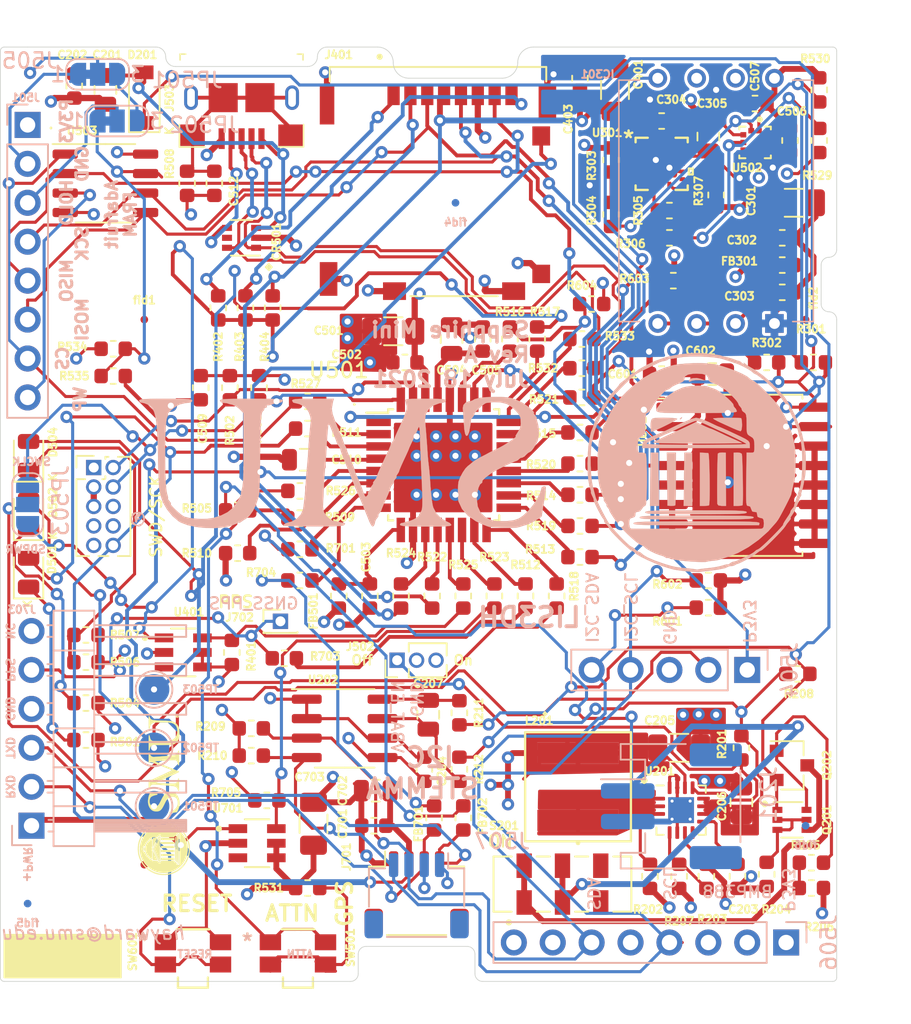
<source format=kicad_pcb>
(kicad_pcb (version 20171130) (host pcbnew "(5.1.6)-1")
  (layers (0 F.Cu signal) (1 In1.Cu signal hide) (2 In2.Cu signal hide) (31 B.Cu signal) (34 B.Paste user hide) (35 F.Paste user) (36 B.SilkS user hide) (37 F.SilkS user) (38 B.Mask user hide) (39 F.Mask user) (44 Edge.Cuts user))
  (net 0 "")
  (net 1 GND)
  (net 2 /SapphireMini_Proc/VBUS)
  (net 3 /P3V3)
  (net 4 "Net-(C303-Pad1)")
  (net 5 "Net-(C503-Pad1)")
  (net 6 "Net-(C504-Pad1)")
  (net 7 /SapphireMini_Proc/AREF)
  (net 8 "Net-(C512-Pad1)")
  (net 9 /SapphireMini_Proc/D+)
  (net 10 "Net-(CR501-Pad4)")
  (net 11 /SapphireMini_Proc/D-)
  (net 12 /SapphireMini_Proc/RED_LED)
  (net 13 "Net-(D501-Pad1)")
  (net 14 /SapphireMini_Proc/RED_LED2)
  (net 15 "Net-(D502-Pad1)")
  (net 16 /SapphireMini_Proc/GREEN_LED)
  (net 17 "Net-(D504-Pad1)")
  (net 18 "Net-(FB701-Pad2)")
  (net 19 "Net-(FB701-Pad1)")
  (net 20 "Net-(FB702-Pad2)")
  (net 21 "Net-(FB702-Pad1)")
  (net 22 /SapphireMini_DLHR/DLHR_EOC)
  (net 23 "Net-(IC301-Pad4)")
  (net 24 "Net-(IC301-Pad3)")
  (net 25 /SapphireMini_Power/VBAT)
  (net 26 /SapphireMini_Proc/SD_CD)
  (net 27 "Net-(J401-Pad8)")
  (net 28 /SapphireMini_Proc/SPI_MISO)
  (net 29 /SapphireMini_Proc/SPI_SCK)
  (net 30 /SapphireMini_Proc/SPI_MOSI)
  (net 31 /SapphireMini_Proc/SD_CS)
  (net 32 "Net-(J401-Pad1)")
  (net 33 /SapphireMini_DS3231/RESET)
  (net 34 /SapphireMini_Proc/SWCLK)
  (net 35 /SapphireMini_Proc/SWDIO)
  (net 36 /SapphireMini_Proc/RS232_RXD5)
  (net 37 /SapphireMini_GNSS/RS232_RXD)
  (net 38 /SapphireMini_Proc/VBAT_MON)
  (net 39 /SapphireMini_Proc/LOCAL_PPS)
  (net 40 /SapphireMini_DS3231/32KHz)
  (net 41 /SapphireMini_GNSS/TIMEMARK)
  (net 42 /SapphireMini_GNSS/GNSS_PWR)
  (net 43 /SapphireMini_Proc/SD_PWR)
  (net 44 /SapphireMini_Power/VBAT_EN)
  (net 45 "Net-(R505-Pad2)")
  (net 46 "Net-(R511-Pad1)")
  (net 47 "Net-(R512-Pad1)")
  (net 48 "Net-(R513-Pad1)")
  (net 49 "Net-(R514-Pad1)")
  (net 50 "Net-(R515-Pad1)")
  (net 51 "Net-(R516-Pad1)")
  (net 52 "Net-(R517-Pad1)")
  (net 53 "Net-(R518-Pad1)")
  (net 54 "Net-(R519-Pad1)")
  (net 55 "Net-(R520-Pad1)")
  (net 56 "Net-(R521-Pad1)")
  (net 57 "Net-(R522-Pad1)")
  (net 58 "Net-(R523-Pad1)")
  (net 59 "Net-(R524-Pad1)")
  (net 60 "Net-(R525-Pad1)")
  (net 61 "Net-(R526-Pad1)")
  (net 62 "Net-(R527-Pad1)")
  (net 63 "Net-(J702-Pad1)")
  (net 64 "Net-(R531-Pad2)")
  (net 65 "Net-(R532-Pad1)")
  (net 66 "Net-(R533-Pad1)")
  (net 67 "Net-(C701-Pad1)")
  (net 68 "Net-(CR501-Pad5)")
  (net 69 "Net-(IC301-Pad7)")
  (net 70 "Net-(IC301-Pad6)")
  (net 71 "Net-(J501-Pad6)")
  (net 72 "Net-(J501-Pad7)")
  (net 73 "Net-(J501-Pad8)")
  (net 74 "Net-(J502-Pad3)")
  (net 75 "Net-(J504-Pad2)")
  (net 76 "Net-(J506-Pad7)")
  (net 77 "Net-(J506-Pad5)")
  (net 78 "Net-(J506-Pad2)")
  (net 79 /SapphireMini_Power/PWR_IN)
  (net 80 "Net-(C207-Pad1)")
  (net 81 "Net-(Q201-Pad6)")
  (net 82 "Net-(Q201-Pad2)")
  (net 83 "Net-(R205-Pad2)")
  (net 84 "Net-(U502-Pad6)")
  (net 85 /SapphireMini_Proc/BMP_INT)
  (net 86 "Net-(R307-Pad1)")
  (net 87 "Net-(U301-Pad11)")
  (net 88 "Net-(U301-Pad9)")
  (net 89 "Net-(U301-Pad3)")
  (net 90 "Net-(U301-Pad2)")
  (net 91 /SapphireMini_Proc/FRAM_WP)
  (net 92 /SapphireMini_Proc/FRAM_CS)
  (net 93 "Net-(J505-Pad3)")
  (net 94 "Net-(J505-Pad2)")
  (net 95 "Net-(JP501-Pad3)")
  (net 96 /SapphireMini_Proc/FRAM_HOLD)
  (net 97 /SapphireMini_Proc/PB1)
  (net 98 "Net-(C203-Pad1)")
  (net 99 "Net-(C207-Pad2)")
  (net 100 "Net-(J703-Pad6)")
  (net 101 "Net-(L201-Pad1)")
  (net 102 "Net-(R202-Pad2)")
  (net 103 "Net-(R203-Pad2)")
  (net 104 "Net-(R303-Pad1)")
  (net 105 "Net-(R305-Pad1)")
  (net 106 "Net-(U201-Pad8)")
  (net 107 /SapphireMini_DLHR/I2C_SDA)
  (net 108 /SapphireMini_DLHR/I2C_SCL)
  (net 109 "Net-(D201-Pad1)")
  (net 110 /SapphireMini_Proc/SD_SWITCHED_PWR)
  (net 111 "Net-(Q201-Pad4)")
  (net 112 "Net-(S201-Pad7)")
  (net 113 "Net-(S201-Pad3)")
  (module Fiducial:Fiducial_0.5mm_Mask1mm (layer B.Cu) (at 129.54 116.84)
    (fp_text reference fid6 (at 0 1.27) (layer B.SilkS) (effects (font (size 0.508 0.508) (thickness 0.127)) (justify mirror)))
    (fp_text value Fiducial_0.5mm_Mask1mm)
    (pad "" smd circle (at 0 0) (size 0.5 0.5) (layers B.Cu B.Mask) (clearance 0.25))
  )
  (module Fiducial:Fiducial_0.5mm_Mask1mm (layer B.Cu) (at 78.74 121.92)
    (fp_text reference fid5 (at 0 1.27) (layer B.SilkS) (effects (font (size 0.508 0.508) (thickness 0.127)) (justify mirror)))
    (fp_text value Fiducial_0.5mm_Mask1mm)
    (pad "" smd circle (at 0 0) (size 0.5 0.5) (layers B.Cu B.Mask) (clearance 0.25))
  )
  (module Fiducial:Fiducial_0.5mm_Mask1mm (layer B.Cu) (at 106.68 76.2)
    (fp_text reference fid4 (at 0 1.27) (layer B.SilkS) (effects (font (size 0.508 0.508) (thickness 0.127)) (justify mirror)))
    (fp_text value Fiducial_0.5mm_Mask1mm)
    (pad "" smd circle (at 0 0) (size 0.5 0.5) (layers B.Cu B.Mask) (clearance 0.25))
  )
  (module Fiducial:Fiducial_0.5mm_Mask1mm (layer F.Cu) (at 86.36 119.38)
    (fp_text reference fid1 hide)
    (fp_text value Fiducial_0.5mm_Mask1mm)
    (pad "" smd circle (at 0 0) (size 0.5 0.5) (layers F.Cu F.Mask) (clearance 0.25))
  )
  (module Fiducial:Fiducial_0.5mm_Mask1mm (layer F.Cu) (at 129.54 83.82)
    (fp_text reference fid2 (at 0.508 -1.397 90) (layer F.SilkS) (effects (font (size 0.508 0.508) (thickness 0.127))))
    (fp_text value Fiducial_0.5mm_Mask1mm)
    (pad "" smd circle (at 0 0) (size 0.5 0.5) (layers F.Cu F.Mask) (clearance 0.25))
  )
  (module Fiducial:Fiducial_0.5mm_Mask1mm (layer F.Cu) (at 86.36 83.82)
    (fp_text reference fid1 (at 0 -1.27) (layer F.SilkS) (effects (font (size 0.508 0.508) (thickness 0.127))))
    (fp_text value Fiducial_0.5mm_Mask1mm)
    (pad "" smd circle (at 0 0) (size 0.5 0.5) (layers F.Cu F.Mask) (clearance 0.25))
  )
  (module Connector_PinSocket_2.54mm:PinSocket_1x08_P2.54mm_Vertical (layer B.Cu) (at 78.74 71.12 180)
    (fp_text reference J505 (at -0.127 4.191) (layer B.SilkS) (effects (justify mirror)))
    (fp_text value Conn_01x08_Female hide)
    (pad 8 thru_hole oval (at 0 -17.78 180) (size 1.7 1.7) (drill 1) (layers *.Cu *.Mask) (net 91 /SapphireMini_Proc/FRAM_WP))
    (pad 7 thru_hole oval (at 0 -15.24 180) (size 1.7 1.7) (drill 1) (layers *.Cu *.Mask) (net 92 /SapphireMini_Proc/FRAM_CS))
    (pad 6 thru_hole oval (at 0 -12.7 180) (size 1.7 1.7) (drill 1) (layers *.Cu *.Mask) (net 30 /SapphireMini_Proc/SPI_MOSI))
    (pad 5 thru_hole oval (at 0 -10.16 180) (size 1.7 1.7) (drill 1) (layers *.Cu *.Mask) (net 28 /SapphireMini_Proc/SPI_MISO))
    (pad 4 thru_hole oval (at 0 -7.62 180) (size 1.7 1.7) (drill 1) (layers *.Cu *.Mask) (net 29 /SapphireMini_Proc/SPI_SCK))
    (pad 3 thru_hole oval (at 0 -5.08 180) (size 1.7 1.7) (drill 1) (layers *.Cu *.Mask) (net 93 "Net-(J505-Pad3)"))
    (pad 2 thru_hole oval (at 0 -2.54 180) (size 1.7 1.7) (drill 1) (layers *.Cu *.Mask) (net 94 "Net-(J505-Pad2)"))
    (pad 1 thru_hole rect (at 0 0 180) (size 1.7 1.7) (drill 1) (layers *.Cu *.Mask) (net 3 /P3V3))
  )
  (module SapphineMinimal:SOT95P280X145-6N (layer F.Cu) (at 93.726 117.983)
    (fp_text reference U701 (at -1.905 -2.286) (layer F.SilkS) (effects (font (size 0.508 0.508) (thickness 0.127))))
    (fp_text value TPS22860DBVR)
    (pad 4 smd rect (at 1.255 0.95) (size 1.21 0.58) (layers F.Cu F.Paste F.Mask) (net 3 /P3V3))
    (pad 5 smd rect (at 1.255 0) (size 1.21 0.58) (layers F.Cu F.Paste F.Mask) (net 3 /P3V3))
    (pad 6 smd rect (at 1.255 -0.95) (size 1.21 0.58) (layers F.Cu F.Paste F.Mask) (net 42 /SapphireMini_GNSS/GNSS_PWR))
    (pad 3 smd rect (at -1.255 0.95) (size 1.21 0.58) (layers F.Cu F.Paste F.Mask))
    (pad 2 smd rect (at -1.255 0) (size 1.21 0.58) (layers F.Cu F.Paste F.Mask) (net 1 GND))
    (pad 1 smd rect (at -1.255 -0.95) (size 1.21 0.58) (layers F.Cu F.Paste F.Mask) (net 67 "Net-(C701-Pad1)"))
  )
  (module SapphineMinimal:PQFN50P200X200X80-10N (layer F.Cu) (at 126.242 72.263 270)
    (fp_text reference U502 (at 1.651 0.512 180) (layer F.SilkS) (effects (font (size 0.508 0.508) (thickness 0.127))))
    (fp_text value BMP388)
    (pad 10 smd rect (at -0.5 -0.765 270) (size 0.35 0.38) (layers F.Cu F.Paste F.Mask) (net 3 /P3V3))
    (pad 9 smd rect (at 0 -0.765 270) (size 0.35 0.38) (layers F.Cu F.Paste F.Mask) (net 1 GND))
    (pad 8 smd rect (at 0.5 -0.765 270) (size 0.35 0.38) (layers F.Cu F.Paste F.Mask) (net 1 GND))
    (pad 7 smd rect (at 0.765 -0.25 270) (size 0.35 0.38) (layers F.Cu F.Paste F.Mask) (net 85 /SapphireMini_Proc/BMP_INT))
    (pad 6 smd rect (at 0.765 0.25 270) (size 0.35 0.38) (layers F.Cu F.Paste F.Mask) (net 84 "Net-(U502-Pad6)"))
    (pad 5 smd rect (at 0.5 0.765 270) (size 0.35 0.38) (layers F.Cu F.Paste F.Mask) (net 1 GND))
    (pad 4 smd rect (at 0 0.765 270) (size 0.35 0.38) (layers F.Cu F.Paste F.Mask) (net 107 /SapphireMini_DLHR/I2C_SDA))
    (pad 3 smd rect (at -0.5 0.765 270) (size 0.35 0.38) (layers F.Cu F.Paste F.Mask) (net 1 GND))
    (pad 2 smd rect (at -0.765 0.25 270) (size 0.35 0.38) (layers F.Cu F.Paste F.Mask) (net 108 /SapphireMini_DLHR/I2C_SCL))
    (pad 1 smd rect (at -0.765 -0.25 270) (size 0.35 0.38) (layers F.Cu F.Paste F.Mask) (net 3 /P3V3))
  )
  (module SapphineMinimal:SOT95P280X145-6N (layer F.Cu) (at 88.9 105.537)
    (fp_text reference U401 (at 0.375 -2.635) (layer F.SilkS) (effects (font (size 0.508 0.508) (thickness 0.127))))
    (fp_text value TPS22860DBVR)
    (pad 4 smd rect (at 1.255 0.95) (size 1.21 0.58) (layers F.Cu F.Paste F.Mask) (net 3 /P3V3))
    (pad 5 smd rect (at 1.255 0) (size 1.21 0.58) (layers F.Cu F.Paste F.Mask) (net 3 /P3V3))
    (pad 6 smd rect (at 1.255 -0.95) (size 1.21 0.58) (layers F.Cu F.Paste F.Mask) (net 43 /SapphireMini_Proc/SD_PWR))
    (pad 3 smd rect (at -1.255 0.95) (size 1.21 0.58) (layers F.Cu F.Paste F.Mask))
    (pad 2 smd rect (at -1.255 0) (size 1.21 0.58) (layers F.Cu F.Paste F.Mask) (net 1 GND))
    (pad 1 smd rect (at -1.255 -0.95) (size 1.21 0.58) (layers F.Cu F.Paste F.Mask) (net 110 /SapphireMini_Proc/SD_SWITCHED_PWR))
  )
  (module Resistor_SMD:R_0603_1608Metric (layer F.Cu) (at 129.921 120.904)
    (fp_text reference R206 (at 0.508 2.54) (layer F.SilkS) (effects (font (size 0.5 0.5) (thickness 0.125))))
    (fp_text value 47K5)
    (pad 2 smd roundrect (at 0.7875 0) (size 0.875 0.95) (layers F.Cu F.Paste F.Mask) (net 1 GND))
    (pad 1 smd roundrect (at -0.7875 0) (size 0.875 0.95) (layers F.Cu F.Paste F.Mask) (net 83 "Net-(R205-Pad2)"))
  )
  (module Resistor_SMD:R_0603_1608Metric (layer F.Cu) (at 129.921 119.253 180)
    (fp_text reference R205 (at 0.381 1.143 180) (layer F.SilkS) (effects (font (size 0.5 0.5) (thickness 0.125))))
    (fp_text value 100K)
    (pad 2 smd roundrect (at 0.7875 0 180) (size 0.875 0.95) (layers F.Cu F.Paste F.Mask) (net 83 "Net-(R205-Pad2)"))
    (pad 1 smd roundrect (at -0.7875 0 180) (size 0.875 0.95) (layers F.Cu F.Paste F.Mask) (net 81 "Net-(Q201-Pad6)"))
  )
  (module SapphineMinimal:SW_JS202011JCQN (layer F.Cu) (at 113.665 120.65 90)
    (fp_text reference S201 (at 3.81 -3.81 180) (layer F.SilkS) (effects (font (size 0.508 0.508) (thickness 0.127))))
    (fp_text value JS202011JCQN)
    (pad 7 smd rect (at 1.2 2.5 90) (size 1.6 1) (layers F.Cu F.Paste F.Mask) (net 112 "Net-(S201-Pad7)"))
    (pad 6 smd rect (at 1.2 0 90) (size 1.6 1) (layers F.Cu F.Paste F.Mask) (net 25 /SapphireMini_Power/VBAT))
    (pad 5 smd rect (at 1.2 -2.5 90) (size 1.6 1) (layers F.Cu F.Paste F.Mask) (net 111 "Net-(Q201-Pad4)"))
    (pad 3 smd rect (at -1.2 2.5 90) (size 1.6 1) (layers F.Cu F.Paste F.Mask) (net 113 "Net-(S201-Pad3)"))
    (pad 2 smd rect (at -1.2 0 90) (size 1.6 1) (layers F.Cu F.Paste F.Mask) (net 25 /SapphireMini_Power/VBAT))
    (pad 1 smd rect (at -1.2 -2.5 90) (size 1.6 1) (layers F.Cu F.Paste F.Mask) (net 111 "Net-(Q201-Pad4)"))
  )
  (module Jumper:SolderJumper-3_P1.3mm_Open_RoundedPad1.0x1.5mm_NumberLabels (layer B.Cu) (at 78.74 95.885 90)
    (fp_text reference JP503 (at 0.254 2.159 270) (layer B.SilkS) (effects (justify mirror)))
    (fp_text value SolderJumper_3_Open)
    (fp_text user SDPWR (at -2.921 -0.127) (layer B.SilkS) (effects (font (size 0.508 0.508) (thickness 0.127)) (justify mirror)))
    (fp_text user SWCLK (at 2.794 0.254) (layer B.SilkS) (effects (font (size 0.508 0.508) (thickness 0.127)) (justify mirror)))
    (pad 2 smd rect (at 0 0 90) (size 1 1.5) (layers B.Cu B.Mask) (net 75 "Net-(J504-Pad2)"))
    (pad 3 smd custom (at 1.3 0 90) (size 1 0.5) (layers B.Cu B.Mask) (net 34 /SapphireMini_Proc/SWCLK) (options (clearance outline) (anchor rect)) (primitives (gr_circle (center 0 -0.25) (end 0.5 -0.25) (width 0)) (gr_circle (center 0 0.25) (end 0.5 0.25) (width 0)) (gr_poly (pts (xy -0.55 0.75) (xy 0 0.75) (xy 0 -0.75) (xy -0.55 -0.75)) (width 0))))
    (pad 1 smd custom (at -1.3 0 90) (size 1 0.5) (layers B.Cu B.Mask) (net 110 /SapphireMini_Proc/SD_SWITCHED_PWR) (options (clearance outline) (anchor rect)) (primitives (gr_circle (center 0 -0.25) (end 0.5 -0.25) (width 0)) (gr_circle (center 0 0.25) (end 0.5 0.25) (width 0)) (gr_poly (pts (xy 0.55 0.75) (xy 0 0.75) (xy 0 -0.75) (xy 0.55 -0.75)) (width 0))))
  )
  (module Connector_PinHeader_2.54mm:PinHeader_1x06_P2.54mm_Horizontal (layer B.Cu) (at 78.994 116.84)
    (fp_text reference J703 (at -0.635 -14.097) (layer B.SilkS) (effects (font (size 0.508 0.508) (thickness 0.127)) (justify mirror)))
    (fp_text value Conn_01x06_Male)
    (pad 6 thru_hole oval (at 0 -12.7) (size 1.7 1.7) (drill 1) (layers *.Cu *.Mask) (net 100 "Net-(J703-Pad6)"))
    (pad 5 thru_hole oval (at 0 -10.16) (size 1.7 1.7) (drill 1) (layers *.Cu *.Mask) (net 63 "Net-(J702-Pad1)"))
    (pad 4 thru_hole oval (at 0 -7.62) (size 1.7 1.7) (drill 1) (layers *.Cu *.Mask) (net 1 GND))
    (pad 3 thru_hole oval (at 0 -5.08) (size 1.7 1.7) (drill 1) (layers *.Cu *.Mask) (net 20 "Net-(FB702-Pad2)"))
    (pad 2 thru_hole oval (at 0 -2.54) (size 1.7 1.7) (drill 1) (layers *.Cu *.Mask) (net 19 "Net-(FB701-Pad1)"))
    (pad 1 thru_hole rect (at 0 0) (size 1.7 1.7) (drill 1) (layers *.Cu *.Mask) (net 67 "Net-(C701-Pad1)"))
  )
  (module Package_SO:SOIC-8_3.9x4.9mm_P1.27mm (layer F.Cu) (at 99.441 110.49)
    (fp_text reference U202 (at -1.397 -3.175) (layer F.SilkS) (effects (font (size 0.508 0.508) (thickness 0.127))))
    (fp_text value INA219BIDR)
    (pad 8 smd roundrect (at 2.475 -1.905) (size 1.95 0.6) (layers F.Cu F.Paste F.Mask) (net 80 "Net-(C207-Pad1)"))
    (pad 7 smd roundrect (at 2.475 -0.635) (size 1.95 0.6) (layers F.Cu F.Paste F.Mask) (net 99 "Net-(C207-Pad2)"))
    (pad 6 smd roundrect (at 2.475 0.635) (size 1.95 0.6) (layers F.Cu F.Paste F.Mask) (net 1 GND))
    (pad 5 smd roundrect (at 2.475 1.905) (size 1.95 0.6) (layers F.Cu F.Paste F.Mask) (net 3 /P3V3))
    (pad 4 smd roundrect (at -2.475 1.905) (size 1.95 0.6) (layers F.Cu F.Paste F.Mask) (net 108 /SapphireMini_DLHR/I2C_SCL))
    (pad 3 smd roundrect (at -2.475 0.635) (size 1.95 0.6) (layers F.Cu F.Paste F.Mask) (net 107 /SapphireMini_DLHR/I2C_SDA))
    (pad 2 smd roundrect (at -2.475 -0.635) (size 1.95 0.6) (layers F.Cu F.Paste F.Mask) (net 1 GND))
    (pad 1 smd roundrect (at -2.475 -1.905) (size 1.95 0.6) (layers F.Cu F.Paste F.Mask) (net 1 GND))
  )
  (module MountingHole:MountingHole_3.2mm_M3 (layer F.Cu) (at 111.125 106.68)
    (fp_text reference REF** hide)
    (fp_text value MountingHole_3.2mm_M3 hide)
    (pad 1 np_thru_hole circle (at 0 0) (size 3.2 3.2) (drill 3.2) (layers *.Cu *.Mask))
  )
  (module SapphineMinimal:DLHRF50DE1BDCNAV8 (layer B.Cu) (at 127.508 84.074 180)
    (fp_text reference IC301 (at 11.557 16.256) (layer B.SilkS) (effects (font (size 0.508 0.508) (thickness 0.127)) (justify mirror)))
    (fp_text value DLHR-F50D-E1BD-C-NAV8 hide)
    (pad 8 thru_hole circle (at 0 16 180) (size 1.217 1.217) (drill 0.71) (layers *.Cu *.Mask) (net 3 /P3V3))
    (pad 7 thru_hole circle (at 2.54 16 180) (size 1.217 1.217) (drill 0.71) (layers *.Cu *.Mask) (net 69 "Net-(IC301-Pad7)"))
    (pad 6 thru_hole circle (at 5.08 16 180) (size 1.217 1.217) (drill 0.71) (layers *.Cu *.Mask) (net 70 "Net-(IC301-Pad6)"))
    (pad 5 thru_hole circle (at 7.62 16 180) (size 1.217 1.217) (drill 0.71) (layers *.Cu *.Mask) (net 22 /SapphireMini_DLHR/DLHR_EOC))
    (pad 4 thru_hole circle (at 7.62 0 180) (size 1.217 1.217) (drill 0.71) (layers *.Cu *.Mask) (net 23 "Net-(IC301-Pad4)"))
    (pad 3 thru_hole circle (at 5.08 0 180) (size 1.217 1.217) (drill 0.71) (layers *.Cu *.Mask) (net 24 "Net-(IC301-Pad3)"))
    (pad 2 thru_hole circle (at 2.54 0 180) (size 1.217 1.217) (drill 0.71) (layers *.Cu *.Mask) (net 4 "Net-(C303-Pad1)"))
    (pad 1 thru_hole rect (at 0 0 180) (size 1.217 1.217) (drill 0.71) (layers *.Cu *.Mask) (net 1 GND))
  )
  (module SapphineMinimal:EVQP7C01P (layer F.Cu) (at 89.535 125.1712)
    (fp_text reference SW601 (at -3.937 -0.116 90) (layer F.SilkS) (effects (font (size 0.508 0.508) (thickness 0.127))))
    (fp_text value EVQP7C01P hide)
    (fp_text user * (at -3.302 -0.762) (layer B.SilkS))
    (fp_text user * (at -3.302 -0.762) (layer F.SilkS))
    (fp_text user * (at -3.302 -0.762) (layer F.SilkS))
    (pad 6 np_thru_hole circle (at 0 0.9) (size 0.889 0.889) (drill 0.889) (layers *.Cu *.Mask))
    (pad 1 smd rect (at -1.799999 -0.725) (size 1.397 1.0414) (layers F.Cu F.Paste F.Mask) (net 1 GND))
    (pad 4 smd rect (at 1.799999 -0.725) (size 1.397 1.0414) (layers F.Cu F.Paste F.Mask) (net 1 GND))
    (pad 3 smd rect (at 1.799999 0.725) (size 1.397 1.0414) (layers F.Cu F.Paste F.Mask) (net 33 /SapphireMini_DS3231/RESET))
    (pad 2 smd rect (at -1.799999 0.725) (size 1.397 1.0414) (layers F.Cu F.Paste F.Mask) (net 33 /SapphireMini_DS3231/RESET))
    (pad 5 np_thru_hole circle (at 0 -0.9) (size 0.889 0.889) (drill 0.889) (layers *.Cu *.Mask))
  )
  (module SapphineMinimal:EVQP7C01P (layer F.Cu) (at 96.393 125.1712)
    (fp_text reference SW501 (at 3.429 -0.381 90) (layer F.SilkS) (effects (font (size 0.508 0.508) (thickness 0.127))))
    (fp_text value EVQP7C01P hide)
    (fp_text user * (at -3.302 -0.762) (layer B.SilkS))
    (fp_text user * (at -3.302 -0.762) (layer F.SilkS))
    (fp_text user * (at -3.302 -0.762) (layer F.SilkS))
    (pad 6 np_thru_hole circle (at 0 0.9) (size 0.889 0.889) (drill 0.889) (layers *.Cu *.Mask))
    (pad 1 smd rect (at -1.799999 -0.725) (size 1.397 1.0414) (layers F.Cu F.Paste F.Mask) (net 97 /SapphireMini_Proc/PB1))
    (pad 4 smd rect (at 1.799999 -0.725) (size 1.397 1.0414) (layers F.Cu F.Paste F.Mask) (net 97 /SapphireMini_Proc/PB1))
    (pad 3 smd rect (at 1.799999 0.725) (size 1.397 1.0414) (layers F.Cu F.Paste F.Mask) (net 64 "Net-(R531-Pad2)"))
    (pad 2 smd rect (at -1.799999 0.725) (size 1.397 1.0414) (layers F.Cu F.Paste F.Mask) (net 64 "Net-(R531-Pad2)"))
    (pad 5 np_thru_hole circle (at 0 -0.9) (size 0.889 0.889) (drill 0.889) (layers *.Cu *.Mask))
  )
  (module SapphineMinimal:LIS331DLHTR (layer F.Cu) (at 120.142 73.66)
    (fp_text reference U301 (at -3.556 -2.032) (layer F.SilkS) (effects (font (size 0.508 0.508) (thickness 0.127))))
    (fp_text value LIS331DLHTR hide)
    (fp_text user * (at -2.159 -1.631) (layer F.SilkS))
    (fp_text user * (at -2.159 -1.631) (layer F.SilkS))
    (pad 16 smd rect (at -0.499999 -1.3462) (size 0.254 0.3556) (layers F.Cu F.Paste F.Mask) (net 1 GND))
    (pad 15 smd rect (at 0 -1.3462) (size 0.254 0.3556) (layers F.Cu F.Paste F.Mask) (net 3 /P3V3))
    (pad 14 smd rect (at 0.499999 -1.3462) (size 0.254 0.3556) (layers F.Cu F.Paste F.Mask) (net 3 /P3V3))
    (pad 13 smd rect (at 1.3462 -1.000001 90) (size 0.254 0.3556) (layers F.Cu F.Paste F.Mask) (net 1 GND))
    (pad 12 smd rect (at 1.3462 -0.499999 90) (size 0.254 0.3556) (layers F.Cu F.Paste F.Mask) (net 1 GND))
    (pad 11 smd rect (at 1.3462 0 90) (size 0.254 0.3556) (layers F.Cu F.Paste F.Mask) (net 87 "Net-(U301-Pad11)"))
    (pad 10 smd rect (at 1.3462 0.499999 90) (size 0.254 0.3556) (layers F.Cu F.Paste F.Mask) (net 1 GND))
    (pad 9 smd rect (at 1.3462 1.000001 90) (size 0.254 0.3556) (layers F.Cu F.Paste F.Mask) (net 88 "Net-(U301-Pad9)"))
    (pad 8 smd rect (at 0.499999 1.3462) (size 0.254 0.3556) (layers F.Cu F.Paste F.Mask) (net 86 "Net-(R307-Pad1)"))
    (pad 7 smd rect (at 0 1.3462) (size 0.254 0.3556) (layers F.Cu F.Paste F.Mask) (net 1 GND))
    (pad 6 smd rect (at -0.499999 1.3462) (size 0.254 0.3556) (layers F.Cu F.Paste F.Mask) (net 105 "Net-(R305-Pad1)"))
    (pad 5 smd rect (at -1.3462 1.000001 90) (size 0.254 0.3556) (layers F.Cu F.Paste F.Mask) (net 1 GND))
    (pad 4 smd rect (at -1.3462 0.499999 90) (size 0.254 0.3556) (layers F.Cu F.Paste F.Mask) (net 104 "Net-(R303-Pad1)"))
    (pad 3 smd rect (at -1.3462 0 90) (size 0.254 0.3556) (layers F.Cu F.Paste F.Mask) (net 89 "Net-(U301-Pad3)"))
    (pad 2 smd rect (at -1.3462 -0.499999 90) (size 0.254 0.3556) (layers F.Cu F.Paste F.Mask) (net 90 "Net-(U301-Pad2)"))
    (pad 1 smd rect (at -1.3462 -1.000001 90) (size 0.254 0.3556) (layers F.Cu F.Paste F.Mask) (net 3 /P3V3))
  )
  (module Package_DFN_QFN:VQFN-16-1EP_3x3mm_P0.5mm_EP1.68x1.68mm_ThermalVias (layer F.Cu) (at 121.412 115.824)
    (fp_text reference U201 (at -1.397 -2.54) (layer F.SilkS) (effects (font (size 0.508 0.508) (thickness 0.127))))
    (fp_text value TPS62150)
    (pad 17 smd rect (at 0 0) (size 1.68 1.68) (layers B.Cu) (net 1 GND))
    (pad 17 thru_hole circle (at 0.59 0.59) (size 0.5 0.5) (drill 0.2) (layers *.Cu) (net 1 GND))
    (pad 17 thru_hole circle (at -0.59 0.59) (size 0.5 0.5) (drill 0.2) (layers *.Cu) (net 1 GND))
    (pad 17 thru_hole circle (at 0.59 -0.59) (size 0.5 0.5) (drill 0.2) (layers *.Cu) (net 1 GND))
    (pad 17 thru_hole circle (at -0.59 -0.59) (size 0.5 0.5) (drill 0.2) (layers *.Cu) (net 1 GND))
    (pad 17 smd rect (at 0 0) (size 1.68 1.68) (layers F.Cu F.Mask) (net 1 GND))
    (pad 16 smd roundrect (at -0.75 -1.4625) (size 0.25 0.825) (layers F.Cu F.Paste F.Mask) (net 1 GND))
    (pad 15 smd roundrect (at -0.25 -1.4625) (size 0.25 0.825) (layers F.Cu F.Paste F.Mask) (net 1 GND))
    (pad 14 smd roundrect (at 0.25 -1.4625) (size 0.25 0.825) (layers F.Cu F.Paste F.Mask) (net 3 /P3V3))
    (pad 13 smd roundrect (at 0.75 -1.4625) (size 0.25 0.825) (layers F.Cu F.Paste F.Mask) (net 44 /SapphireMini_Power/VBAT_EN))
    (pad 12 smd roundrect (at 1.4625 -0.75) (size 0.825 0.25) (layers F.Cu F.Paste F.Mask) (net 79 /SapphireMini_Power/PWR_IN))
    (pad 11 smd roundrect (at 1.4625 -0.25) (size 0.825 0.25) (layers F.Cu F.Paste F.Mask) (net 79 /SapphireMini_Power/PWR_IN))
    (pad 10 smd roundrect (at 1.4625 0.25) (size 0.825 0.25) (layers F.Cu F.Paste F.Mask) (net 79 /SapphireMini_Power/PWR_IN))
    (pad 9 smd roundrect (at 1.4625 0.75) (size 0.825 0.25) (layers F.Cu F.Paste F.Mask) (net 98 "Net-(C203-Pad1)"))
    (pad 8 smd roundrect (at 0.75 1.4625) (size 0.25 0.825) (layers F.Cu F.Paste F.Mask) (net 106 "Net-(U201-Pad8)"))
    (pad 7 smd roundrect (at 0.25 1.4625) (size 0.25 0.825) (layers F.Cu F.Paste F.Mask) (net 3 /P3V3))
    (pad 6 smd roundrect (at -0.25 1.4625) (size 0.25 0.825) (layers F.Cu F.Paste F.Mask) (net 1 GND))
    (pad 5 smd roundrect (at -0.75 1.4625) (size 0.25 0.825) (layers F.Cu F.Paste F.Mask) (net 103 "Net-(R203-Pad2)"))
    (pad 4 smd roundrect (at -1.4625 0.75) (size 0.825 0.25) (layers F.Cu F.Paste F.Mask) (net 102 "Net-(R202-Pad2)"))
    (pad 3 smd roundrect (at -1.4625 0.25) (size 0.825 0.25) (layers F.Cu F.Paste F.Mask) (net 101 "Net-(L201-Pad1)"))
    (pad 2 smd roundrect (at -1.4625 -0.25) (size 0.825 0.25) (layers F.Cu F.Paste F.Mask) (net 101 "Net-(L201-Pad1)"))
    (pad 1 smd roundrect (at -1.4625 -0.75) (size 0.825 0.25) (layers F.Cu F.Paste F.Mask) (net 101 "Net-(L201-Pad1)"))
  )
  (module Resistor_SMD:R_0603_1608Metric (layer F.Cu) (at 106.934 113.157 270)
    (fp_text reference R212 (at 0 -1.27 90) (layer F.SilkS) (effects (font (size 0.508 0.508) (thickness 0.127))))
    (fp_text value 10)
    (pad 2 smd roundrect (at 0.7875 0 270) (size 0.875 0.95) (layers F.Cu F.Paste F.Mask) (net 99 "Net-(C207-Pad2)"))
    (pad 1 smd roundrect (at -0.7875 0 270) (size 0.875 0.95) (layers F.Cu F.Paste F.Mask) (net 79 /SapphireMini_Power/PWR_IN))
  )
  (module Resistor_SMD:R_0603_1608Metric (layer F.Cu) (at 106.934 109.474 270)
    (fp_text reference R211 (at 0 -1.27 90) (layer F.SilkS) (effects (font (size 0.508 0.508) (thickness 0.127))))
    (fp_text value 10)
    (pad 2 smd roundrect (at 0.7875 0 270) (size 0.875 0.95) (layers F.Cu F.Paste F.Mask) (net 109 "Net-(D201-Pad1)"))
    (pad 1 smd roundrect (at -0.7875 0 270) (size 0.875 0.95) (layers F.Cu F.Paste F.Mask) (net 80 "Net-(C207-Pad1)"))
  )
  (module Resistor_SMD:R_0603_1608Metric (layer F.Cu) (at 93.345 112.268)
    (fp_text reference R210 (at -2.54 0) (layer F.SilkS) (effects (font (size 0.508 0.508) (thickness 0.127))))
    (fp_text value 10K)
    (pad 2 smd roundrect (at 0.7875 0) (size 0.875 0.95) (layers F.Cu F.Paste F.Mask) (net 108 /SapphireMini_DLHR/I2C_SCL))
    (pad 1 smd roundrect (at -0.7875 0) (size 0.875 0.95) (layers F.Cu F.Paste F.Mask) (net 3 /P3V3))
  )
  (module Resistor_SMD:R_0603_1608Metric (layer F.Cu) (at 93.345 110.49)
    (fp_text reference R209 (at -2.667 -0.127) (layer F.SilkS) (effects (font (size 0.508 0.508) (thickness 0.127))))
    (fp_text value 10K)
    (pad 2 smd roundrect (at 0.7875 0) (size 0.875 0.95) (layers F.Cu F.Paste F.Mask) (net 107 /SapphireMini_DLHR/I2C_SDA))
    (pad 1 smd roundrect (at -0.7875 0) (size 0.875 0.95) (layers F.Cu F.Paste F.Mask) (net 3 /P3V3))
  )
  (module Resistor_SMD:R_0603_1608Metric (layer F.Cu) (at 129.032 106.934 180)
    (fp_text reference R208 (at -0.068 -1.306) (layer F.SilkS) (effects (font (size 0.508 0.508) (thickness 0.127))))
    (fp_text value 0.1)
    (pad 2 smd roundrect (at 0.7875 0 180) (size 0.875 0.95) (layers F.Cu F.Paste F.Mask) (net 79 /SapphireMini_Power/PWR_IN))
    (pad 1 smd roundrect (at -0.7875 0 180) (size 0.875 0.95) (layers F.Cu F.Paste F.Mask) (net 109 "Net-(D201-Pad1)"))
  )
  (module Resistor_SMD:R_0603_1608Metric (layer F.Cu) (at 121.285 120.142 270)
    (fp_text reference R207 (at 2.921 0 180) (layer F.SilkS) (effects (font (size 0.508 0.508) (thickness 0.127))))
    (fp_text value 180K)
    (pad 2 smd roundrect (at 0.7875 0 270) (size 0.875 0.95) (layers F.Cu F.Paste F.Mask) (net 1 GND))
    (pad 1 smd roundrect (at -0.7875 0 270) (size 0.875 0.95) (layers F.Cu F.Paste F.Mask) (net 103 "Net-(R203-Pad2)"))
  )
  (module Resistor_SMD:R_0603_1608Metric (layer F.Cu) (at 123.063 120.142 270)
    (fp_text reference R203 (at 2.794 -0.381 180) (layer F.SilkS) (effects (font (size 0.508 0.508) (thickness 0.127))))
    (fp_text value 562K)
    (pad 2 smd roundrect (at 0.7875 0 270) (size 0.875 0.95) (layers F.Cu F.Paste F.Mask) (net 103 "Net-(R203-Pad2)"))
    (pad 1 smd roundrect (at -0.7875 0 270) (size 0.875 0.95) (layers F.Cu F.Paste F.Mask) (net 3 /P3V3))
  )
  (module Resistor_SMD:R_0603_1608Metric (layer F.Cu) (at 119.38 120.142 90)
    (fp_text reference R202 (at -2.159 -0.127 180) (layer F.SilkS) (effects (font (size 0.508 0.508) (thickness 0.127))))
    (fp_text value 100K)
    (pad 2 smd roundrect (at 0.7875 0 90) (size 0.875 0.95) (layers F.Cu F.Paste F.Mask) (net 102 "Net-(R202-Pad2)"))
    (pad 1 smd roundrect (at -0.7875 0 90) (size 0.875 0.95) (layers F.Cu F.Paste F.Mask) (net 3 /P3V3))
  )
  (module Resistor_SMD:R_0603_1608Metric (layer F.Cu) (at 125.349 111.76 270)
    (fp_text reference R201 (at -0.254 1.27 90) (layer F.SilkS) (effects (font (size 0.508 0.508) (thickness 0.127))))
    (fp_text value 100K)
    (pad 2 smd roundrect (at 0.7875 0 270) (size 0.875 0.95) (layers F.Cu F.Paste F.Mask) (net 44 /SapphireMini_Power/VBAT_EN))
    (pad 1 smd roundrect (at -0.7875 0 270) (size 0.875 0.95) (layers F.Cu F.Paste F.Mask) (net 79 /SapphireMini_Power/PWR_IN))
  )
  (module SapphineMinimal:74439344022 (layer F.Cu) (at 114.681 114.3 90)
    (fp_text reference L201 (at 4.318 -2.54 180) (layer F.SilkS) (effects (font (size 0.508 0.508) (thickness 0.127))))
    (fp_text value 2.2uH hide)
    (pad 2 smd rect (at 2.1971 0 90) (size 1.397 5.3086) (layers F.Cu F.Paste F.Mask) (net 3 /P3V3))
    (pad 1 smd rect (at -2.1971 0 90) (size 1.397 5.3086) (layers F.Cu F.Paste F.Mask) (net 101 "Net-(L201-Pad1)"))
  )
  (module Capacitor_SMD:C_0805_2012Metric (layer F.Cu) (at 123.19 71.882 270)
    (fp_text reference C305 (at -2.159 -0.254 180) (layer F.SilkS) (effects (font (size 0.508 0.508) (thickness 0.127))))
    (fp_text value 10uF)
    (pad 2 smd roundrect (at 0.9375 0 270) (size 0.975 1.4) (layers F.Cu F.Paste F.Mask) (net 1 GND))
    (pad 1 smd roundrect (at -0.9375 0 270) (size 0.975 1.4) (layers F.Cu F.Paste F.Mask) (net 3 /P3V3))
  )
  (module Capacitor_SMD:C_0805_2012Metric (layer F.Cu) (at 104.902 109.601 270)
    (fp_text reference C207 (at -2.032 0 180) (layer F.SilkS) (effects (font (size 0.508 0.508) (thickness 0.127))))
    (fp_text value 1uF)
    (pad 2 smd roundrect (at 0.9375 0 270) (size 0.975 1.4) (layers F.Cu F.Paste F.Mask) (net 99 "Net-(C207-Pad2)"))
    (pad 1 smd roundrect (at -0.9375 0 270) (size 0.975 1.4) (layers F.Cu F.Paste F.Mask) (net 80 "Net-(C207-Pad1)"))
  )
  (module Capacitor_SMD:C_0603_1608Metric (layer F.Cu) (at 104.648 113.157 90)
    (fp_text reference C204 (at -0.127 1.143 270) (layer F.SilkS) (effects (font (size 0.508 0.508) (thickness 0.127))))
    (fp_text value 100nF)
    (pad 2 smd roundrect (at 0.7875 0 90) (size 0.875 0.95) (layers F.Cu F.Paste F.Mask) (net 1 GND))
    (pad 1 smd roundrect (at -0.7875 0 90) (size 0.875 0.95) (layers F.Cu F.Paste F.Mask) (net 3 /P3V3))
  )
  (module Capacitor_SMD:C_0603_1608Metric (layer F.Cu) (at 125.095 120.142 270)
    (fp_text reference C203 (at 2.159 -0.381 180) (layer F.SilkS) (effects (font (size 0.508 0.508) (thickness 0.127))))
    (fp_text value 390pF)
    (pad 2 smd roundrect (at 0.7875 0 270) (size 0.875 0.95) (layers F.Cu F.Paste F.Mask) (net 1 GND))
    (pad 1 smd roundrect (at -0.7875 0 270) (size 0.875 0.95) (layers F.Cu F.Paste F.Mask) (net 98 "Net-(C203-Pad1)"))
  )
  (module Resistor_SMD:R_0603_1608Metric (layer F.Cu) (at 84.328 87.503)
    (fp_text reference R535 (at -2.54 0) (layer F.SilkS) (effects (font (size 0.508 0.508) (thickness 0.127))))
    (fp_text value 47)
    (pad 2 smd roundrect (at 0.7875 0) (size 0.875 0.95) (layers F.Cu F.Paste F.Mask) (net 35 /SapphireMini_Proc/SWDIO))
    (pad 1 smd roundrect (at -0.7875 0) (size 0.875 0.95) (layers F.Cu F.Paste F.Mask) (net 96 /SapphireMini_Proc/FRAM_HOLD))
  )
  (module Jumper:SolderJumper-3_P1.3mm_Bridged12_RoundedPad1.0x1.5mm_NumberLabels (layer B.Cu) (at 84.582 70.866)
    (fp_text reference JP502 (at 5.715 0.254) (layer B.SilkS) (effects (justify mirror)))
    (fp_text value Jumper_3_Bridged12)
    (fp_poly (pts (xy -0.9 0.3) (xy -0.4 0.3) (xy -0.4 -0.3) (xy -0.9 -0.3)) (layer B.Cu) (width 0))
    (fp_text user 1 (at -2.6 0) (layer B.SilkS) (effects (justify mirror)))
    (fp_text user 3 (at 2.6 0) (layer B.SilkS) (effects (justify mirror)))
    (pad 1 smd custom (at -1.3 0) (size 1 0.5) (layers B.Cu B.Mask) (net 96 /SapphireMini_Proc/FRAM_HOLD) (options (clearance outline) (anchor rect)) (primitives (gr_poly (pts (xy 0.55 0.75) (xy 0 0.75) (xy 0 -0.75) (xy 0.55 -0.75)) (width 0)) (gr_circle (center 0 -0.25) (end 0.5 -0.25) (width 0)) (gr_circle (center 0 0.25) (end 0.5 0.25) (width 0))))
    (pad 2 smd rect (at 0 0) (size 1 1.5) (layers B.Cu B.Mask) (net 93 "Net-(J505-Pad3)"))
    (pad 3 smd custom (at 1.3 0) (size 1 0.5) (layers B.Cu B.Mask) (net 95 "Net-(JP501-Pad3)") (options (clearance outline) (anchor rect)) (primitives (gr_circle (center 0 -0.25) (end 0.5 -0.25) (width 0)) (gr_circle (center 0 0.25) (end 0.5 0.25) (width 0)) (gr_poly (pts (xy -0.55 0.75) (xy 0 0.75) (xy 0 -0.75) (xy -0.55 -0.75)) (width 0))))
  )
  (module SapphineMinimal:SMU_Logo_Big2 (layer B.Cu) (at 107.442 93.218 180)
    (fp_text reference G*** hide)
    (fp_text value LOGO hide)
  )
  (module Connector_PinSocket_2.54mm:PinSocket_1x05_P2.54mm_Vertical (layer B.Cu) (at 125.73 106.68 90)
    (fp_text reference J504 (at 0 2.77 270) (layer B.SilkS) (effects (justify mirror)))
    (fp_text value Conn_01x05_Male)
    (pad 5 thru_hole oval (at 0 -10.16 90) (size 1.7 1.7) (drill 1) (layers *.Cu *.Mask) (net 107 /SapphireMini_DLHR/I2C_SDA))
    (pad 4 thru_hole oval (at 0 -7.62 90) (size 1.7 1.7) (drill 1) (layers *.Cu *.Mask) (net 108 /SapphireMini_DLHR/I2C_SCL))
    (pad 3 thru_hole oval (at 0 -5.08 90) (size 1.7 1.7) (drill 1) (layers *.Cu *.Mask) (net 1 GND))
    (pad 2 thru_hole oval (at 0 -2.54 90) (size 1.7 1.7) (drill 1) (layers *.Cu *.Mask) (net 75 "Net-(J504-Pad2)"))
    (pad 1 thru_hole rect (at 0 0 90) (size 1.7 1.7) (drill 1) (layers *.Cu *.Mask) (net 110 /SapphireMini_Proc/SD_SWITCHED_PWR))
  )
  (module Package_SO:SOP-8_3.9x4.9mm_P1.27mm (layer F.Cu) (at 83.82 74.93)
    (fp_text reference U503 (at -1.524 -3.429) (layer F.SilkS) (effects (font (size 0.508 0.508) (thickness 0.127))))
    (fp_text value MB85RS1MT)
    (pad 8 smd roundrect (at 2.625 -1.905) (size 1.65 0.6) (layers F.Cu F.Paste F.Mask) (net 3 /P3V3))
    (pad 7 smd roundrect (at 2.625 -0.635) (size 1.65 0.6) (layers F.Cu F.Paste F.Mask) (net 96 /SapphireMini_Proc/FRAM_HOLD))
    (pad 6 smd roundrect (at 2.625 0.635) (size 1.65 0.6) (layers F.Cu F.Paste F.Mask) (net 29 /SapphireMini_Proc/SPI_SCK))
    (pad 5 smd roundrect (at 2.625 1.905) (size 1.65 0.6) (layers F.Cu F.Paste F.Mask) (net 30 /SapphireMini_Proc/SPI_MOSI))
    (pad 4 smd roundrect (at -2.625 1.905) (size 1.65 0.6) (layers F.Cu F.Paste F.Mask) (net 1 GND))
    (pad 3 smd roundrect (at -2.625 0.635) (size 1.65 0.6) (layers F.Cu F.Paste F.Mask) (net 91 /SapphireMini_Proc/FRAM_WP))
    (pad 2 smd roundrect (at -2.625 -0.635) (size 1.65 0.6) (layers F.Cu F.Paste F.Mask) (net 28 /SapphireMini_Proc/SPI_MISO))
    (pad 1 smd roundrect (at -2.625 -1.905) (size 1.65 0.6) (layers F.Cu F.Paste F.Mask) (net 92 /SapphireMini_Proc/FRAM_CS))
  )
  (module Resistor_SMD:R_0603_1608Metric (layer F.Cu) (at 84.328 85.725 180)
    (fp_text reference R534 (at 2.667 0.127) (layer F.SilkS) (effects (font (size 0.508 0.508) (thickness 0.127))))
    (fp_text value 10K)
    (pad 2 smd roundrect (at 0.7875 0 180) (size 0.875 0.95) (layers F.Cu F.Paste F.Mask) (net 3 /P3V3))
    (pad 1 smd roundrect (at -0.7875 0 180) (size 0.875 0.95) (layers F.Cu F.Paste F.Mask) (net 96 /SapphireMini_Proc/FRAM_HOLD))
  )
  (module Jumper:SolderJumper-3_P1.3mm_Bridged12_RoundedPad1.0x1.5mm_NumberLabels (layer B.Cu) (at 83.312 67.818)
    (fp_text reference JP501 (at 5.842 0.381) (layer B.SilkS) (effects (justify mirror)))
    (fp_text value Jumper_3_Bridged12)
    (fp_poly (pts (xy -0.9 0.3) (xy -0.4 0.3) (xy -0.4 -0.3) (xy -0.9 -0.3)) (layer B.Cu) (width 0))
    (fp_text user 1 (at -2.6 0) (layer B.SilkS) (effects (justify mirror)))
    (fp_text user 3 (at 2.6 0) (layer B.SilkS) (effects (justify mirror)))
    (pad 1 smd custom (at -1.3 0) (size 1 0.5) (layers B.Cu B.Mask) (net 94 "Net-(J505-Pad2)") (options (clearance outline) (anchor rect)) (primitives (gr_poly (pts (xy 0.55 0.75) (xy 0 0.75) (xy 0 -0.75) (xy 0.55 -0.75)) (width 0)) (gr_circle (center 0 -0.25) (end 0.5 -0.25) (width 0)) (gr_circle (center 0 0.25) (end 0.5 0.25) (width 0))))
    (pad 2 smd rect (at 0 0) (size 1 1.5) (layers B.Cu B.Mask) (net 1 GND))
    (pad 3 smd custom (at 1.3 0) (size 1 0.5) (layers B.Cu B.Mask) (net 95 "Net-(JP501-Pad3)") (options (clearance outline) (anchor rect)) (primitives (gr_circle (center 0 -0.25) (end 0.5 -0.25) (width 0)) (gr_circle (center 0 0.25) (end 0.5 0.25) (width 0)) (gr_poly (pts (xy -0.55 0.75) (xy 0 0.75) (xy 0 -0.75) (xy -0.55 -0.75)) (width 0))))
  )
  (module Resistor_SMD:R_0603_1608Metric (layer F.Cu) (at 123.698 75.692 270)
    (fp_text reference R307 (at -0.254 1.143 270) (layer F.SilkS) (effects (font (size 0.508 0.508) (thickness 0.127))))
    (fp_text value 10K)
    (pad 2 smd roundrect (at 0.7875 0 270) (size 0.875 0.95) (layers F.Cu F.Paste F.Mask) (net 3 /P3V3))
    (pad 1 smd roundrect (at -0.7875 0 270) (size 0.875 0.95) (layers F.Cu F.Paste F.Mask) (net 86 "Net-(R307-Pad1)"))
  )
  (module Resistor_SMD:R_0603_1608Metric (layer F.Cu) (at 120.65 78.486)
    (fp_text reference R306 (at -2.54 0.381) (layer F.SilkS) (effects (font (size 0.508 0.508) (thickness 0.127))))
    (fp_text value 47)
    (pad 2 smd roundrect (at 0.7875 0) (size 0.875 0.95) (layers F.Cu F.Paste F.Mask) (net 107 /SapphireMini_DLHR/I2C_SDA))
    (pad 1 smd roundrect (at -0.7875 0) (size 0.875 0.95) (layers F.Cu F.Paste F.Mask) (net 105 "Net-(R305-Pad1)"))
  )
  (module Resistor_SMD:R_0603_1608Metric (layer F.Cu) (at 120.65 76.708)
    (fp_text reference R305 (at -2.032 0 90) (layer F.SilkS) (effects (font (size 0.508 0.508) (thickness 0.127))))
    (fp_text value 10K)
    (pad 2 smd roundrect (at 0.7875 0) (size 0.875 0.95) (layers F.Cu F.Paste F.Mask) (net 3 /P3V3))
    (pad 1 smd roundrect (at -0.7875 0) (size 0.875 0.95) (layers F.Cu F.Paste F.Mask) (net 105 "Net-(R305-Pad1)"))
  )
  (module Resistor_SMD:R_0603_1608Metric (layer F.Cu) (at 116.84 76.962 270)
    (fp_text reference R304 (at -0.254 1.27 270) (layer F.SilkS) (effects (font (size 0.508 0.508) (thickness 0.127))))
    (fp_text value 47)
    (pad 2 smd roundrect (at 0.7875 0 270) (size 0.875 0.95) (layers F.Cu F.Paste F.Mask) (net 108 /SapphireMini_DLHR/I2C_SCL))
    (pad 1 smd roundrect (at -0.7875 0 270) (size 0.875 0.95) (layers F.Cu F.Paste F.Mask) (net 104 "Net-(R303-Pad1)"))
  )
  (module Resistor_SMD:R_0603_1608Metric (layer F.Cu) (at 116.84 73.406 90)
    (fp_text reference R303 (at -0.381 -1.27 90) (layer F.SilkS) (effects (font (size 0.508 0.508) (thickness 0.127))))
    (fp_text value 10K)
    (pad 2 smd roundrect (at 0.7875 0 90) (size 0.875 0.95) (layers F.Cu F.Paste F.Mask) (net 3 /P3V3))
    (pad 1 smd roundrect (at -0.7875 0 90) (size 0.875 0.95) (layers F.Cu F.Paste F.Mask) (net 104 "Net-(R303-Pad1)"))
  )
  (module Capacitor_SMD:C_0603_1608Metric (layer F.Cu) (at 120.142 70.866 180)
    (fp_text reference C304 (at -0.635 1.397) (layer F.SilkS) (effects (font (size 0.508 0.508) (thickness 0.127))))
    (fp_text value 100nF)
    (pad 2 smd roundrect (at 0.7875 0 180) (size 0.875 0.95) (layers F.Cu F.Paste F.Mask) (net 1 GND))
    (pad 1 smd roundrect (at -0.7875 0 180) (size 0.875 0.95) (layers F.Cu F.Paste F.Mask) (net 3 /P3V3))
  )
  (module Connector_JST:JST_SH_SM04B-SRSS-TB_1x04-1MP_P1.00mm_Horizontal (layer B.Cu) (at 104.14 121.412 180)
    (fp_text reference J507 (at -5.588 3.556) (layer B.SilkS) (effects (justify mirror)))
    (fp_text value Conn_01x04_Male hide)
    (pad MP smd roundrect (at 2.8 -1.875 180) (size 1.2 1.8) (layers B.Cu B.Paste B.Mask) (roundrect_rratio 0.208333))
    (pad MP smd roundrect (at -2.8 -1.875 180) (size 1.2 1.8) (layers B.Cu B.Paste B.Mask) (roundrect_rratio 0.208333))
    (pad 4 smd roundrect (at 1.5 2 180) (size 0.6 1.55) (layers B.Cu B.Paste B.Mask) (net 108 /SapphireMini_DLHR/I2C_SCL))
    (pad 3 smd roundrect (at 0.5 2 180) (size 0.6 1.55) (layers B.Cu B.Paste B.Mask) (net 107 /SapphireMini_DLHR/I2C_SDA))
    (pad 2 smd roundrect (at -0.5 2 180) (size 0.6 1.55) (layers B.Cu B.Paste B.Mask) (net 3 /P3V3))
    (pad 1 smd roundrect (at -1.5 2 180) (size 0.6 1.55) (layers B.Cu B.Paste B.Mask) (net 1 GND))
  )
  (module Resistor_SMD:R_0603_1608Metric (layer F.Cu) (at 82.55 111.252)
    (fp_text reference R501 (at 2.54 0.127) (layer F.SilkS) (effects (font (size 0.508 0.508) (thickness 0.127))))
    (fp_text value 2K)
    (pad 2 smd roundrect (at 0.7875 0) (size 0.875 0.95) (layers F.Cu F.Paste F.Mask) (net 1 GND))
    (pad 1 smd roundrect (at -0.7875 0) (size 0.875 0.95) (layers F.Cu F.Paste F.Mask) (net 13 "Net-(D501-Pad1)"))
  )
  (module Resistor_SMD:R_0603_1608Metric (layer F.Cu) (at 130.429 68.834 270)
    (fp_text reference R530 (at -2.032 0.254) (layer F.SilkS) (effects (font (size 0.508 0.508) (thickness 0.127))))
    (fp_text value 4K75)
    (pad 2 smd roundrect (at 0.7875 0 270) (size 0.875 0.95) (layers F.Cu F.Paste F.Mask) (net 108 /SapphireMini_DLHR/I2C_SCL))
    (pad 1 smd roundrect (at -0.7875 0 270) (size 0.875 0.95) (layers F.Cu F.Paste F.Mask) (net 3 /P3V3))
  )
  (module Resistor_SMD:R_0603_1608Metric (layer F.Cu) (at 130.429 72.136 90)
    (fp_text reference R529 (at -2.286 -0.127 180) (layer F.SilkS) (effects (font (size 0.508 0.508) (thickness 0.127))))
    (fp_text value 4K75)
    (pad 2 smd roundrect (at 0.7875 0 90) (size 0.875 0.95) (layers F.Cu F.Paste F.Mask) (net 107 /SapphireMini_DLHR/I2C_SDA))
    (pad 1 smd roundrect (at -0.7875 0 90) (size 0.875 0.95) (layers F.Cu F.Paste F.Mask) (net 3 /P3V3))
  )
  (module Capacitor_SMD:C_0603_1608Metric (layer F.Cu) (at 126.238 69.723 180)
    (fp_text reference C507 (at 0 1.778 90) (layer F.SilkS) (effects (font (size 0.508 0.508) (thickness 0.127))))
    (fp_text value 100nF)
    (pad 2 smd roundrect (at 0.7875 0 180) (size 0.875 0.95) (layers F.Cu F.Paste F.Mask) (net 1 GND))
    (pad 1 smd roundrect (at -0.7875 0 180) (size 0.875 0.95) (layers F.Cu F.Paste F.Mask) (net 3 /P3V3))
  )
  (module Capacitor_SMD:C_0603_1608Metric (layer F.Cu) (at 128.524 72.136 270)
    (fp_text reference C506 (at -1.905 -0.127) (layer F.SilkS) (effects (font (size 0.508 0.508) (thickness 0.127))))
    (fp_text value 100nF)
    (pad 2 smd roundrect (at 0.7875 0 270) (size 0.875 0.95) (layers F.Cu F.Paste F.Mask) (net 1 GND))
    (pad 1 smd roundrect (at -0.7875 0 270) (size 0.875 0.95) (layers F.Cu F.Paste F.Mask) (net 3 /P3V3))
  )
  (module Connector_PinHeader_1.27mm:PinHeader_2x05_P1.27mm_Vertical (layer F.Cu) (at 83.058 93.472)
    (fp_text reference J501 (at -4.445 -24.13 -180) (layer B.SilkS) (effects (font (size 0.508 0.508) (thickness 0.127)) (justify mirror)))
    (fp_text value Conn_02x05_Odd_Even hide)
    (pad 10 thru_hole oval (at 1.27 5.08) (size 1 1) (drill 0.65) (layers *.Cu *.Mask) (net 33 /SapphireMini_DS3231/RESET))
    (pad 9 thru_hole oval (at 0 5.08) (size 1 1) (drill 0.65) (layers *.Cu *.Mask) (net 1 GND))
    (pad 8 thru_hole oval (at 1.27 3.81) (size 1 1) (drill 0.65) (layers *.Cu *.Mask) (net 73 "Net-(J501-Pad8)"))
    (pad 7 thru_hole oval (at 0 3.81) (size 1 1) (drill 0.65) (layers *.Cu *.Mask) (net 72 "Net-(J501-Pad7)"))
    (pad 6 thru_hole oval (at 1.27 2.54) (size 1 1) (drill 0.65) (layers *.Cu *.Mask) (net 71 "Net-(J501-Pad6)"))
    (pad 5 thru_hole oval (at 0 2.54) (size 1 1) (drill 0.65) (layers *.Cu *.Mask) (net 1 GND))
    (pad 4 thru_hole oval (at 1.27 1.27) (size 1 1) (drill 0.65) (layers *.Cu *.Mask) (net 34 /SapphireMini_Proc/SWCLK))
    (pad 3 thru_hole oval (at 0 1.27) (size 1 1) (drill 0.65) (layers *.Cu *.Mask) (net 1 GND))
    (pad 2 thru_hole oval (at 1.27 0) (size 1 1) (drill 0.65) (layers *.Cu *.Mask) (net 35 /SapphireMini_Proc/SWDIO))
    (pad 1 thru_hole rect (at 0 0) (size 1 1) (drill 0.65) (layers *.Cu *.Mask) (net 3 /P3V3))
  )
  (module LED_SMD:LED_0805_2012Metric (layer F.Cu) (at 78.8035 100.33 90)
    (fp_text reference D501 (at 0.889 1.524 270) (layer F.SilkS) (effects (font (size 0.508 0.508) (thickness 0.127))))
    (fp_text value "RED LED")
    (pad 2 smd roundrect (at 0.9375 0 90) (size 0.975 1.4) (layers F.Cu F.Paste F.Mask) (net 12 /SapphireMini_Proc/RED_LED))
    (pad 1 smd roundrect (at -0.9375 0 90) (size 0.975 1.4) (layers F.Cu F.Paste F.Mask) (net 13 "Net-(D501-Pad1)"))
  )
  (module LED_SMD:LED_0805_2012Metric (layer F.Cu) (at 78.8035 96.52 90)
    (fp_text reference D502 (at 0.762 1.5875 270) (layer F.SilkS) (effects (font (size 0.508 0.508) (thickness 0.127))))
    (fp_text value "RED LED")
    (pad 2 smd roundrect (at 0.9375 0 90) (size 0.975 1.4) (layers F.Cu F.Paste F.Mask) (net 14 /SapphireMini_Proc/RED_LED2))
    (pad 1 smd roundrect (at -0.9375 0 90) (size 0.975 1.4) (layers F.Cu F.Paste F.Mask) (net 15 "Net-(D502-Pad1)"))
  )
  (module LED_SMD:LED_0805_2012Metric (layer F.Cu) (at 78.8035 92.71 90)
    (fp_text reference D504 (at 0.889 1.5875 270) (layer F.SilkS) (effects (font (size 0.508 0.508) (thickness 0.127))))
    (fp_text value "GREEN LED")
    (pad 2 smd roundrect (at 0.9375 0 90) (size 0.975 1.4) (layers F.Cu F.Paste F.Mask) (net 16 /SapphireMini_Proc/GREEN_LED))
    (pad 1 smd roundrect (at -0.9375 0 90) (size 0.975 1.4) (layers F.Cu F.Paste F.Mask) (net 17 "Net-(D504-Pad1)"))
  )
  (module TestPoint:TestPoint_Pad_D2.0mm (layer B.Cu) (at 86.995 115.57 180)
    (fp_text reference TP501 (at -3.048 0) (layer B.SilkS) (effects (font (size 0.508 0.508) (thickness 0.127)) (justify mirror)))
    (fp_text value TestPoint hide)
    (pad 1 smd circle (at 0 0 180) (size 2 2) (layers B.Cu B.Mask) (net 12 /SapphireMini_Proc/RED_LED))
  )
  (module Capacitor_SMD:C_1206_3216Metric (layer F.Cu) (at 102.616 84.582 180)
    (fp_text reference C501 (at 4.216 0.042) (layer F.SilkS) (effects (font (size 0.5 0.5) (thickness 0.125))))
    (fp_text value 22uF)
    (pad 2 smd roundrect (at 1.4 0 180) (size 1.25 1.75) (layers F.Cu F.Paste F.Mask) (roundrect_rratio 0.2) (net 1 GND))
    (pad 1 smd roundrect (at -1.4 0 180) (size 1.25 1.75) (layers F.Cu F.Paste F.Mask) (roundrect_rratio 0.2) (net 3 /P3V3))
  )
  (module MountingHole:MountingHole_3.2mm_M3 (layer F.Cu) (at 128.47 102.108)
    (fp_text reference REF** hide)
    (fp_text value MountingHole_3.2mm_M3 hide)
    (pad 1 np_thru_hole circle (at 0 0) (size 3.2 3.2) (drill 3.2) (layers *.Cu *.Mask))
  )
  (module Resistor_SMD:R_0603_1608Metric (layer F.Cu) (at 95.504 105.918 180)
    (fp_text reference R703 (at -2.667 0.127) (layer F.SilkS) (effects (font (size 0.508 0.508) (thickness 0.127))))
    (fp_text value 47)
    (pad 2 smd roundrect (at 0.7875 0 180) (size 0.875 0.95) (layers F.Cu F.Paste F.Mask) (net 63 "Net-(J702-Pad1)"))
    (pad 1 smd roundrect (at -0.7875 0 180) (size 0.875 0.95) (layers F.Cu F.Paste F.Mask) (net 41 /SapphireMini_GNSS/TIMEMARK))
  )
  (module Resistor_SMD:R_0603_1608Metric (layer F.Cu) (at 91.186 83.058 270)
    (fp_text reference R402 (at 2.54 0 90) (layer F.SilkS) (effects (font (size 0.508 0.508) (thickness 0.127))))
    (fp_text value 100K)
    (pad 2 smd roundrect (at 0.7875 0 270) (size 0.875 0.95) (layers F.Cu F.Paste F.Mask) (net 110 /SapphireMini_Proc/SD_SWITCHED_PWR))
    (pad 1 smd roundrect (at -0.7875 0 270) (size 0.875 0.95) (layers F.Cu F.Paste F.Mask) (net 32 "Net-(J401-Pad1)"))
  )
  (module Resistor_SMD:R_0603_1608Metric (layer F.Cu) (at 92.964 83.058 90)
    (fp_text reference R403 (at -2.54 -0.381 90) (layer F.SilkS) (effects (font (size 0.508 0.508) (thickness 0.127))))
    (fp_text value 100K)
    (pad 2 smd roundrect (at 0.7875 0 90) (size 0.875 0.95) (layers F.Cu F.Paste F.Mask) (net 27 "Net-(J401-Pad8)"))
    (pad 1 smd roundrect (at -0.7875 0 90) (size 0.875 0.95) (layers F.Cu F.Paste F.Mask) (net 110 /SapphireMini_Proc/SD_SWITCHED_PWR))
  )
  (module Resistor_SMD:R_0603_1608Metric (layer F.Cu) (at 94.742 83.058 90)
    (fp_text reference R404 (at -2.54 -0.508 90) (layer F.SilkS) (effects (font (size 0.508 0.508) (thickness 0.127))))
    (fp_text value 47K5)
    (pad 2 smd roundrect (at 0.7875 0 90) (size 0.875 0.95) (layers F.Cu F.Paste F.Mask) (net 31 /SapphireMini_Proc/SD_CS))
    (pad 1 smd roundrect (at -0.7875 0 90) (size 0.875 0.95) (layers F.Cu F.Paste F.Mask) (net 110 /SapphireMini_Proc/SD_SWITCHED_PWR))
  )
  (module Package_TO_SOT_SMD:SOT-363_SC-70-6 (layer F.Cu) (at 92.71 78.486 180)
    (fp_text reference CR501 (at -2.286 -0.254 270) (layer F.SilkS) (effects (font (size 0.508 0.508) (thickness 0.127))))
    (fp_text value TPD4E1U06DCKR)
    (pad 6 smd rect (at 0.95 -0.65 180) (size 0.65 0.4) (layers F.Cu F.Paste F.Mask) (net 9 /SapphireMini_Proc/D+))
    (pad 4 smd rect (at 0.95 0.65 180) (size 0.65 0.4) (layers F.Cu F.Paste F.Mask) (net 10 "Net-(CR501-Pad4)"))
    (pad 2 smd rect (at -0.95 0 180) (size 0.65 0.4) (layers F.Cu F.Paste F.Mask) (net 1 GND))
    (pad 5 smd rect (at 0.95 0 180) (size 0.65 0.4) (layers F.Cu F.Paste F.Mask) (net 68 "Net-(CR501-Pad5)"))
    (pad 3 smd rect (at -0.95 0.65 180) (size 0.65 0.4) (layers F.Cu F.Paste F.Mask) (net 2 /SapphireMini_Proc/VBUS))
    (pad 1 smd rect (at -0.95 -0.65 180) (size 0.65 0.4) (layers F.Cu F.Paste F.Mask) (net 11 /SapphireMini_Proc/D-))
  )
  (module Package_SO:SOIC-16W_7.5x10.3mm_P1.27mm (layer F.Cu) (at 125.476 93.98)
    (fp_text reference U601 (at -6.604 -2.8575 90) (layer F.SilkS) (effects (font (size 0.508 0.508) (thickness 0.127))))
    (fp_text value DS3231SN)
    (pad 16 smd roundrect (at 4.65 -4.445) (size 2.05 0.6) (layers F.Cu F.Paste F.Mask) (net 108 /SapphireMini_DLHR/I2C_SCL))
    (pad 15 smd roundrect (at 4.65 -3.175) (size 2.05 0.6) (layers F.Cu F.Paste F.Mask) (net 107 /SapphireMini_DLHR/I2C_SDA))
    (pad 14 smd roundrect (at 4.65 -1.905) (size 2.05 0.6) (layers F.Cu F.Paste F.Mask) (net 1 GND))
    (pad 13 smd roundrect (at 4.65 -0.635) (size 2.05 0.6) (layers F.Cu F.Paste F.Mask) (net 1 GND))
    (pad 12 smd roundrect (at 4.65 0.635) (size 2.05 0.6) (layers F.Cu F.Paste F.Mask) (net 1 GND))
    (pad 11 smd roundrect (at 4.65 1.905) (size 2.05 0.6) (layers F.Cu F.Paste F.Mask) (net 1 GND))
    (pad 10 smd roundrect (at 4.65 3.175) (size 2.05 0.6) (layers F.Cu F.Paste F.Mask) (net 1 GND))
    (pad 9 smd roundrect (at 4.65 4.445) (size 2.05 0.6) (layers F.Cu F.Paste F.Mask) (net 1 GND))
    (pad 8 smd roundrect (at -4.65 4.445) (size 2.05 0.6) (layers F.Cu F.Paste F.Mask) (net 1 GND))
    (pad 7 smd roundrect (at -4.65 3.175) (size 2.05 0.6) (layers F.Cu F.Paste F.Mask) (net 1 GND))
    (pad 6 smd roundrect (at -4.65 1.905) (size 2.05 0.6) (layers F.Cu F.Paste F.Mask) (net 1 GND))
    (pad 5 smd roundrect (at -4.65 0.635) (size 2.05 0.6) (layers F.Cu F.Paste F.Mask) (net 1 GND))
    (pad 4 smd roundrect (at -4.65 -0.635) (size 2.05 0.6) (layers F.Cu F.Paste F.Mask) (net 33 /SapphireMini_DS3231/RESET))
    (pad 3 smd roundrect (at -4.65 -1.905) (size 2.05 0.6) (layers F.Cu F.Paste F.Mask) (net 39 /SapphireMini_Proc/LOCAL_PPS))
    (pad 2 smd roundrect (at -4.65 -3.175) (size 2.05 0.6) (layers F.Cu F.Paste F.Mask) (net 3 /P3V3))
    (pad 1 smd roundrect (at -4.65 -4.445) (size 2.05 0.6) (layers F.Cu F.Paste F.Mask) (net 40 /SapphireMini_DS3231/32KHz))
  )
  (module Resistor_SMD:R_0603_1608Metric (layer F.Cu) (at 127 120.015 270)
    (fp_text reference R204 (at 2.286 -0.635 180) (layer F.SilkS) (effects (font (size 0.5 0.5) (thickness 0.125))))
    (fp_text value 100K)
    (pad 2 smd roundrect (at 0.7875 0 270) (size 0.875 0.95) (layers F.Cu F.Paste F.Mask) (net 1 GND))
    (pad 1 smd roundrect (at -0.7875 0 270) (size 0.875 0.95) (layers F.Cu F.Paste F.Mask) (net 82 "Net-(Q201-Pad2)"))
  )
  (module Package_TO_SOT_SMD:SOT-23 (layer F.Cu) (at 128.651 112.903)
    (fp_text reference Q202 (at 2.286 0 270) (layer F.SilkS) (effects (font (size 0.5 0.5) (thickness 0.125))))
    (fp_text value IRLML6402TRPBF)
    (pad 3 smd rect (at 1 0) (size 0.9 0.8) (layers F.Cu F.Paste F.Mask) (net 111 "Net-(Q201-Pad4)"))
    (pad 2 smd rect (at -1 0.95) (size 0.9 0.8) (layers F.Cu F.Paste F.Mask) (net 109 "Net-(D201-Pad1)"))
    (pad 1 smd rect (at -1 -0.95) (size 0.9 0.8) (layers F.Cu F.Paste F.Mask) (net 81 "Net-(Q201-Pad6)"))
  )
  (module Package_TO_SOT_SMD:SOT-363_SC-70-6 (layer F.Cu) (at 128.651 116.459)
    (fp_text reference Q201 (at 2.286 0 270) (layer F.SilkS) (effects (font (size 0.5 0.5) (thickness 0.125))))
    (fp_text value BC857BS)
    (pad 6 smd rect (at 0.95 -0.65) (size 0.65 0.4) (layers F.Cu F.Paste F.Mask) (net 81 "Net-(Q201-Pad6)"))
    (pad 4 smd rect (at 0.95 0.65) (size 0.65 0.4) (layers F.Cu F.Paste F.Mask) (net 111 "Net-(Q201-Pad4)"))
    (pad 2 smd rect (at -0.95 0) (size 0.65 0.4) (layers F.Cu F.Paste F.Mask) (net 82 "Net-(Q201-Pad2)"))
    (pad 5 smd rect (at 0.95 0) (size 0.65 0.4) (layers F.Cu F.Paste F.Mask) (net 82 "Net-(Q201-Pad2)"))
    (pad 3 smd rect (at -0.95 0.65) (size 0.65 0.4) (layers F.Cu F.Paste F.Mask) (net 82 "Net-(Q201-Pad2)"))
    (pad 1 smd rect (at -0.95 -0.65) (size 0.65 0.4) (layers F.Cu F.Paste F.Mask) (net 109 "Net-(D201-Pad1)"))
  )
  (module Diode_SMD:D_SOD-123 (layer F.Cu) (at 86.36 69.342 90)
    (fp_text reference D201 (at 2.794 -0.127 180) (layer F.SilkS) (effects (font (size 0.5 0.5) (thickness 0.125))))
    (fp_text value MBR180)
    (pad 2 smd rect (at 1.65 0 90) (size 0.9 1.2) (layers F.Cu F.Paste F.Mask) (net 2 /SapphireMini_Proc/VBUS))
    (pad 1 smd rect (at -1.65 0 90) (size 0.9 1.2) (layers F.Cu F.Paste F.Mask) (net 109 "Net-(D201-Pad1)"))
  )
  (module Capacitor_SMD:C_0805_2012Metric (layer F.Cu) (at 125.349 115.316 90)
    (fp_text reference C206 (at -0.254 -1.27 270) (layer F.SilkS) (effects (font (size 0.5 0.5) (thickness 0.125))))
    (fp_text value 10uF)
    (pad 2 smd roundrect (at 0.9375 0 90) (size 0.975 1.4) (layers F.Cu F.Paste F.Mask) (net 1 GND))
    (pad 1 smd roundrect (at -0.9375 0 90) (size 0.975 1.4) (layers F.Cu F.Paste F.Mask) (net 79 /SapphireMini_Power/PWR_IN))
  )
  (module Capacitor_SMD:C_1206_3216Metric (layer F.Cu) (at 121.285 111.76)
    (fp_text reference C205 (at -1.27 -1.778) (layer F.SilkS) (effects (font (size 0.52 0.52) (thickness 0.13))))
    (fp_text value 22uF)
    (pad 2 smd roundrect (at 1.4 0) (size 1.25 1.75) (layers F.Cu F.Paste F.Mask) (roundrect_rratio 0.2) (net 1 GND))
    (pad 1 smd roundrect (at -1.4 0) (size 1.25 1.75) (layers F.Cu F.Paste F.Mask) (roundrect_rratio 0.2) (net 3 /P3V3))
  )
  (module Capacitor_SMD:C_0603_1608Metric (layer F.Cu) (at 81.788 68.58 270)
    (fp_text reference C202 (at -2.032 0.127 180) (layer F.SilkS) (effects (font (size 0.5 0.5) (thickness 0.125))))
    (fp_text value 100nF)
    (pad 2 smd roundrect (at 0.7875 0 270) (size 0.875 0.95) (layers F.Cu F.Paste F.Mask) (net 1 GND))
    (pad 1 smd roundrect (at -0.7875 0 270) (size 0.875 0.95) (layers F.Cu F.Paste F.Mask) (net 2 /SapphireMini_Proc/VBUS))
  )
  (module Capacitor_SMD:C_0805_2012Metric (layer F.Cu) (at 83.82 68.834 270)
    (fp_text reference C201 (at -2.286 -0.127 180) (layer F.SilkS) (effects (font (size 0.5 0.5) (thickness 0.125))))
    (fp_text value 10uF)
    (pad 2 smd roundrect (at 0.9375 0 270) (size 0.975 1.4) (layers F.Cu F.Paste F.Mask) (net 1 GND))
    (pad 1 smd roundrect (at -0.9375 0 270) (size 0.975 1.4) (layers F.Cu F.Paste F.Mask) (net 2 /SapphireMini_Proc/VBUS))
  )
  (module Connector_PinHeader_1.27mm:PinHeader_1x03_P1.27mm_Vertical (layer F.Cu) (at 102.87 106.045 90)
    (fp_text reference J502 (at 0.889 -2.413 180) (layer F.SilkS) (effects (font (size 0.508 0.508) (thickness 0.127))))
    (fp_text value Conn_01x03_Male hide)
    (pad 3 thru_hole oval (at 0 2.54 90) (size 1 1) (drill 0.65) (layers *.Cu *.Mask) (net 74 "Net-(J502-Pad3)"))
    (pad 2 thru_hole oval (at 0 1.27 90) (size 1 1) (drill 0.65) (layers *.Cu *.Mask) (net 1 GND))
    (pad 1 thru_hole rect (at 0 0 90) (size 1 1) (drill 0.65) (layers *.Cu *.Mask) (net 44 /SapphireMini_Power/VBAT_EN))
  )
  (module MountingHole:MountingHole_3.2mm_M3 (layer F.Cu) (at 83.97 120.37)
    (fp_text reference REF** hide)
    (fp_text value MountingHole_3.2mm_M3 hide)
    (pad 1 np_thru_hole circle (at 0 0) (size 3.2 3.2) (drill 3.2) (layers *.Cu *.Mask))
  )
  (module MountingHole:MountingHole_3.2mm_M3 (layer F.Cu) (at 83.97 81.28)
    (fp_text reference REF** hide)
    (fp_text value MountingHole_3.2mm_M3 hide)
    (pad 1 np_thru_hole circle (at 0 0) (size 3.2 3.2) (drill 3.2) (layers *.Cu *.Mask))
  )
  (module LOGOS:SMU_Logo (layer F.Cu) (at 87.63 114.808 90)
    (fp_text reference G*** hide)
    (fp_text value LOGO hide)
  )
  (module Connector_JST:JST_SH_SM04B-SRSS-TB_1x04-1MP_P1.00mm_Horizontal (layer F.Cu) (at 104.14 121.285)
    (fp_text reference J701 (at -4.572 -2.413 90) (layer F.SilkS) (effects (font (size 0.508 0.508) (thickness 0.127))))
    (fp_text value Conn_01x04_Male)
    (pad MP smd roundrect (at 2.8 1.875) (size 1.2 1.8) (layers F.Cu F.Paste F.Mask) (roundrect_rratio 0.208333))
    (pad MP smd roundrect (at -2.8 1.875) (size 1.2 1.8) (layers F.Cu F.Paste F.Mask) (roundrect_rratio 0.208333))
    (pad 3 smd roundrect (at 1.5 -2) (size 0.6 1.55) (layers F.Cu F.Paste F.Mask) (net 20 "Net-(FB702-Pad2)"))
    (pad 2 smd roundrect (at 0.5 -2) (size 0.6 1.55) (layers F.Cu F.Paste F.Mask) (net 19 "Net-(FB701-Pad1)"))
    (pad 1 smd roundrect (at -0.5 -2) (size 0.6 1.55) (layers F.Cu F.Paste F.Mask) (net 67 "Net-(C701-Pad1)"))
    (pad 4 smd roundrect (at -1.5 -2) (size 0.6 1.55) (layers F.Cu F.Paste F.Mask) (net 1 GND))
  )
  (module digikey-footprints:USB_Micro_B_Female_10118193-0001LF (layer F.Cu) (at 92.71 69.342 180)
    (fp_text reference J503 (at 4.699 0 270) (layer F.SilkS) (effects (font (size 0.5 0.5) (thickness 0.125))))
    (fp_text value USB_B_Micro)
    (pad 6 smd rect (at 1.2 0 180) (size 1.9 1.9) (layers F.Cu F.Paste F.Mask) (net 8 "Net-(C512-Pad1)"))
    (pad 6 smd rect (at -1.2 0 180) (size 1.9 1.9) (layers F.Cu F.Paste F.Mask) (net 8 "Net-(C512-Pad1)"))
    (pad 6 smd rect (at 3.2 -2.45 180) (size 1.6 1.4) (layers F.Cu F.Paste F.Mask) (net 8 "Net-(C512-Pad1)"))
    (pad 6 smd rect (at -3.2 -2.45 180) (size 1.6 1.4) (layers F.Cu F.Paste F.Mask) (net 8 "Net-(C512-Pad1)"))
    (pad 6 thru_hole oval (at -3.3 0 180) (size 0.9 1.6) (drill oval 0.5 1.2) (layers *.Cu *.Mask) (net 8 "Net-(C512-Pad1)"))
    (pad 6 thru_hole oval (at 3.3 0 180) (size 0.9 1.6) (drill oval 0.5 1.2) (layers *.Cu *.Mask) (net 8 "Net-(C512-Pad1)"))
    (pad 1 smd rect (at -1.3 -2.675 180) (size 0.4 1.35) (layers F.Cu F.Paste F.Mask) (net 2 /SapphireMini_Proc/VBUS))
    (pad 2 smd rect (at -0.65 -2.675 180) (size 0.4 1.35) (layers F.Cu F.Paste F.Mask) (net 11 /SapphireMini_Proc/D-))
    (pad 5 smd rect (at 1.3 -2.675 180) (size 0.4 1.35) (layers F.Cu F.Paste F.Mask) (net 1 GND))
    (pad 4 smd rect (at 0.65 -2.675 180) (size 0.4 1.35) (layers F.Cu F.Paste F.Mask) (net 10 "Net-(CR501-Pad4)"))
    (pad 3 smd rect (at 0 -2.675 180) (size 0.4 1.35) (layers F.Cu F.Paste F.Mask) (net 9 /SapphireMini_Proc/D+))
  )
  (module Custom_footprints:MOLEX_503182-1852 (layer F.Cu) (at 105.537 75.565)
    (fp_text reference J401 (at -6.477 -9.017 180) (layer F.SilkS) (effects (font (size 0.508 0.508) (thickness 0.127))))
    (fp_text value 503182-1852)
    (pad P5 smd rect (at 4.94 6.4) (size 1.5 1.15) (layers F.Cu F.Paste F.Mask) (net 1 GND))
    (pad P4 smd rect (at -2.84 6.4) (size 1.5 1.15) (layers F.Cu F.Paste F.Mask) (net 1 GND))
    (pad P3 smd rect (at -7.145 5.605) (size 1.15 2.2) (layers F.Cu F.Paste F.Mask) (net 1 GND))
    (pad DT smd rect (at 6.74 5.275) (size 1.16 1.2) (layers F.Cu F.Paste F.Mask) (net 1 GND))
    (pad SW smd rect (at 6.74 -3.725) (size 1.16 1.25) (layers F.Cu F.Paste F.Mask) (net 26 /SapphireMini_Proc/SD_CD))
    (pad P2 smd rect (at 7.145 -5.875) (size 1.15 2.2) (layers F.Cu F.Paste F.Mask) (net 1 GND))
    (pad P1 smd rect (at -7.245 -5.725) (size 0.95 2.5) (layers F.Cu F.Paste F.Mask) (net 1 GND))
    (pad 8 smd rect (at 4.8 -6.355) (size 0.8 1.24) (layers F.Cu F.Paste F.Mask) (net 27 "Net-(J401-Pad8)"))
    (pad 7 smd rect (at 3.7 -6.355) (size 0.8 1.24) (layers F.Cu F.Paste F.Mask) (net 28 /SapphireMini_Proc/SPI_MISO))
    (pad 6 smd rect (at 2.6 -6.355) (size 0.8 1.24) (layers F.Cu F.Paste F.Mask) (net 1 GND))
    (pad 5 smd rect (at 1.5 -6.355) (size 0.8 1.24) (layers F.Cu F.Paste F.Mask) (net 29 /SapphireMini_Proc/SPI_SCK))
    (pad 4 smd rect (at 0.4 -6.355) (size 0.8 1.24) (layers F.Cu F.Paste F.Mask) (net 110 /SapphireMini_Proc/SD_SWITCHED_PWR))
    (pad 3 smd rect (at -0.7 -6.355) (size 0.8 1.24) (layers F.Cu F.Paste F.Mask) (net 30 /SapphireMini_Proc/SPI_MOSI))
    (pad 2 smd rect (at -1.8 -6.355) (size 0.8 1.24) (layers F.Cu F.Paste F.Mask) (net 31 /SapphireMini_Proc/SD_CS))
    (pad 1 smd rect (at -2.9 -6.355) (size 0.8 1.24) (layers F.Cu F.Paste F.Mask) (net 32 "Net-(J401-Pad1)"))
  )
  (module Resistor_SMD:R_0603_1608Metric (layer F.Cu) (at 114.935 85.09)
    (fp_text reference R533 (at 2.4765 -0.1905) (layer F.SilkS) (effects (font (size 0.508 0.508) (thickness 0.127))))
    (fp_text value 47)
    (pad 2 smd roundrect (at 0.7875 0) (size 0.875 0.95) (layers F.Cu F.Paste F.Mask) (net 9 /SapphireMini_Proc/D+))
    (pad 1 smd roundrect (at -0.7875 0) (size 0.875 0.95) (layers F.Cu F.Paste F.Mask) (net 66 "Net-(R533-Pad1)"))
  )
  (module Resistor_SMD:R_0603_1608Metric (layer F.Cu) (at 114.935 86.995)
    (fp_text reference R532 (at -2.54 0) (layer F.SilkS) (effects (font (size 0.508 0.508) (thickness 0.127))))
    (fp_text value 47)
    (pad 2 smd roundrect (at 0.7875 0) (size 0.875 0.95) (layers F.Cu F.Paste F.Mask) (net 11 /SapphireMini_Proc/D-))
    (pad 1 smd roundrect (at -0.7875 0) (size 0.875 0.95) (layers F.Cu F.Paste F.Mask) (net 65 "Net-(R532-Pad1)"))
  )
  (module Connector_PinHeader_1.27mm:PinHeader_1x01_P1.27mm_Vertical (layer F.Cu) (at 95.25 103.505)
    (fp_text reference J702 (at -2.667 -0.254) (layer F.SilkS) (effects (font (size 0.508 0.508) (thickness 0.127))))
    (fp_text value Conn_01x01_Male)
    (pad 1 thru_hole rect (at 0 0) (size 1 1) (drill 0.65) (layers *.Cu *.Mask) (net 63 "Net-(J702-Pad1)"))
  )
  (module Resistor_SMD:R_0603_1608Metric (layer F.Cu) (at 97.028 120.904)
    (fp_text reference R531 (at -2.54 0 -180) (layer F.SilkS) (effects (font (size 0.508 0.508) (thickness 0.127))))
    (fp_text value 2K)
    (pad 2 smd roundrect (at 0.7875 0) (size 0.875 0.95) (layers F.Cu F.Paste F.Mask) (net 64 "Net-(R531-Pad2)"))
    (pad 1 smd roundrect (at -0.7875 0) (size 0.875 0.95) (layers F.Cu F.Paste F.Mask) (net 3 /P3V3))
  )
  (module TestPoint:TestPoint_Pad_D2.0mm (layer B.Cu) (at 86.995 107.95 180)
    (fp_text reference TP503 (at -3.048 0) (layer B.SilkS) (effects (font (size 0.508 0.508) (thickness 0.127)) (justify mirror)))
    (fp_text value TestPoint hide)
    (pad 1 smd circle (at 0 0 180) (size 2 2) (layers B.Cu B.Mask) (net 16 /SapphireMini_Proc/GREEN_LED))
  )
  (module TestPoint:TestPoint_Pad_D2.0mm (layer B.Cu) (at 86.995 111.76 180)
    (fp_text reference TP502 (at -3.048 0) (layer B.SilkS) (effects (font (size 0.508 0.508) (thickness 0.127)) (justify mirror)))
    (fp_text value TestPoint hide)
    (pad 1 smd circle (at 0 0 180) (size 2 2) (layers B.Cu B.Mask) (net 14 /SapphireMini_Proc/RED_LED2))
  )
  (module Package_QFP:TQFP-32_7x7mm_P0.8mm (layer F.Cu) (at 105.908322 93.296084)
    (fp_text reference U501 (at -6.848322 -6.174084) (layer F.SilkS))
    (fp_text value ATSAMD21E18A-AUT)
    (pad 32 smd rect (at -2.8 -4.25 90) (size 1.6 0.55) (layers F.Cu F.Paste F.Mask) (net 35 /SapphireMini_Proc/SWDIO))
    (pad 31 smd rect (at -2 -4.25 90) (size 1.6 0.55) (layers F.Cu F.Paste F.Mask) (net 34 /SapphireMini_Proc/SWCLK))
    (pad 30 smd rect (at -1.2 -4.25 90) (size 1.6 0.55) (layers F.Cu F.Paste F.Mask) (net 3 /P3V3))
    (pad 29 smd rect (at -0.4 -4.25 90) (size 1.6 0.55) (layers F.Cu F.Paste F.Mask) (net 6 "Net-(C504-Pad1)"))
    (pad 28 smd rect (at 0.4 -4.25 90) (size 1.6 0.55) (layers F.Cu F.Paste F.Mask) (net 1 GND))
    (pad 27 smd rect (at 1.2 -4.25 90) (size 1.6 0.55) (layers F.Cu F.Paste F.Mask) (net 51 "Net-(R516-Pad1)"))
    (pad 26 smd rect (at 2 -4.25 90) (size 1.6 0.55) (layers F.Cu F.Paste F.Mask) (net 33 /SapphireMini_DS3231/RESET))
    (pad 25 smd rect (at 2.8 -4.25 90) (size 1.6 0.55) (layers F.Cu F.Paste F.Mask) (net 52 "Net-(R517-Pad1)"))
    (pad 24 smd rect (at 4.25 -2.8) (size 1.6 0.55) (layers F.Cu F.Paste F.Mask) (net 66 "Net-(R533-Pad1)"))
    (pad 23 smd rect (at 4.25 -2) (size 1.6 0.55) (layers F.Cu F.Paste F.Mask) (net 65 "Net-(R532-Pad1)"))
    (pad 22 smd rect (at 4.25 -1.2) (size 1.6 0.55) (layers F.Cu F.Paste F.Mask) (net 56 "Net-(R521-Pad1)"))
    (pad 21 smd rect (at 4.25 -0.4) (size 1.6 0.55) (layers F.Cu F.Paste F.Mask) (net 50 "Net-(R515-Pad1)"))
    (pad 20 smd rect (at 4.25 0.4) (size 1.6 0.55) (layers F.Cu F.Paste F.Mask) (net 55 "Net-(R520-Pad1)"))
    (pad 19 smd rect (at 4.25 1.2) (size 1.6 0.55) (layers F.Cu F.Paste F.Mask) (net 49 "Net-(R514-Pad1)"))
    (pad 18 smd rect (at 4.25 2) (size 1.6 0.55) (layers F.Cu F.Paste F.Mask) (net 54 "Net-(R519-Pad1)"))
    (pad 17 smd rect (at 4.25 2.8) (size 1.6 0.55) (layers F.Cu F.Paste F.Mask) (net 48 "Net-(R513-Pad1)"))
    (pad 16 smd rect (at 2.8 4.25 90) (size 1.6 0.55) (layers F.Cu F.Paste F.Mask) (net 53 "Net-(R518-Pad1)"))
    (pad 15 smd rect (at 2 4.25 90) (size 1.6 0.55) (layers F.Cu F.Paste F.Mask) (net 47 "Net-(R512-Pad1)"))
    (pad 14 smd rect (at 1.2 4.25 90) (size 1.6 0.55) (layers F.Cu F.Paste F.Mask) (net 58 "Net-(R523-Pad1)"))
    (pad 13 smd rect (at 0.4 4.25 90) (size 1.6 0.55) (layers F.Cu F.Paste F.Mask) (net 60 "Net-(R525-Pad1)"))
    (pad 12 smd rect (at -0.4 4.25 90) (size 1.6 0.55) (layers F.Cu F.Paste F.Mask) (net 57 "Net-(R522-Pad1)"))
    (pad 11 smd rect (at -1.2 4.25 90) (size 1.6 0.55) (layers F.Cu F.Paste F.Mask) (net 59 "Net-(R524-Pad1)"))
    (pad 10 smd rect (at -2 4.25 90) (size 1.6 0.55) (layers F.Cu F.Paste F.Mask) (net 1 GND))
    (pad 9 smd rect (at -2.8 4.25 90) (size 1.6 0.55) (layers F.Cu F.Paste F.Mask) (net 5 "Net-(C503-Pad1)"))
    (pad 8 smd rect (at -4.25 2.8) (size 1.6 0.55) (layers F.Cu F.Paste F.Mask) (net 36 /SapphireMini_Proc/RS232_RXD5))
    (pad 7 smd rect (at -4.25 2) (size 1.6 0.55) (layers F.Cu F.Paste F.Mask) (net 37 /SapphireMini_GNSS/RS232_RXD))
    (pad 6 smd rect (at -4.25 1.2) (size 1.6 0.55) (layers F.Cu F.Paste F.Mask) (net 38 /SapphireMini_Proc/VBAT_MON))
    (pad 5 smd rect (at -4.25 0.4) (size 1.6 0.55) (layers F.Cu F.Paste F.Mask) (net 61 "Net-(R526-Pad1)"))
    (pad 4 smd rect (at -4.25 -0.4) (size 1.6 0.55) (layers F.Cu F.Paste F.Mask) (net 7 /SapphireMini_Proc/AREF))
    (pad 3 smd rect (at -4.25 -1.2) (size 1.6 0.55) (layers F.Cu F.Paste F.Mask) (net 46 "Net-(R511-Pad1)"))
    (pad 2 smd rect (at -4.25 -2) (size 1.6 0.55) (layers F.Cu F.Paste F.Mask) (net 62 "Net-(R527-Pad1)"))
    (pad 1 smd rect (at -4.25 -2.8) (size 1.6 0.55) (layers F.Cu F.Paste F.Mask) (net 40 /SapphireMini_DS3231/32KHz))
  )
  (module Resistor_SMD:R_0603_1608Metric (layer F.Cu) (at 115.57 82.804 180)
    (fp_text reference R604 (at 0.635 1.2065) (layer F.SilkS) (effects (font (size 0.508 0.508) (thickness 0.127))))
    (fp_text value 47K5)
    (pad 2 smd roundrect (at 0.7875 0 180) (size 0.875 0.95) (layers F.Cu F.Paste F.Mask) (net 39 /SapphireMini_Proc/LOCAL_PPS))
    (pad 1 smd roundrect (at -0.7875 0 180) (size 0.875 0.95) (layers F.Cu F.Paste F.Mask) (net 3 /P3V3))
  )
  (module Capacitor_SMD:C_1206_3216Metric (layer F.Cu) (at 117.094 68.834 90)
    (fp_text reference C401 (at 1.016 1.524 270) (layer F.SilkS) (effects (font (size 0.508 0.508) (thickness 0.127))))
    (fp_text value 22uF)
    (pad 2 smd roundrect (at 1.4 0 90) (size 1.25 1.75) (layers F.Cu F.Paste F.Mask) (roundrect_rratio 0.2) (net 1 GND))
    (pad 1 smd roundrect (at -1.4 0 90) (size 1.25 1.75) (layers F.Cu F.Paste F.Mask) (roundrect_rratio 0.2) (net 110 /SapphireMini_Proc/SD_SWITCHED_PWR))
  )
  (module Resistor_SMD:R_0603_1608Metric (layer F.Cu) (at 97.028 89.154 180)
    (fp_text reference R527 (at 0.127 1.143) (layer F.SilkS) (effects (font (size 0.508 0.508) (thickness 0.127))))
    (fp_text value 47)
    (pad 2 smd roundrect (at 0.7875 0 180) (size 0.875 0.95) (layers F.Cu F.Paste F.Mask) (net 92 /SapphireMini_Proc/FRAM_CS))
    (pad 1 smd roundrect (at -0.7875 0 180) (size 0.875 0.95) (layers F.Cu F.Paste F.Mask) (net 62 "Net-(R527-Pad1)"))
  )
  (module Resistor_SMD:R_0603_1608Metric (layer F.Cu) (at 96.52 94.996 180)
    (fp_text reference R526 (at -2.667 0) (layer F.SilkS) (effects (font (size 0.508 0.508) (thickness 0.127))))
    (fp_text value 47)
    (pad 2 smd roundrect (at 0.7875 0 180) (size 0.875 0.95) (layers F.Cu F.Paste F.Mask) (net 97 /SapphireMini_Proc/PB1))
    (pad 1 smd roundrect (at -0.7875 0 180) (size 0.875 0.95) (layers F.Cu F.Paste F.Mask) (net 61 "Net-(R526-Pad1)"))
  )
  (module Capacitor_SMD:C_1206_3216Metric (layer F.Cu) (at 97.409 116.713 90)
    (fp_text reference C703 (at 3.048 -0.254 180) (layer F.SilkS) (effects (font (size 0.508 0.508) (thickness 0.127))))
    (fp_text value 22uF)
    (pad 2 smd roundrect (at 1.4 0 90) (size 1.25 1.75) (layers F.Cu F.Paste F.Mask) (roundrect_rratio 0.2) (net 1 GND))
    (pad 1 smd roundrect (at -1.4 0 90) (size 1.25 1.75) (layers F.Cu F.Paste F.Mask) (roundrect_rratio 0.2) (net 3 /P3V3))
  )
  (module Capacitor_SMD:C_1206_3216Metric (layer F.Cu) (at 128.778 76.2)
    (fp_text reference C301 (at -2.794 -0.127 270) (layer F.SilkS) (effects (font (size 0.508 0.508) (thickness 0.127))))
    (fp_text value 22uF)
    (pad 2 smd roundrect (at 1.4 0) (size 1.25 1.75) (layers F.Cu F.Paste F.Mask) (roundrect_rratio 0.2) (net 1 GND))
    (pad 1 smd roundrect (at -1.4 0) (size 1.25 1.75) (layers F.Cu F.Paste F.Mask) (roundrect_rratio 0.2) (net 3 /P3V3))
  )
  (module Resistor_SMD:R_0603_1608Metric (layer F.Cu) (at 107.188 101.854 270)
    (fp_text reference R525 (at -2.032 0 180) (layer F.SilkS) (effects (font (size 0.508 0.508) (thickness 0.127))))
    (fp_text value 47)
    (pad 2 smd roundrect (at 0.7875 0 270) (size 0.875 0.95) (layers F.Cu F.Paste F.Mask) (net 43 /SapphireMini_Proc/SD_PWR))
    (pad 1 smd roundrect (at -0.7875 0 270) (size 0.875 0.95) (layers F.Cu F.Paste F.Mask) (net 60 "Net-(R525-Pad1)"))
  )
  (module Resistor_SMD:R_0603_1608Metric (layer F.Cu) (at 103.124 101.854 270)
    (fp_text reference R524 (at -2.794 0 180) (layer F.SilkS) (effects (font (size 0.508 0.508) (thickness 0.127))))
    (fp_text value 47)
    (pad 2 smd roundrect (at 0.7875 0 270) (size 0.875 0.95) (layers F.Cu F.Paste F.Mask) (net 31 /SapphireMini_Proc/SD_CS))
    (pad 1 smd roundrect (at -0.7875 0 270) (size 0.875 0.95) (layers F.Cu F.Paste F.Mask) (net 59 "Net-(R524-Pad1)"))
  )
  (module Resistor_SMD:R_0603_1608Metric (layer F.Cu) (at 109.22 101.854 270)
    (fp_text reference R523 (at -2.54 0 180) (layer F.SilkS) (effects (font (size 0.508 0.508) (thickness 0.127))))
    (fp_text value 47)
    (pad 2 smd roundrect (at 0.7875 0 270) (size 0.875 0.95) (layers F.Cu F.Paste F.Mask) (net 42 /SapphireMini_GNSS/GNSS_PWR))
    (pad 1 smd roundrect (at -0.7875 0 270) (size 0.875 0.95) (layers F.Cu F.Paste F.Mask) (net 58 "Net-(R523-Pad1)"))
  )
  (module Resistor_SMD:R_0603_1608Metric (layer F.Cu) (at 105.156 101.854 270)
    (fp_text reference R522 (at -2.54 0 180) (layer F.SilkS) (effects (font (size 0.508 0.508) (thickness 0.127))))
    (fp_text value 2K)
    (pad 2 smd roundrect (at 0.7875 0 270) (size 0.875 0.95) (layers F.Cu F.Paste F.Mask) (net 26 /SapphireMini_Proc/SD_CD))
    (pad 1 smd roundrect (at -0.7875 0 270) (size 0.875 0.95) (layers F.Cu F.Paste F.Mask) (net 57 "Net-(R522-Pad1)"))
  )
  (module Resistor_SMD:R_0603_1608Metric (layer F.Cu) (at 114.935 88.9)
    (fp_text reference R521 (at -2.4765 0.127) (layer F.SilkS) (effects (font (size 0.508 0.508) (thickness 0.127))))
    (fp_text value 47)
    (pad 2 smd roundrect (at 0.7875 0) (size 0.875 0.95) (layers F.Cu F.Paste F.Mask) (net 108 /SapphireMini_DLHR/I2C_SCL))
    (pad 1 smd roundrect (at -0.7875 0) (size 0.875 0.95) (layers F.Cu F.Paste F.Mask) (net 56 "Net-(R521-Pad1)"))
  )
  (module Resistor_SMD:R_0603_1608Metric (layer F.Cu) (at 114.808 93.218)
    (fp_text reference R520 (at -2.54 0.0635) (layer F.SilkS) (effects (font (size 0.508 0.508) (thickness 0.127))))
    (fp_text value 47)
    (pad 2 smd roundrect (at 0.7875 0) (size 0.875 0.95) (layers F.Cu F.Paste F.Mask) (net 28 /SapphireMini_Proc/SPI_MISO))
    (pad 1 smd roundrect (at -0.7875 0) (size 0.875 0.95) (layers F.Cu F.Paste F.Mask) (net 55 "Net-(R520-Pad1)"))
  )
  (module Resistor_SMD:R_0603_1608Metric (layer F.Cu) (at 114.808 97.282)
    (fp_text reference R519 (at -2.54 0) (layer F.SilkS) (effects (font (size 0.508 0.508) (thickness 0.127))))
    (fp_text value 47)
    (pad 2 smd roundrect (at 0.7875 0) (size 0.875 0.95) (layers F.Cu F.Paste F.Mask) (net 29 /SapphireMini_Proc/SPI_SCK))
    (pad 1 smd roundrect (at -0.7875 0) (size 0.875 0.95) (layers F.Cu F.Paste F.Mask) (net 54 "Net-(R519-Pad1)"))
  )
  (module Resistor_SMD:R_0603_1608Metric (layer F.Cu) (at 113.284 101.854 270)
    (fp_text reference R518 (at -0.635 -1.143 90) (layer F.SilkS) (effects (font (size 0.508 0.508) (thickness 0.127))))
    (fp_text value 47)
    (pad 2 smd roundrect (at 0.7875 0 270) (size 0.875 0.95) (layers F.Cu F.Paste F.Mask) (net 14 /SapphireMini_Proc/RED_LED2))
    (pad 1 smd roundrect (at -0.7875 0 270) (size 0.875 0.95) (layers F.Cu F.Paste F.Mask) (net 53 "Net-(R518-Pad1)"))
  )
  (module Resistor_SMD:R_0603_1608Metric (layer F.Cu) (at 112.014 85.09 90)
    (fp_text reference R517 (at 1.778 0.508 180) (layer F.SilkS) (effects (font (size 0.508 0.508) (thickness 0.127))))
    (fp_text value 47)
    (pad 2 smd roundrect (at 0.7875 0 90) (size 0.875 0.95) (layers F.Cu F.Paste F.Mask) (net 16 /SapphireMini_Proc/GREEN_LED))
    (pad 1 smd roundrect (at -0.7875 0 90) (size 0.875 0.95) (layers F.Cu F.Paste F.Mask) (net 52 "Net-(R517-Pad1)"))
  )
  (module Resistor_SMD:R_0603_1608Metric (layer F.Cu) (at 110.236 85.09 90)
    (fp_text reference R516 (at 1.778 0 180) (layer F.SilkS) (effects (font (size 0.508 0.508) (thickness 0.127))))
    (fp_text value 47)
    (pad 2 smd roundrect (at 0.7875 0 90) (size 0.875 0.95) (layers F.Cu F.Paste F.Mask) (net 39 /SapphireMini_Proc/LOCAL_PPS))
    (pad 1 smd roundrect (at -0.7875 0 90) (size 0.875 0.95) (layers F.Cu F.Paste F.Mask) (net 51 "Net-(R516-Pad1)"))
  )
  (module Resistor_SMD:R_0603_1608Metric (layer F.Cu) (at 114.808 91.186)
    (fp_text reference R515 (at -2.54 0.0635) (layer F.SilkS) (effects (font (size 0.508 0.508) (thickness 0.127))))
    (fp_text value 47)
    (pad 2 smd roundrect (at 0.7875 0) (size 0.875 0.95) (layers F.Cu F.Paste F.Mask) (net 107 /SapphireMini_DLHR/I2C_SDA))
    (pad 1 smd roundrect (at -0.7875 0) (size 0.875 0.95) (layers F.Cu F.Paste F.Mask) (net 50 "Net-(R515-Pad1)"))
  )
  (module Resistor_SMD:R_0603_1608Metric (layer F.Cu) (at 114.808 95.25)
    (fp_text reference R514 (at -2.54 0.0635) (layer F.SilkS) (effects (font (size 0.508 0.508) (thickness 0.127))))
    (fp_text value 2K)
    (pad 2 smd roundrect (at 0.7875 0) (size 0.875 0.95) (layers F.Cu F.Paste F.Mask) (net 22 /SapphireMini_DLHR/DLHR_EOC))
    (pad 1 smd roundrect (at -0.7875 0) (size 0.875 0.95) (layers F.Cu F.Paste F.Mask) (net 49 "Net-(R514-Pad1)"))
  )
  (module Resistor_SMD:R_0603_1608Metric (layer F.Cu) (at 114.808 99.314)
    (fp_text reference R513 (at -2.6035 -0.508) (layer F.SilkS) (effects (font (size 0.508 0.508) (thickness 0.127))))
    (fp_text value 47)
    (pad 2 smd roundrect (at 0.7875 0) (size 0.875 0.95) (layers F.Cu F.Paste F.Mask) (net 30 /SapphireMini_Proc/SPI_MOSI))
    (pad 1 smd roundrect (at -0.7875 0) (size 0.875 0.95) (layers F.Cu F.Paste F.Mask) (net 48 "Net-(R513-Pad1)"))
  )
  (module Resistor_SMD:R_0603_1608Metric (layer F.Cu) (at 111.252 101.854 270)
    (fp_text reference R512 (at -2.032 0 180) (layer F.SilkS) (effects (font (size 0.508 0.508) (thickness 0.127))))
    (fp_text value 47)
    (pad 2 smd roundrect (at 0.7875 0 270) (size 0.875 0.95) (layers F.Cu F.Paste F.Mask) (net 41 /SapphireMini_GNSS/TIMEMARK))
    (pad 1 smd roundrect (at -0.7875 0 270) (size 0.875 0.95) (layers F.Cu F.Paste F.Mask) (net 47 "Net-(R512-Pad1)"))
  )
  (module Resistor_SMD:R_0603_1608Metric (layer F.Cu) (at 97.028 90.932 180)
    (fp_text reference R511 (at -2.54 -0.254) (layer F.SilkS) (effects (font (size 0.508 0.508) (thickness 0.127))))
    (fp_text value 47)
    (pad 2 smd roundrect (at 0.7875 0 180) (size 0.875 0.95) (layers F.Cu F.Paste F.Mask) (net 12 /SapphireMini_Proc/RED_LED))
    (pad 1 smd roundrect (at -0.7875 0 180) (size 0.875 0.95) (layers F.Cu F.Paste F.Mask) (net 46 "Net-(R511-Pad1)"))
  )
  (module Connector_PinSocket_2.54mm:PinSocket_1x08_P2.54mm_Vertical (layer B.Cu) (at 128.27 124.46 90)
    (fp_text reference J506 (at 0 2.794 90) (layer B.SilkS) (effects (font (size 1.016 1.016) (thickness 0.1524)) (justify mirror)))
    (fp_text value Conn_01x08_Female hide)
    (pad 8 thru_hole oval (at 0 -17.78 90) (size 1.7 1.7) (drill 1) (layers *.Cu *.Mask) (net 85 /SapphireMini_Proc/BMP_INT))
    (pad 7 thru_hole oval (at 0 -15.24 90) (size 1.7 1.7) (drill 1) (layers *.Cu *.Mask) (net 76 "Net-(J506-Pad7)"))
    (pad 6 thru_hole oval (at 0 -12.7 90) (size 1.7 1.7) (drill 1) (layers *.Cu *.Mask) (net 107 /SapphireMini_DLHR/I2C_SDA))
    (pad 5 thru_hole oval (at 0 -10.16 90) (size 1.7 1.7) (drill 1) (layers *.Cu *.Mask) (net 77 "Net-(J506-Pad5)"))
    (pad 4 thru_hole oval (at 0 -7.62 90) (size 1.7 1.7) (drill 1) (layers *.Cu *.Mask) (net 108 /SapphireMini_DLHR/I2C_SCL))
    (pad 3 thru_hole oval (at 0 -5.08 90) (size 1.7 1.7) (drill 1) (layers *.Cu *.Mask) (net 1 GND))
    (pad 2 thru_hole oval (at 0 -2.54 90) (size 1.7 1.7) (drill 1) (layers *.Cu *.Mask) (net 78 "Net-(J506-Pad2)"))
    (pad 1 thru_hole rect (at 0 0 90) (size 1.7 1.7) (drill 1) (layers *.Cu *.Mask) (net 3 /P3V3))
  )
  (module Capacitor_SMD:C_0603_1608Metric (layer F.Cu) (at 128.016 82.042)
    (fp_text reference C303 (at -2.794 0.254) (layer F.SilkS) (effects (font (size 0.508 0.508) (thickness 0.127))))
    (fp_text value 100nF)
    (pad 2 smd roundrect (at 0.7875 0) (size 0.875 0.95) (layers F.Cu F.Paste F.Mask) (net 1 GND))
    (pad 1 smd roundrect (at -0.7875 0) (size 0.875 0.95) (layers F.Cu F.Paste F.Mask) (net 4 "Net-(C303-Pad1)"))
  )
  (module Resistor_SMD:R_0603_1608Metric (layer F.Cu) (at 94.361 115.189 180)
    (fp_text reference R705 (at 2.667 0.508) (layer F.SilkS) (effects (font (size 0.508 0.508) (thickness 0.127))))
    (fp_text value 100K)
    (pad 2 smd roundrect (at 0.7875 0 180) (size 0.875 0.95) (layers F.Cu F.Paste F.Mask) (net 1 GND))
    (pad 1 smd roundrect (at -0.7875 0 180) (size 0.875 0.95) (layers F.Cu F.Paste F.Mask) (net 42 /SapphireMini_GNSS/GNSS_PWR))
  )
  (module Resistor_SMD:R_0603_1608Metric (layer F.Cu) (at 96.52 100.838 180)
    (fp_text reference R704 (at 2.54 0.508) (layer F.SilkS) (effects (font (size 0.508 0.508) (thickness 0.127))))
    (fp_text value 47)
    (pad 2 smd roundrect (at 0.7875 0 180) (size 0.875 0.95) (layers F.Cu F.Paste F.Mask) (net 21 "Net-(FB702-Pad1)"))
    (pad 1 smd roundrect (at -0.7875 0 180) (size 0.875 0.95) (layers F.Cu F.Paste F.Mask) (net 36 /SapphireMini_Proc/RS232_RXD5))
  )
  (module Resistor_SMD:R_0603_1608Metric (layer F.Cu) (at 96.52 98.806)
    (fp_text reference R701 (at 2.667 -0.0635) (layer F.SilkS) (effects (font (size 0.508 0.508) (thickness 0.127))))
    (fp_text value 47)
    (pad 2 smd roundrect (at 0.7875 0) (size 0.875 0.95) (layers F.Cu F.Paste F.Mask) (net 37 /SapphireMini_GNSS/RS232_RXD))
    (pad 1 smd roundrect (at -0.7875 0) (size 0.875 0.95) (layers F.Cu F.Paste F.Mask) (net 18 "Net-(FB701-Pad2)"))
  )
  (module Resistor_SMD:R_0603_1608Metric (layer F.Cu) (at 120.904 81.28)
    (fp_text reference R603 (at -2.54 -0.127 180) (layer F.SilkS) (effects (font (size 0.508 0.508) (thickness 0.127))))
    (fp_text value 47K5)
    (pad 2 smd roundrect (at 0.7875 0) (size 0.875 0.95) (layers F.Cu F.Paste F.Mask) (net 40 /SapphireMini_DS3231/32KHz))
    (pad 1 smd roundrect (at -0.7875 0) (size 0.875 0.95) (layers F.Cu F.Paste F.Mask) (net 3 /P3V3))
  )
  (module Resistor_SMD:R_0603_1608Metric (layer F.Cu) (at 123.19 100.838 180)
    (fp_text reference R602 (at 2.667 -0.254 180) (layer F.SilkS) (effects (font (size 0.508 0.508) (thickness 0.127))))
    (fp_text value 4K75)
    (pad 2 smd roundrect (at 0.7875 0 180) (size 0.875 0.95) (layers F.Cu F.Paste F.Mask) (net 108 /SapphireMini_DLHR/I2C_SCL))
    (pad 1 smd roundrect (at -0.7875 0 180) (size 0.875 0.95) (layers F.Cu F.Paste F.Mask) (net 3 /P3V3))
  )
  (module Resistor_SMD:R_0603_1608Metric (layer F.Cu) (at 123.19 102.616 180)
    (fp_text reference R601 (at 2.667 -0.889 180) (layer F.SilkS) (effects (font (size 0.508 0.508) (thickness 0.127))))
    (fp_text value 4K75)
    (pad 2 smd roundrect (at 0.7875 0 180) (size 0.875 0.95) (layers F.Cu F.Paste F.Mask) (net 107 /SapphireMini_DLHR/I2C_SDA))
    (pad 1 smd roundrect (at -0.7875 0 180) (size 0.875 0.95) (layers F.Cu F.Paste F.Mask) (net 3 /P3V3))
  )
  (module Resistor_SMD:R_0603_1608Metric (layer F.Cu) (at 92.456 99.06 180)
    (fp_text reference R510 (at 2.667 0) (layer F.SilkS) (effects (font (size 0.508 0.508) (thickness 0.127))))
    (fp_text value 47K5)
    (pad 2 smd roundrect (at 0.7875 0 180) (size 0.875 0.95) (layers F.Cu F.Paste F.Mask) (net 1 GND))
    (pad 1 smd roundrect (at -0.7875 0 180) (size 0.875 0.95) (layers F.Cu F.Paste F.Mask) (net 38 /SapphireMini_Proc/VBAT_MON))
  )
  (module Resistor_SMD:R_0603_1608Metric (layer F.Cu) (at 96.52 96.774)
    (fp_text reference R509 (at 2.6035 -0.0635) (layer F.SilkS) (effects (font (size 0.508 0.508) (thickness 0.127))))
    (fp_text value 100K)
    (pad 2 smd roundrect (at 0.7875 0) (size 0.875 0.95) (layers F.Cu F.Paste F.Mask) (net 38 /SapphireMini_Proc/VBAT_MON))
    (pad 1 smd roundrect (at -0.7875 0) (size 0.875 0.95) (layers F.Cu F.Paste F.Mask) (net 45 "Net-(R505-Pad2)"))
  )
  (module Resistor_SMD:R_0603_1608Metric (layer F.Cu) (at 89.154 74.93 90)
    (fp_text reference R508 (at 1.27 -1.143 90) (layer F.SilkS) (effects (font (size 0.508 0.508) (thickness 0.127))))
    (fp_text value 4K75)
    (pad 2 smd roundrect (at 0.7875 0 90) (size 0.875 0.95) (layers F.Cu F.Paste F.Mask) (net 8 "Net-(C512-Pad1)"))
    (pad 1 smd roundrect (at -0.7875 0 90) (size 0.875 0.95) (layers F.Cu F.Paste F.Mask) (net 1 GND))
  )
  (module Resistor_SMD:R_0603_1608Metric (layer F.Cu) (at 82.55 104.394)
    (fp_text reference R507 (at 2.54 0) (layer F.SilkS) (effects (font (size 0.508 0.508) (thickness 0.127))))
    (fp_text value 2K)
    (pad 2 smd roundrect (at 0.7875 0) (size 0.875 0.95) (layers F.Cu F.Paste F.Mask) (net 1 GND))
    (pad 1 smd roundrect (at -0.7875 0) (size 0.875 0.95) (layers F.Cu F.Paste F.Mask) (net 17 "Net-(D504-Pad1)"))
  )
  (module Resistor_SMD:R_0603_1608Metric (layer F.Cu) (at 82.55 106.172)
    (fp_text reference R506 (at 2.54 0) (layer F.SilkS) (effects (font (size 0.508 0.508) (thickness 0.127))))
    (fp_text value 2K)
    (pad 2 smd roundrect (at 0.7875 0) (size 0.875 0.95) (layers F.Cu F.Paste F.Mask) (net 1 GND))
    (pad 1 smd roundrect (at -0.7875 0) (size 0.875 0.95) (layers F.Cu F.Paste F.Mask) (net 17 "Net-(D504-Pad1)"))
  )
  (module Resistor_SMD:R_0603_1608Metric (layer F.Cu) (at 92.456 96.266)
    (fp_text reference R505 (at -2.667 -0.127) (layer F.SilkS) (effects (font (size 0.508 0.508) (thickness 0.127))))
    (fp_text value 100K)
    (pad 2 smd roundrect (at 0.7875 0) (size 0.875 0.95) (layers F.Cu F.Paste F.Mask) (net 45 "Net-(R505-Pad2)"))
    (pad 1 smd roundrect (at -0.7875 0) (size 0.875 0.95) (layers F.Cu F.Paste F.Mask) (net 25 /SapphireMini_Power/VBAT))
  )
  (module Resistor_SMD:R_0603_1608Metric (layer F.Cu) (at 82.55 108.839)
    (fp_text reference R504 (at 2.54 0) (layer F.SilkS) (effects (font (size 0.508 0.508) (thickness 0.127))))
    (fp_text value 2K)
    (pad 2 smd roundrect (at 0.7875 0) (size 0.875 0.95) (layers F.Cu F.Paste F.Mask) (net 1 GND))
    (pad 1 smd roundrect (at -0.7875 0) (size 0.875 0.95) (layers F.Cu F.Paste F.Mask) (net 15 "Net-(D502-Pad1)"))
  )
  (module Resistor_SMD:R_0603_1608Metric (layer F.Cu) (at 93.853 88.265 90)
    (fp_text reference R503 (at -2.667 -0.127 90) (layer F.SilkS) (effects (font (size 0.508 0.508) (thickness 0.127))))
    (fp_text value 47K5)
    (pad 2 smd roundrect (at 0.7875 0 90) (size 0.875 0.95) (layers F.Cu F.Paste F.Mask) (net 3 /P3V3))
    (pad 1 smd roundrect (at -0.7875 0 90) (size 0.875 0.95) (layers F.Cu F.Paste F.Mask) (net 34 /SapphireMini_Proc/SWCLK))
  )
  (module Resistor_SMD:R_0603_1608Metric (layer F.Cu) (at 91.948 88.265 90)
    (fp_text reference R502 (at -2.794 0 90) (layer F.SilkS) (effects (font (size 0.508 0.508) (thickness 0.127))))
    (fp_text value 47K5)
    (pad 2 smd roundrect (at 0.7875 0 90) (size 0.875 0.95) (layers F.Cu F.Paste F.Mask) (net 3 /P3V3))
    (pad 1 smd roundrect (at -0.7875 0 90) (size 0.875 0.95) (layers F.Cu F.Paste F.Mask) (net 35 /SapphireMini_Proc/SWDIO))
  )
  (module Resistor_SMD:R_0603_1608Metric (layer F.Cu) (at 92.075 105.537 270)
    (fp_text reference R401 (at 0.254 -1.27 270) (layer F.SilkS) (effects (font (size 0.508 0.508) (thickness 0.127))))
    (fp_text value 100K)
    (pad 2 smd roundrect (at 0.7875 0 270) (size 0.875 0.95) (layers F.Cu F.Paste F.Mask) (net 3 /P3V3))
    (pad 1 smd roundrect (at -0.7875 0 270) (size 0.875 0.95) (layers F.Cu F.Paste F.Mask) (net 43 /SapphireMini_Proc/SD_PWR))
  )
  (module Resistor_SMD:R_0603_1608Metric (layer F.Cu) (at 127 86.614)
    (fp_text reference R302 (at 0 -1.27) (layer F.SilkS) (effects (font (size 0.508 0.508) (thickness 0.127))))
    (fp_text value 47)
    (pad 2 smd roundrect (at 0.7875 0) (size 0.875 0.95) (layers F.Cu F.Paste F.Mask) (net 108 /SapphireMini_DLHR/I2C_SCL))
    (pad 1 smd roundrect (at -0.7875 0) (size 0.875 0.95) (layers F.Cu F.Paste F.Mask) (net 23 "Net-(IC301-Pad4)"))
  )
  (module Resistor_SMD:R_0603_1608Metric (layer F.Cu) (at 130.048 86.614)
    (fp_text reference R301 (at -0.148 -2.174) (layer F.SilkS) (effects (font (size 0.508 0.508) (thickness 0.127))))
    (fp_text value 47)
    (pad 2 smd roundrect (at 0.7875 0) (size 0.875 0.95) (layers F.Cu F.Paste F.Mask) (net 107 /SapphireMini_DLHR/I2C_SDA))
    (pad 1 smd roundrect (at -0.7875 0) (size 0.875 0.95) (layers F.Cu F.Paste F.Mask) (net 24 "Net-(IC301-Pad3)"))
  )
  (module Connector_JST:JST_PH_S2B-PH-SM4-TB_1x02-1MP_P2.00mm_Horizontal (layer B.Cu) (at 120.777 115.57 270)
    (fp_text reference J201 (at -0.762 -6.35 90) (layer B.SilkS) (effects (font (size 1.016 1.016) (thickness 0.1524)) (justify mirror)))
    (fp_text value JST)
    (pad MP smd roundrect (at 3.35 -2.9 270) (size 1.5 3.4) (layers B.Cu B.Paste B.Mask) (roundrect_rratio 0.166667))
    (pad MP smd roundrect (at -3.35 -2.9 270) (size 1.5 3.4) (layers B.Cu B.Paste B.Mask) (roundrect_rratio 0.166667))
    (pad 2 smd roundrect (at 1 2.85 270) (size 1 3.5) (layers B.Cu B.Paste B.Mask) (net 1 GND))
    (pad 1 smd roundrect (at -1 2.85 270) (size 1 3.5) (layers B.Cu B.Paste B.Mask) (net 25 /SapphireMini_Power/VBAT))
  )
  (module Resistor_SMD:R_0603_1608Metric (layer F.Cu) (at 107.188 116.332 270)
    (fp_text reference FB702 (at -0.127 -1.27 270) (layer F.SilkS) (effects (font (size 0.508 0.508) (thickness 0.127))))
    (fp_text value 600)
    (pad 2 smd roundrect (at 0.7875 0 270) (size 0.875 0.95) (layers F.Cu F.Paste F.Mask) (net 20 "Net-(FB702-Pad2)"))
    (pad 1 smd roundrect (at -0.7875 0 270) (size 0.875 0.95) (layers F.Cu F.Paste F.Mask) (net 21 "Net-(FB702-Pad1)"))
  )
  (module Resistor_SMD:R_0603_1608Metric (layer F.Cu) (at 105.283 116.332 90)
    (fp_text reference FB701 (at -0.381 -1.016 270) (layer F.SilkS) (effects (font (size 0.508 0.508) (thickness 0.127))))
    (fp_text value 600)
    (pad 2 smd roundrect (at 0.7875 0 90) (size 0.875 0.95) (layers F.Cu F.Paste F.Mask) (net 18 "Net-(FB701-Pad2)"))
    (pad 1 smd roundrect (at -0.7875 0 90) (size 0.875 0.95) (layers F.Cu F.Paste F.Mask) (net 19 "Net-(FB701-Pad1)"))
  )
  (module Resistor_SMD:R_0603_1608Metric (layer F.Cu) (at 99.06 101.854 270)
    (fp_text reference FB501 (at 0.986 1.66 270) (layer F.SilkS) (effects (font (size 0.508 0.508) (thickness 0.127))))
    (fp_text value 600)
    (pad 2 smd roundrect (at 0.7875 0 270) (size 0.875 0.95) (layers F.Cu F.Paste F.Mask) (net 3 /P3V3))
    (pad 1 smd roundrect (at -0.7875 0 270) (size 0.875 0.95) (layers F.Cu F.Paste F.Mask) (net 5 "Net-(C503-Pad1)"))
  )
  (module Resistor_SMD:R_0603_1608Metric (layer F.Cu) (at 128.016 80.264 180)
    (fp_text reference FB301 (at 2.794 0.254) (layer F.SilkS) (effects (font (size 0.508 0.508) (thickness 0.127))))
    (fp_text value 600)
    (pad 2 smd roundrect (at 0.7875 0 180) (size 0.875 0.95) (layers F.Cu F.Paste F.Mask) (net 3 /P3V3))
    (pad 1 smd roundrect (at -0.7875 0 180) (size 0.875 0.95) (layers F.Cu F.Paste F.Mask) (net 4 "Net-(C303-Pad1)"))
  )
  (module Capacitor_SMD:C_0805_2012Metric (layer F.Cu) (at 101.473 114.554 180)
    (fp_text reference C702 (at 2.159 0 90) (layer F.SilkS) (effects (font (size 0.508 0.508) (thickness 0.127))))
    (fp_text value 1uF)
    (pad 2 smd roundrect (at 0.9375 0 180) (size 0.975 1.4) (layers F.Cu F.Paste F.Mask) (net 1 GND))
    (pad 1 smd roundrect (at -0.9375 0 180) (size 0.975 1.4) (layers F.Cu F.Paste F.Mask) (net 67 "Net-(C701-Pad1)"))
  )
  (module Capacitor_SMD:C_0603_1608Metric (layer F.Cu) (at 101.346 116.84 180)
    (fp_text reference C701 (at 2.032 0.127 270) (layer F.SilkS) (effects (font (size 0.508 0.508) (thickness 0.127))))
    (fp_text value 100nF)
    (pad 2 smd roundrect (at 0.7875 0 180) (size 0.875 0.95) (layers F.Cu F.Paste F.Mask) (net 1 GND))
    (pad 1 smd roundrect (at -0.7875 0 180) (size 0.875 0.95) (layers F.Cu F.Paste F.Mask) (net 67 "Net-(C701-Pad1)"))
  )
  (module Capacitor_SMD:C_0805_2012Metric (layer F.Cu) (at 123.444 87.376)
    (fp_text reference C602 (at -0.762 -1.524 180) (layer F.SilkS) (effects (font (size 0.508 0.508) (thickness 0.127))))
    (fp_text value 1uF)
    (pad 2 smd roundrect (at 0.9375 0) (size 0.975 1.4) (layers F.Cu F.Paste F.Mask) (net 1 GND))
    (pad 1 smd roundrect (at -0.9375 0) (size 0.975 1.4) (layers F.Cu F.Paste F.Mask) (net 3 /P3V3))
  )
  (module Capacitor_SMD:C_0603_1608Metric (layer F.Cu) (at 120.142 87.376 180)
    (fp_text reference C601 (at 2.54 0) (layer F.SilkS) (effects (font (size 0.508 0.508) (thickness 0.127))))
    (fp_text value 100nF)
    (pad 2 smd roundrect (at 0.7875 0 180) (size 0.875 0.95) (layers F.Cu F.Paste F.Mask) (net 1 GND))
    (pad 1 smd roundrect (at -0.7875 0 180) (size 0.875 0.95) (layers F.Cu F.Paste F.Mask) (net 3 /P3V3))
  )
  (module Capacitor_SMD:C_0603_1608Metric (layer F.Cu) (at 90.932 74.93 270)
    (fp_text reference C512 (at 0.508 -1.27 90) (layer F.SilkS) (effects (font (size 0.508 0.508) (thickness 0.127))))
    (fp_text value 100nF)
    (pad 2 smd roundrect (at 0.7875 0 270) (size 0.875 0.95) (layers F.Cu F.Paste F.Mask) (net 1 GND))
    (pad 1 smd roundrect (at -0.7875 0 270) (size 0.875 0.95) (layers F.Cu F.Paste F.Mask) (net 8 "Net-(C512-Pad1)"))
  )
  (module Capacitor_SMD:C_0805_2012Metric (layer F.Cu) (at 96.774 92.964 180)
    (fp_text reference C510 (at -2.794 0) (layer F.SilkS) (effects (font (size 0.508 0.508) (thickness 0.127))))
    (fp_text value 1uF)
    (pad 2 smd roundrect (at 0.9375 0 180) (size 0.975 1.4) (layers F.Cu F.Paste F.Mask) (net 1 GND))
    (pad 1 smd roundrect (at -0.9375 0 180) (size 0.975 1.4) (layers F.Cu F.Paste F.Mask) (net 7 /SapphireMini_Proc/AREF))
  )
  (module Capacitor_SMD:C_0603_1608Metric (layer F.Cu) (at 90.043 88.265 270)
    (fp_text reference C509 (at 2.667 -0.127 90) (layer F.SilkS) (effects (font (size 0.508 0.508) (thickness 0.127))))
    (fp_text value 100nF)
    (pad 2 smd roundrect (at 0.7875 0 270) (size 0.875 0.95) (layers F.Cu F.Paste F.Mask) (net 1 GND))
    (pad 1 smd roundrect (at -0.7875 0 270) (size 0.875 0.95) (layers F.Cu F.Paste F.Mask) (net 3 /P3V3))
  )
  (module Capacitor_SMD:C_0603_1608Metric (layer F.Cu) (at 108.458 85.09 90)
    (fp_text reference C505 (at -2.032 0.254 180) (layer F.SilkS) (effects (font (size 0.508 0.508) (thickness 0.127))))
    (fp_text value 100nF)
    (pad 2 smd roundrect (at 0.7875 0 90) (size 0.875 0.95) (layers F.Cu F.Paste F.Mask) (net 1 GND))
    (pad 1 smd roundrect (at -0.7875 0 90) (size 0.875 0.95) (layers F.Cu F.Paste F.Mask) (net 6 "Net-(C504-Pad1)"))
  )
  (module Capacitor_SMD:C_0805_2012Metric (layer F.Cu) (at 106.426 85.09 90)
    (fp_text reference C504 (at -2.032 0) (layer F.SilkS) (effects (font (size 0.508 0.508) (thickness 0.127))))
    (fp_text value 1uF)
    (pad 2 smd roundrect (at 0.9375 0 90) (size 0.975 1.4) (layers F.Cu F.Paste F.Mask) (net 1 GND))
    (pad 1 smd roundrect (at -0.9375 0 90) (size 0.975 1.4) (layers F.Cu F.Paste F.Mask) (net 6 "Net-(C504-Pad1)"))
  )
  (module Capacitor_SMD:C_0603_1608Metric (layer F.Cu) (at 101.092 101.854 270)
    (fp_text reference C503 (at -2.54 0.254 270) (layer F.SilkS) (effects (font (size 0.508 0.508) (thickness 0.127))))
    (fp_text value 100nF)
    (pad 2 smd roundrect (at 0.7875 0 270) (size 0.875 0.95) (layers F.Cu F.Paste F.Mask) (net 1 GND))
    (pad 1 smd roundrect (at -0.7875 0 270) (size 0.875 0.95) (layers F.Cu F.Paste F.Mask) (net 5 "Net-(C503-Pad1)"))
  )
  (module Capacitor_SMD:C_0603_1608Metric (layer F.Cu) (at 103.378 86.614 180)
    (fp_text reference C502 (at 3.81 0.508) (layer F.SilkS) (effects (font (size 0.508 0.508) (thickness 0.127))))
    (fp_text value 100nF)
    (pad 2 smd roundrect (at 0.7875 0 180) (size 0.875 0.95) (layers F.Cu F.Paste F.Mask) (net 1 GND))
    (pad 1 smd roundrect (at -0.7875 0 180) (size 0.875 0.95) (layers F.Cu F.Paste F.Mask) (net 3 /P3V3))
  )
  (module Capacitor_SMD:C_0603_1608Metric (layer F.Cu) (at 114.808 68.072 90)
    (fp_text reference C403 (at -2.667 -0.762 270) (layer F.SilkS) (effects (font (size 0.508 0.508) (thickness 0.127))))
    (fp_text value 100nF)
    (pad 2 smd roundrect (at 0.7875 0 90) (size 0.875 0.95) (layers F.Cu F.Paste F.Mask) (net 1 GND))
    (pad 1 smd roundrect (at -0.7875 0 90) (size 0.875 0.95) (layers F.Cu F.Paste F.Mask) (net 110 /SapphireMini_Proc/SD_SWITCHED_PWR))
  )
  (module Capacitor_SMD:C_0603_1608Metric (layer F.Cu) (at 128.016 78.486)
    (fp_text reference C302 (at -2.6416 0.1524) (layer F.SilkS) (effects (font (size 0.508 0.508) (thickness 0.127))))
    (fp_text value 100nF)
    (pad 2 smd roundrect (at 0.7875 0) (size 0.875 0.95) (layers F.Cu F.Paste F.Mask) (net 1 GND))
    (pad 1 smd roundrect (at -0.7875 0) (size 0.875 0.95) (layers F.Cu F.Paste F.Mask) (net 3 /P3V3))
  )
  (gr_poly (pts (xy 84.836 126.746) (xy 77.216 126.746) (xy 77.216 123.952) (xy 84.836 123.952)) (layer F.SilkS) (width 0.1))
  (gr_text . (at 126.873 114.808) (layer F.SilkS) (effects (font (size 1.5 1.5) (thickness 0.3))))
  (gr_text . (at 118.999 113.284) (layer F.SilkS) (effects (font (size 1.5 1.5) (thickness 0.3))))
  (gr_text ON (at 109.601 117.856) (layer F.SilkS) (effects (font (size 0.774 0.774) (thickness 0.127))))
  (gr_text NC (at 77.597 104.14 270) (layer B.SilkS) (effects (font (size 0.52 0.52) (thickness 0.127)) (justify mirror)))
  (gr_text PPS (at 77.597 106.68 270) (layer B.SilkS) (effects (font (size 0.52 0.52) (thickness 0.127)) (justify mirror)))
  (gr_text GND (at 77.597 109.22 270) (layer B.SilkS) (effects (font (size 0.52 0.52) (thickness 0.127)) (justify mirror)))
  (gr_text TXD (at 77.597 111.76 270) (layer B.SilkS) (effects (font (size 0.52 0.52) (thickness 0.127)) (justify mirror)))
  (gr_text RXD (at 77.597 114.3 270) (layer B.SilkS) (effects (font (size 0.52 0.52) (thickness 0.127)) (justify mirror)))
  (gr_text +PWR (at 78.74 119.38 270) (layer B.SilkS) (effects (font (size 0.52 0.52) (thickness 0.127)) (justify mirror)))
  (gr_text . (at 80.264 71.12) (layer F.SilkS) (effects (font (size 0.5 0.5) (thickness 0.508))))
  (gr_line (start 77.216 127) (end 99.822 127) (layer Edge.Cuts) (width 0.05))
  (gr_text PPS (at 92.329 102.235) (layer F.SilkS) (effects (font (size 0.762 0.762) (thickness 0.1524))))
  (gr_text "I2C \nSTEMMA" (at 104.521 113.411) (layer B.SilkS) (effects (font (size 1.27 1.27) (thickness 0.254)) (justify mirror)))
  (gr_text "Adafruit\nFRAM" (at 84.836 76.962 90) (layer B.SilkS) (effects (font (size 0.762 0.762) (thickness 0.1905)) (justify mirror)))
  (gr_text SCL (at 120.65 120.65 270) (layer B.SilkS) (effects (font (size 0.762 0.762) (thickness 0.127)) (justify mirror)))
  (gr_line (start 107.95 125.222) (end 107.95 126.492) (layer Edge.Cuts) (width 0.05))
  (gr_arc (start 108.458 126.492) (end 107.95 126.492) (angle -90) (layer Edge.Cuts) (width 0.05))
  (gr_arc (start 107.442 125.222) (end 107.95 125.222) (angle -90) (layer Edge.Cuts) (width 0.05))
  (gr_line (start 100.838 124.714) (end 107.442 124.714) (layer Edge.Cuts) (width 0.05))
  (gr_arc (start 100.838 125.222) (end 100.838 124.714) (angle -90) (layer Edge.Cuts) (width 0.05))
  (gr_line (start 100.33 126.492) (end 100.33 125.222) (layer Edge.Cuts) (width 0.05))
  (gr_arc (start 99.822 126.492) (end 99.822 127) (angle -90) (layer Edge.Cuts) (width 0.05))
  (gr_text WP (at 82.169 89.027 90) (layer B.SilkS) (effects (font (size 0.762 0.762) (thickness 0.1905)) (justify mirror)))
  (gr_text CS (at 81.026 86.36 90) (layer B.SilkS) (effects (font (size 0.762 0.762) (thickness 0.1905)) (justify mirror)))
  (gr_text MOSI (at 82.296 83.82 90) (layer B.SilkS) (effects (font (size 0.762 0.762) (thickness 0.1905)) (justify mirror)))
  (gr_text MISO (at 81.28 81.28 90) (layer B.SilkS) (effects (font (size 0.762 0.762) (thickness 0.1905)) (justify mirror)))
  (gr_text SCK (at 82.296 78.867 90) (layer B.SilkS) (effects (font (size 0.762 0.762) (thickness 0.1905)) (justify mirror)))
  (gr_text HOLD (at 81.28 76.2 90) (layer B.SilkS) (effects (font (size 0.762 0.762) (thickness 0.1905)) (justify mirror)))
  (gr_text "GND\n" (at 82.296 73.66 90) (layer B.SilkS) (effects (font (size 0.762 0.762) (thickness 0.1905)) (justify mirror)))
  (gr_text "P3V3\n" (at 81.28 70.866 90) (layer B.SilkS) (effects (font (size 0.762 0.762) (thickness 0.1905)) (justify mirror)))
  (gr_text RESET (at 89.662 125.222) (layer B.SilkS) (effects (font (size 0.5 0.5) (thickness 0.1524)) (justify mirror)))
  (gr_text ATTN (at 96.52 125.222) (layer B.SilkS) (effects (font (size 0.5 0.5) (thickness 0.1524)) (justify mirror)))
  (gr_text VBAT_EN (at 102.87 109.728 270) (layer B.SilkS) (effects (font (size 0.762 0.762) (thickness 0.127)) (justify mirror)))
  (gr_text . (at 112.522 108.712) (layer F.SilkS) (effects (font (size 2 2) (thickness 0.127))))
  (gr_text . (at 94.488 78.74) (layer F.SilkS) (effects (font (size 4 4) (thickness 0.127))))
  (gr_text K (at 88.011 71.501 90) (layer F.SilkS) (effects (font (size 0.52 0.52) (thickness 0.127))))
  (gr_line (start 78.74 66.04) (end 87.122 66.04) (layer Edge.Cuts) (width 0.05))
  (gr_line (start 88.392 67.31) (end 97.028 67.31) (layer Edge.Cuts) (width 0.05))
  (gr_line (start 98.298 66.04) (end 101.6 66.04) (layer Edge.Cuts) (width 0.05))
  (gr_arc (start 87.122 66.675) (end 87.122 66.04) (angle 90) (layer Edge.Cuts) (width 0.05))
  (gr_arc (start 98.298 66.675) (end 97.663 66.675) (angle 90) (layer Edge.Cuts) (width 0.05))
  (gr_arc (start 97.028 66.675) (end 97.028 67.31) (angle -90) (layer Edge.Cuts) (width 0.05))
  (gr_arc (start 88.392 66.675) (end 87.757 66.675) (angle -90) (layer Edge.Cuts) (width 0.05))
  (gr_text GPS (at 99.441 121.92 90) (layer F.SilkS) (effects (font (size 1.016 1.016) (thickness 0.2032))))
  (gr_text K (at 78.74 102.362 90) (layer F.SilkS) (effects (font (size 0.5 0.5) (thickness 0.1524))))
  (gr_text K (at 80.391 94.107 90) (layer F.SilkS) (effects (font (size 0.5 0.5) (thickness 0.1524))))
  (gr_text "K\n" (at 80.391 97.917 90) (layer F.SilkS) (effects (font (size 0.5 0.5) (thickness 0.1524))))
  (gr_text hayward@smu.edu (at 83.058 123.825) (layer B.SilkS) (effects (font (size 0.889 0.889) (thickness 0.127) italic) (justify mirror)))
  (gr_text "Sapphire Mini\nRev A\nJuly 18 2021" (at 111.633 86.106) (layer B.SilkS) (effects (font (size 1 1) (thickness 0.2286)) (justify left mirror)))
  (gr_text SWD/SCK (at 87.122 96.647 90) (layer F.SilkS) (effects (font (size 0.762 0.762) (thickness 0.127))))
  (gr_text GNSS_PPS (at 93.5 102.34) (layer B.SilkS) (effects (font (size 0.762 0.762) (thickness 0.127)) (justify mirror)))
  (gr_text GND (at 104.14 108.585 270) (layer B.SilkS) (effects (font (size 0.762 0.762) (thickness 0.127)) (justify mirror)))
  (gr_text I2C_SDA (at 115.57 102.616 270) (layer B.SilkS) (effects (font (size 0.762 0.762) (thickness 0.127)) (justify mirror)))
  (gr_text SDA (at 115.697 121.285 270) (layer B.SilkS) (effects (font (size 0.762 0.762) (thickness 0.127)) (justify mirror)))
  (gr_text I2C_SCL (at 118.11 102.616 270) (layer B.SilkS) (effects (font (size 0.762 0.762) (thickness 0.127)) (justify mirror)))
  (gr_text GND (at 120.65 103.886 270) (layer B.SilkS) (effects (font (size 0.762 0.762) (thickness 0.127)) (justify mirror)))
  (gr_text P3V3 (at 128.397 121.031 270) (layer B.SilkS) (effects (font (size 0.762 0.762) (thickness 0.127)) (justify mirror)))
  (gr_text P3V3 (at 125.857 103.505 270) (layer B.SilkS) (effects (font (size 0.762 0.762) (thickness 0.127)) (justify mirror)))
  (gr_text On (at 107.188 106.045) (layer F.SilkS) (effects (font (size 0.635 0.635) (thickness 0.127))))
  (gr_text Off (at 100.59162 106.045) (layer F.SilkS) (effects (font (size 0.635 0.635) (thickness 0.127))))
  (gr_text BMP388 (at 125.095 121.158) (layer B.SilkS) (effects (font (size 0.762 0.762) (thickness 0.127)) (justify mirror)))
  (gr_text LIS3DH (at 111.506 103.251) (layer B.SilkS) (effects (font (size 1.27 1.27) (thickness 0.254)) (justify mirror)))
  (gr_text ATTN (at 96.012 122.555) (layer F.SilkS) (effects (font (size 1.016 1.016) (thickness 0.2032))))
  (gr_text RESET (at 89.789 121.92) (layer F.SilkS) (effects (font (size 1.016 1.016) (thickness 0.2032))))
  (gr_line (start 131.572 126.746) (end 131.572 83.82) (layer Edge.Cuts) (width 0.05))
  (gr_line (start 103.632 68.072) (end 109.728 68.072) (layer Edge.Cuts) (width 0.05))
  (gr_arc (start 103.632 67.056) (end 102.616 67.056) (angle -90) (layer Edge.Cuts) (width 0.05))
  (gr_arc (start 109.728 67.056) (end 109.728 68.072) (angle -90) (layer Edge.Cuts) (width 0.05))
  (gr_arc (start 101.6 67.056) (end 101.6 66.04) (angle 90) (layer Edge.Cuts) (width 0.05))
  (gr_arc (start 111.76 67.056) (end 110.744 67.056) (angle 90) (layer Edge.Cuts) (width 0.05))
  (gr_line (start 131.318 66.04) (end 111.76 66.04) (layer Edge.Cuts) (width 0.05))
  (gr_arc (start 131.318 126.746) (end 131.318 127) (angle -90) (layer Edge.Cuts) (width 0.05))
  (gr_arc (start 77.216 126.746) (end 76.962 126.746) (angle -90) (layer Edge.Cuts) (width 0.05))
  (gr_arc (start 77.216 66.294) (end 77.216 66.04) (angle -90) (layer Edge.Cuts) (width 0.05))
  (gr_arc (start 131.318 66.294) (end 131.572 66.294) (angle -90) (layer Edge.Cuts) (width 0.05))
  (gr_arc (start 131.064 83.82) (end 131.064 83.312) (angle 90) (layer Edge.Cuts) (width 0.05))
  (gr_arc (start 131.064 82.804) (end 130.556 82.804) (angle -90) (layer Edge.Cuts) (width 0.05))
  (gr_arc (start 131.064 80.264) (end 131.064 79.756) (angle -90) (layer Edge.Cuts) (width 0.05))
  (gr_arc (start 131.064 79.248) (end 131.572 79.248) (angle 90) (layer Edge.Cuts) (width 0.05))
  (gr_line (start 130.556 80.264) (end 130.556 82.804) (layer Edge.Cuts) (width 0.05))
  (gr_line (start 131.572 66.294) (end 131.572 79.248) (layer Edge.Cuts) (width 0.05))
  (gr_text . (at 118.999 88.646) (layer F.SilkS) (effects (font (size 0.5 0.5) (thickness 0.508))))
  (gr_text . (at 100.076 89.154) (layer F.SilkS) (effects (font (size 0.5 0.5) (thickness 0.508))))
  (gr_line (start 77.216 66.04) (end 78.74 66.04) (layer Edge.Cuts) (width 0.05))
  (gr_line (start 131.318 127) (end 108.458 127) (layer Edge.Cuts) (width 0.05))
  (gr_line (start 76.962 126.746) (end 76.962 66.294) (layer Edge.Cuts) (width 0.05))
  (via (at 115.443 75.057) (size 0.8) (drill 0.4) (layers F.Cu B.Cu) (net 1))
  (segment (start 120.826 94.615) (end 120.826 98.425) (width 0.4064) (layer F.Cu) (net 1))
  (segment (start 130.126 92.075) (end 130.126 98.425) (width 0.4064) (layer F.Cu) (net 1))
  (segment (start 103.908322 97.546084) (end 103.908322 99.291678) (width 0.4064) (layer F.Cu) (net 1))
  (via (at 103.505 99.695) (size 0.8) (drill 0.4) (layers F.Cu B.Cu) (net 1))
  (segment (start 103.908322 99.291678) (end 103.505 99.695) (width 0.4064) (layer F.Cu) (net 1))
  (via (at 98.171 67.691) (size 0.8) (drill 0.4) (layers F.Cu B.Cu) (net 1))
  (segment (start 98.292 69.84) (end 98.292 67.812) (width 0.4064) (layer F.Cu) (net 1))
  (segment (start 98.292 67.812) (end 98.171 67.691) (width 0.4064) (layer F.Cu) (net 1))
  (segment (start 110.477 81.965) (end 108.635 81.965) (width 0.4064) (layer F.Cu) (net 1))
  (segment (start 108.585 81.915) (end 108.635 81.965) (width 0.4064) (layer F.Cu) (net 1))
  (via (at 108.585 81.28) (size 0.8) (drill 0.4) (layers F.Cu B.Cu) (net 1))
  (segment (start 108.635 81.965) (end 108.635 81.33) (width 0.4064) (layer F.Cu) (net 1))
  (segment (start 108.635 81.33) (end 108.585 81.28) (width 0.4064) (layer F.Cu) (net 1))
  (segment (start 83.416 69.3675) (end 83.82 69.7715) (width 0.4064) (layer F.Cu) (net 1))
  (segment (start 81.788 69.3675) (end 83.416 69.3675) (width 0.4064) (layer F.Cu) (net 1))
  (segment (start 91.6685 99.06) (end 91.6685 100.796646) (width 0.4064) (layer F.Cu) (net 1))
  (segment (start 127.508 83.3375) (end 128.8035 82.042) (width 0.4064) (layer F.Cu) (net 1))
  (segment (start 127.508 84.074) (end 127.508 83.3375) (width 0.4064) (layer F.Cu) (net 1))
  (segment (start 130.178 77.1115) (end 128.8035 78.486) (width 0.4064) (layer F.Cu) (net 1))
  (segment (start 130.178 76.2) (end 130.178 77.1115) (width 0.4064) (layer F.Cu) (net 1))
  (segment (start 108.137 71.460958) (end 108.624148 71.948106) (width 0.4064) (layer F.Cu) (net 1))
  (segment (start 108.137 69.21) (end 108.137 71.460958) (width 0.4064) (layer F.Cu) (net 1))
  (via (at 108.624148 71.948106) (size 0.8) (drill 0.4) (layers F.Cu B.Cu) (net 1))
  (segment (start 119.3545 85.947402) (end 119.319549 85.912451) (width 0.4064) (layer F.Cu) (net 1))
  (via (at 119.319549 85.912451) (size 0.8) (drill 0.4) (layers F.Cu B.Cu) (net 1))
  (segment (start 119.3545 87.376) (end 119.3545 85.947402) (width 0.4064) (layer F.Cu) (net 1))
  (segment (start 101.216 85.2395) (end 102.5905 86.614) (width 0.4064) (layer F.Cu) (net 1))
  (segment (start 101.216 84.582) (end 101.216 85.2395) (width 0.4064) (layer F.Cu) (net 1))
  (via (at 101.092 86.614) (size 0.8) (drill 0.4) (layers F.Cu B.Cu) (net 1))
  (segment (start 102.5905 86.614) (end 101.092 86.614) (width 0.4064) (layer F.Cu) (net 1))
  (segment (start 108.308 84.1525) (end 108.458 84.3025) (width 0.4064) (layer F.Cu) (net 1))
  (segment (start 106.426 84.1525) (end 108.308 84.1525) (width 0.4064) (layer F.Cu) (net 1))
  (via (at 80.264 69.596) (size 0.8) (drill 0.4) (layers F.Cu B.Cu) (net 1))
  (segment (start 81.788 69.3675) (end 80.4925 69.3675) (width 0.4064) (layer F.Cu) (net 1))
  (segment (start 80.4925 69.3675) (end 80.264 69.596) (width 0.4064) (layer F.Cu) (net 1))
  (segment (start 83.058 96.012) (end 83.058 94.742) (width 0.4064) (layer F.Cu) (net 1))
  (segment (start 130.048 80.7975) (end 128.8035 82.042) (width 0.4064) (layer F.Cu) (net 1))
  (segment (start 128.8035 78.486) (end 130.048 79.7305) (width 0.4064) (layer F.Cu) (net 1))
  (segment (start 130.048 79.7305) (end 130.048 80.7975) (width 0.4064) (layer F.Cu) (net 1))
  (segment (start 91.6685 100.8125) (end 91.694 100.838) (width 0.20066) (layer F.Cu) (net 1))
  (via (at 91.694 100.838) (size 0.8) (drill 0.4) (layers F.Cu B.Cu) (net 1))
  (segment (start 91.6685 100.796646) (end 91.6685 100.8125) (width 0.20066) (layer F.Cu) (net 1))
  (segment (start 95.758 78.486) (end 96.266 78.994) (width 0.4064) (layer F.Cu) (net 1))
  (via (at 96.266 78.994) (size 0.8) (drill 0.4) (layers F.Cu B.Cu) (net 1))
  (segment (start 93.66 78.486) (end 95.758 78.486) (width 0.4064) (layer F.Cu) (net 1))
  (segment (start 83.3375 106.172) (end 83.3375 104.394) (width 0.20066) (layer F.Cu) (net 1))
  (segment (start 119.3545 72.026299) (end 119.642001 72.3138) (width 0.20066) (layer F.Cu) (net 1))
  (segment (start 119.3545 70.866) (end 119.3545 72.026299) (width 0.20066) (layer F.Cu) (net 1))
  (segment (start 123.030499 72.659999) (end 123.19 72.8195) (width 0.20066) (layer F.Cu) (net 1))
  (segment (start 121.4882 72.659999) (end 123.030499 72.659999) (width 0.20066) (layer F.Cu) (net 1))
  (segment (start 122.849499 73.160001) (end 123.19 72.8195) (width 0.20066) (layer F.Cu) (net 1))
  (segment (start 121.4882 73.160001) (end 122.849499 73.160001) (width 0.20066) (layer F.Cu) (net 1))
  (segment (start 121.141615 73.160001) (end 121.4882 73.160001) (width 0.20066) (layer F.Cu) (net 1))
  (via (at 119.38 69.469) (size 0.8) (drill 0.4) (layers F.Cu B.Cu) (net 1))
  (segment (start 127.007 72.263) (end 128.27 72.263) (width 0.20066) (layer F.Cu) (net 1))
  (segment (start 128.524 72.517) (end 128.524 72.9235) (width 0.20066) (layer F.Cu) (net 1))
  (segment (start 128.27 72.263) (end 128.524 72.517) (width 0.20066) (layer F.Cu) (net 1))
  (segment (start 128.3635 72.763) (end 128.524 72.9235) (width 0.20066) (layer F.Cu) (net 1))
  (segment (start 127.007 72.763) (end 128.3635 72.763) (width 0.20066) (layer F.Cu) (net 1))
  (segment (start 120.142 74.692259) (end 120.142 75.0062) (width 0.20066) (layer F.Cu) (net 1))
  (segment (start 125.349 114.3785) (end 124.9195 114.3785) (width 0.20066) (layer F.Cu) (net 1))
  (segment (start 120.662 114.3615) (end 120.662 113.677) (width 0.20066) (layer F.Cu) (net 1))
  (segment (start 120.662 113.677) (end 120.777 113.562) (width 0.20066) (layer F.Cu) (net 1))
  (segment (start 120.777 113.562) (end 121.055 113.562) (width 0.20066) (layer F.Cu) (net 1))
  (segment (start 121.162 113.669) (end 121.162 114.3615) (width 0.20066) (layer F.Cu) (net 1))
  (segment (start 121.055 113.562) (end 121.162 113.669) (width 0.20066) (layer F.Cu) (net 1))
  (segment (start 121.162 115.574) (end 121.412 115.824) (width 0.20066) (layer F.Cu) (net 1))
  (segment (start 121.162 114.3615) (end 121.162 115.574) (width 0.20066) (layer F.Cu) (net 1))
  (segment (start 121.162 116.074) (end 121.412 115.824) (width 0.20066) (layer F.Cu) (net 1))
  (segment (start 121.162 117.2865) (end 121.162 116.074) (width 0.20066) (layer F.Cu) (net 1))
  (segment (start 100.076 114.0945) (end 100.5355 114.554) (width 0.20066) (layer F.Cu) (net 1))
  (via (at 123.952 113.919) (size 0.8) (drill 0.4) (layers F.Cu B.Cu) (net 1))
  (segment (start 125.4505 69.723) (end 125.013 69.723) (width 0.20066) (layer F.Cu) (net 1))
  (segment (start 125.013 69.723) (end 124.267008 70.468992) (width 0.20066) (layer F.Cu) (net 1))
  (segment (start 124.267008 71.202477) (end 124.827531 71.763) (width 0.20066) (layer F.Cu) (net 1))
  (segment (start 124.267008 70.468992) (end 124.267008 71.202477) (width 0.20066) (layer F.Cu) (net 1))
  (segment (start 124.827531 71.763) (end 125.477 71.763) (width 0.20066) (layer F.Cu) (net 1))
  (segment (start 125.477 72.763) (end 125.477 74.342696) (width 0.20066) (layer F.Cu) (net 1))
  (segment (start 125.477 74.342696) (end 125.233177 74.586519) (width 0.20066) (layer F.Cu) (net 1))
  (segment (start 124.957019 74.586519) (end 125.233177 74.586519) (width 0.20066) (layer F.Cu) (net 1))
  (segment (start 123.19 72.8195) (end 124.957019 74.586519) (width 0.20066) (layer F.Cu) (net 1))
  (via (at 125.233177 74.586519) (size 0.8) (drill 0.4) (layers F.Cu B.Cu) (net 1))
  (segment (start 112.682 68.214682) (end 113.081182 67.8155) (width 0.4064) (layer F.Cu) (net 1))
  (segment (start 112.682 69.69) (end 112.682 68.214682) (width 0.4064) (layer F.Cu) (net 1))
  (via (at 113.081182 67.8155) (size 0.8) (drill 0.4) (layers F.Cu B.Cu) (net 1))
  (segment (start 93.5735 115.189) (end 92.075 113.6905) (width 0.20066) (layer F.Cu) (net 1))
  (via (at 92.075 113.345) (size 0.8) (drill 0.4) (layers F.Cu B.Cu) (net 1))
  (segment (start 92.075 113.6905) (end 92.075 113.345) (width 0.20066) (layer F.Cu) (net 1))
  (via (at 122.936 113.919) (size 0.8) (drill 0.4) (layers F.Cu B.Cu) (net 1))
  (segment (start 124.8895 113.919) (end 123.952 113.919) (width 0.20066) (layer F.Cu) (net 1))
  (segment (start 125.349 114.3785) (end 124.8895 113.919) (width 0.20066) (layer F.Cu) (net 1))
  (via (at 123.698 109.601) (size 0.8) (drill 0.4) (layers F.Cu B.Cu) (net 1))
  (via (at 121.539 109.601) (size 0.8) (drill 0.4) (layers F.Cu B.Cu) (net 1))
  (via (at 99.6315 85.0265) (size 0.8) (drill 0.4) (layers F.Cu B.Cu) (net 1))
  (via (at 99.6315 83.947) (size 0.8) (drill 0.4) (layers F.Cu B.Cu) (net 1))
  (via (at 104.14 92.71) (size 0.8) (drill 0.4) (layers F.Cu B.Cu) (net 1))
  (via (at 105.41 92.71) (size 0.8) (drill 0.4) (layers F.Cu B.Cu) (net 1))
  (via (at 106.68 92.71) (size 0.8) (drill 0.4) (layers F.Cu B.Cu) (net 1))
  (via (at 107.95 92.71) (size 0.8) (drill 0.4) (layers F.Cu B.Cu) (net 1))
  (via (at 105.41 95.25) (size 0.8) (drill 0.4) (layers F.Cu B.Cu) (net 1))
  (via (at 106.68 95.25) (size 0.8) (drill 0.4) (layers F.Cu B.Cu) (net 1))
  (via (at 107.95 95.25) (size 0.8) (drill 0.4) (layers F.Cu B.Cu) (net 1))
  (via (at 104.14 91.44) (size 0.8) (drill 0.4) (layers F.Cu B.Cu) (net 1))
  (via (at 105.41 91.44) (size 0.8) (drill 0.4) (layers F.Cu B.Cu) (net 1))
  (via (at 107.95 91.44) (size 0.8) (drill 0.4) (layers F.Cu B.Cu) (net 1))
  (segment (start 103.9495 95.758) (end 103.9495 95.758) (width 0.381) (layer F.Cu) (net 1))
  (segment (start 114.277 67.8155) (end 114.808 67.2845) (width 0.381) (layer F.Cu) (net 1))
  (segment (start 113.081182 67.8155) (end 114.277 67.8155) (width 0.381) (layer F.Cu) (net 1))
  (segment (start 116.9445 67.2845) (end 117.094 67.434) (width 0.381) (layer F.Cu) (net 1))
  (segment (start 114.808 67.2845) (end 116.9445 67.2845) (width 0.381) (layer F.Cu) (net 1))
  (via (at 84.455 110.49) (size 0.8) (drill 0.4) (layers F.Cu B.Cu) (net 1))
  (segment (start 83.3375 108.839) (end 83.3375 109.3725) (width 0.20066) (layer F.Cu) (net 1))
  (segment (start 83.3375 109.3725) (end 84.455 110.49) (width 0.20066) (layer F.Cu) (net 1))
  (via (at 85.09 105.41) (size 0.8) (drill 0.4) (layers F.Cu B.Cu) (net 1))
  (segment (start 83.3375 106.172) (end 84.328 106.172) (width 0.20066) (layer F.Cu) (net 1))
  (via (at 86.541331 105.606418) (size 0.8) (drill 0.4) (layers F.Cu B.Cu) (net 1))
  (segment (start 86.610749 105.537) (end 86.541331 105.606418) (width 0.20066) (layer F.Cu) (net 1))
  (segment (start 84.328 106.172) (end 85.09 105.41) (width 0.20066) (layer F.Cu) (net 1))
  (segment (start 87.645 105.537) (end 86.610749 105.537) (width 0.20066) (layer F.Cu) (net 1))
  (via (at 123.698 68.834) (size 0.8) (drill 0.4) (layers F.Cu B.Cu) (net 1))
  (via (at 90.358 118.178502) (size 0.8) (drill 0.4) (layers F.Cu B.Cu) (net 1))
  (segment (start 124.587 69.723) (end 125.4505 69.723) (width 0.381) (layer F.Cu) (net 1))
  (segment (start 123.698 68.834) (end 124.587 69.723) (width 0.381) (layer F.Cu) (net 1))
  (segment (start 119.3545 69.4945) (end 119.38 69.469) (width 0.381) (layer F.Cu) (net 1))
  (segment (start 119.3545 70.866) (end 119.3545 69.4945) (width 0.381) (layer F.Cu) (net 1))
  (segment (start 106.308322 91.068322) (end 106.68 91.44) (width 0.381) (layer F.Cu) (net 1))
  (segment (start 106.308322 89.046084) (end 106.308322 91.068322) (width 0.381) (layer F.Cu) (net 1))
  (segment (start 106.172 91.186) (end 106.426 91.44) (width 0.4064) (layer F.Cu) (net 1))
  (segment (start 106.426 91.44) (end 106.68 91.44) (width 0.4064) (layer F.Cu) (net 1))
  (via (at 106.68 91.44) (size 0.8) (drill 0.4) (layers F.Cu B.Cu) (net 1))
  (segment (start 103.908322 95.481682) (end 104.14 95.250004) (width 0.381) (layer F.Cu) (net 1))
  (segment (start 103.908322 97.546084) (end 103.908322 95.481682) (width 0.381) (layer F.Cu) (net 1))
  (via (at 104.14 95.250004) (size 0.8) (drill 0.4) (layers F.Cu B.Cu) (net 1))
  (segment (start 120.666 116.57) (end 121.412 115.824) (width 0.381) (layer B.Cu) (net 1))
  (segment (start 117.927 116.57) (end 120.666 116.57) (width 0.381) (layer B.Cu) (net 1))
  (segment (start 122.685 111.76) (end 122.685 109.698763) (width 0.20066) (layer F.Cu) (net 1))
  (via (at 122.558067 109.57183) (size 0.8) (drill 0.4) (layers F.Cu B.Cu) (net 1))
  (segment (start 122.685 109.698763) (end 122.558067 109.57183) (width 0.20066) (layer F.Cu) (net 1))
  (segment (start 120.142 74.692259) (end 120.142 74.295) (width 0.20066) (layer F.Cu) (net 1))
  (segment (start 119.17426 74.660001) (end 119.507 74.327261) (width 0.20066) (layer F.Cu) (net 1))
  (segment (start 118.7958 74.660001) (end 119.17426 74.660001) (width 0.20066) (layer F.Cu) (net 1))
  (segment (start 119.642001 72.3138) (end 119.642001 72.889999) (width 0.20066) (layer F.Cu) (net 1))
  (segment (start 121.4882 72.659999) (end 121.250199 72.898) (width 0.20066) (layer F.Cu) (net 1))
  (segment (start 121.250199 72.898) (end 120.777 72.898) (width 0.20066) (layer F.Cu) (net 1))
  (via (at 119.761 73.406) (size 0.8) (drill 0.4) (layers F.Cu B.Cu) (net 1))
  (via (at 120.65 73.914) (size 0.8) (drill 0.4) (layers F.Cu B.Cu) (net 1))
  (segment (start 120.895999 74.159999) (end 120.65 73.914) (width 0.20066) (layer F.Cu) (net 1))
  (segment (start 121.4882 74.159999) (end 120.895999 74.159999) (width 0.20066) (layer F.Cu) (net 1))
  (segment (start 100.5355 116.817) (end 100.5585 116.84) (width 0.381) (layer F.Cu) (net 1))
  (segment (start 100.5355 114.554) (end 100.5355 116.817) (width 0.381) (layer F.Cu) (net 1))
  (segment (start 90.553502 117.983) (end 90.358 118.178502) (width 0.381) (layer F.Cu) (net 1))
  (segment (start 92.471 117.983) (end 90.553502 117.983) (width 0.381) (layer F.Cu) (net 1))
  (segment (start 105.64 119.412) (end 106.150601 119.922601) (width 0.20066) (layer B.Cu) (net 1))
  (segment (start 105.852 120.584) (end 106.150601 120.584) (width 0.20066) (layer F.Cu) (net 1))
  (segment (start 106.150601 119.922601) (end 106.150601 120.584) (width 0.20066) (layer B.Cu) (net 1))
  (via (at 106.150601 120.584) (size 0.8) (drill 0.4) (layers F.Cu B.Cu) (net 1))
  (segment (start 96.966 108.585) (end 96.966 109.855) (width 0.20066) (layer F.Cu) (net 1))
  (segment (start 104.1355 112.3695) (end 104.648 112.3695) (width 0.20066) (layer F.Cu) (net 1))
  (segment (start 102.891 111.125) (end 104.1355 112.3695) (width 0.20066) (layer F.Cu) (net 1))
  (segment (start 101.916 111.125) (end 102.891 111.125) (width 0.20066) (layer F.Cu) (net 1))
  (segment (start 90.414508 123.525709) (end 91.334999 124.4462) (width 0.20066) (layer F.Cu) (net 1))
  (segment (start 88.655492 123.525709) (end 90.414508 123.525709) (width 0.20066) (layer F.Cu) (net 1))
  (segment (start 87.735001 124.4462) (end 88.655492 123.525709) (width 0.20066) (layer F.Cu) (net 1))
  (segment (start 90.414508 118.23501) (end 90.358 118.178502) (width 0.20066) (layer F.Cu) (net 1))
  (segment (start 90.414508 123.525709) (end 90.414508 118.23501) (width 0.20066) (layer F.Cu) (net 1))
  (segment (start 124.281818 94.615) (end 124.46 94.436818) (width 0.4064) (layer F.Cu) (net 1))
  (segment (start 120.826 94.615) (end 124.281818 94.615) (width 0.4064) (layer F.Cu) (net 1))
  (via (at 124.46 94.436818) (size 0.8) (drill 0.4) (layers F.Cu B.Cu) (net 1))
  (via (at 127 92.075) (size 0.8) (drill 0.4) (layers F.Cu B.Cu) (net 1))
  (segment (start 130.126 92.075) (end 127 92.075) (width 0.4064) (layer F.Cu) (net 1))
  (segment (start 124.3815 87.376) (end 124.3815 89.8375) (width 0.4064) (layer F.Cu) (net 1))
  (via (at 124.46 89.916) (size 0.8) (drill 0.4) (layers F.Cu B.Cu) (net 1))
  (segment (start 124.3815 89.8375) (end 124.46 89.916) (width 0.4064) (layer F.Cu) (net 1))
  (segment (start 91.41 72.017) (end 91.41 72.105019) (width 0.4064) (layer F.Cu) (net 1))
  (via (at 90.435633 73.079386) (size 0.8) (drill 0.4) (layers F.Cu B.Cu) (net 1))
  (segment (start 91.41 72.105019) (end 90.435633 73.079386) (width 0.4064) (layer F.Cu) (net 1))
  (segment (start 112.277 80.84) (end 111.574 80.137) (width 0.4064) (layer F.Cu) (net 1))
  (via (at 110.744 80.137) (size 0.8) (drill 0.4) (layers F.Cu B.Cu) (net 1))
  (segment (start 111.574 80.137) (end 110.744 80.137) (width 0.4064) (layer F.Cu) (net 1))
  (segment (start 101.015 81.965) (end 100.965 81.915) (width 0.4064) (layer F.Cu) (net 1))
  (segment (start 102.697 81.965) (end 101.015 81.965) (width 0.4064) (layer F.Cu) (net 1))
  (via (at 100.965 81.915) (size 0.8) (drill 0.4) (layers F.Cu B.Cu) (net 1))
  (via (at 127.400111 73.906071) (size 0.8) (drill 0.4) (layers F.Cu B.Cu) (net 1))
  (segment (start 128.524 72.9235) (end 127.541429 73.906071) (width 0.20066) (layer F.Cu) (net 1))
  (segment (start 127.541429 73.906071) (end 127.400111 73.906071) (width 0.20066) (layer F.Cu) (net 1))
  (segment (start 98.679 114.043) (end 97.409 115.313) (width 0.381) (layer F.Cu) (net 1))
  (via (at 98.679 113.665) (size 0.8) (drill 0.4) (layers F.Cu B.Cu) (net 1))
  (segment (start 98.679 113.665) (end 98.679 114.043) (width 0.381) (layer F.Cu) (net 1))
  (segment (start 99.7765 115.313) (end 100.5355 114.554) (width 0.381) (layer F.Cu) (net 1))
  (segment (start 97.409 115.313) (end 99.7765 115.313) (width 0.381) (layer F.Cu) (net 1))
  (via (at 100.867172 118.788988) (size 0.8) (drill 0.4) (layers F.Cu B.Cu) (net 1))
  (segment (start 102.64 119.285) (end 101.363184 119.285) (width 0.381) (layer F.Cu) (net 1))
  (segment (start 100.5585 116.84) (end 100.5585 118.480316) (width 0.381) (layer F.Cu) (net 1))
  (segment (start 100.5585 118.480316) (end 100.867172 118.788988) (width 0.381) (layer F.Cu) (net 1))
  (segment (start 101.363184 119.285) (end 100.867172 118.788988) (width 0.381) (layer F.Cu) (net 1))
  (segment (start 96.966 109.855) (end 99.671 109.855) (width 0.20066) (layer F.Cu) (net 1))
  (segment (start 100.941 111.125) (end 101.916 111.125) (width 0.20066) (layer F.Cu) (net 1))
  (segment (start 99.671 109.855) (end 100.941 111.125) (width 0.20066) (layer F.Cu) (net 1))
  (segment (start 101.092 102.6415) (end 100.008358 103.725142) (width 0.4064) (layer F.Cu) (net 1))
  (via (at 99.083395 103.725142) (size 0.8) (drill 0.4) (layers F.Cu B.Cu) (net 1))
  (segment (start 100.008358 103.725142) (end 99.083395 103.725142) (width 0.4064) (layer F.Cu) (net 1))
  (via (at 130.61866 122.555) (size 0.8) (drill 0.4) (layers F.Cu B.Cu) (net 1))
  (via (at 122.047 122.174) (size 0.8) (drill 0.4) (layers F.Cu B.Cu) (net 1))
  (segment (start 126.873 120.9295) (end 127 120.8025) (width 0.381) (layer F.Cu) (net 1))
  (segment (start 125.095 120.9295) (end 126.873 120.9295) (width 0.381) (layer F.Cu) (net 1))
  (segment (start 130.7085 122.46516) (end 130.61866 122.555) (width 0.381) (layer F.Cu) (net 1))
  (segment (start 130.7085 120.904) (end 130.7085 122.46516) (width 0.381) (layer F.Cu) (net 1))
  (segment (start 94.580262 108.447355) (end 94.580262 108.524) (width 0.20066) (layer F.Cu) (net 1))
  (via (at 94.580262 108.524) (size 0.8) (drill 0.4) (layers F.Cu B.Cu) (net 1))
  (segment (start 94.641262 108.585) (end 94.580262 108.524) (width 0.20066) (layer F.Cu) (net 1))
  (segment (start 94.696617 108.331) (end 94.580262 108.447355) (width 0.20066) (layer F.Cu) (net 1))
  (segment (start 96.966 108.585) (end 94.641262 108.585) (width 0.20066) (layer F.Cu) (net 1))
  (segment (start 83.3375 111.252) (end 83.3375 112.495475) (width 0.20066) (layer F.Cu) (net 1))
  (via (at 83.806025 112.964) (size 0.8) (drill 0.4) (layers F.Cu B.Cu) (net 1))
  (segment (start 83.3375 112.495475) (end 83.806025 112.964) (width 0.20066) (layer F.Cu) (net 1))
  (via (at 125.984 120.142) (size 0.8) (drill 0.4) (layers F.Cu B.Cu) (net 1))
  (segment (start 122.047 121.6915) (end 121.285 120.9295) (width 0.381) (layer F.Cu) (net 1))
  (segment (start 122.047 122.174) (end 122.047 121.6915) (width 0.381) (layer F.Cu) (net 1))
  (segment (start 125.8825 120.142) (end 125.095 120.9295) (width 0.381) (layer F.Cu) (net 1))
  (segment (start 125.984 120.142) (end 125.8825 120.142) (width 0.381) (layer F.Cu) (net 1))
  (segment (start 89.154 75.7175) (end 90.932 75.7175) (width 0.20066) (layer F.Cu) (net 1))
  (segment (start 83.312 66.86734) (end 83.21166 66.767) (width 0.20066) (layer B.Cu) (net 1))
  (via (at 78.90202 67.72602) (size 0.8) (drill 0.4) (layers F.Cu B.Cu) (net 1))
  (segment (start 83.21166 66.767) (end 79.86104 66.767) (width 0.20066) (layer B.Cu) (net 1))
  (segment (start 83.312 67.818) (end 83.312 66.86734) (width 0.20066) (layer B.Cu) (net 1))
  (segment (start 79.86104 66.767) (end 78.90202 67.72602) (width 0.20066) (layer B.Cu) (net 1))
  (segment (start 95.349 92.964) (end 95.157011 92.772011) (width 0.4064) (layer F.Cu) (net 1))
  (segment (start 95.157011 92.772011) (end 92.2045 92.772011) (width 0.4064) (layer F.Cu) (net 1))
  (segment (start 95.8365 92.964) (end 95.349 92.964) (width 0.4064) (layer F.Cu) (net 1))
  (via (at 88.092579 89.438719) (size 0.8) (drill 0.4) (layers F.Cu B.Cu) (net 1))
  (via (at 92.2045 92.772011) (size 0.8) (drill 0.4) (layers F.Cu B.Cu) (net 1))
  (segment (start 90.043 89.0525) (end 88.478798 89.0525) (width 0.20066) (layer F.Cu) (net 1))
  (segment (start 88.478798 89.0525) (end 88.092579 89.438719) (width 0.20066) (layer F.Cu) (net 1))
  (via (at 89.408 76.962) (size 0.8) (drill 0.4) (layers F.Cu B.Cu) (net 1))
  (segment (start 89.154 76.708) (end 89.408 76.962) (width 0.20066) (layer F.Cu) (net 1))
  (segment (start 89.154 75.7175) (end 89.154 76.708) (width 0.20066) (layer F.Cu) (net 1))
  (segment (start 81.195 76.835) (end 82.943234 76.835) (width 0.20066) (layer F.Cu) (net 1))
  (via (at 83.057563 76.949329) (size 0.8) (drill 0.4) (layers F.Cu B.Cu) (net 1))
  (segment (start 82.943234 76.835) (end 83.057563 76.949329) (width 0.20066) (layer F.Cu) (net 1))
  (via (at 106.426 87.376) (size 0.8) (drill 0.4) (layers F.Cu B.Cu) (net 1))
  (segment (start 106.308322 89.046084) (end 106.308322 87.639322) (width 0.20066) (layer F.Cu) (net 1))
  (segment (start 106.308322 87.639322) (end 106.299 87.63) (width 0.20066) (layer F.Cu) (net 1))
  (segment (start 106.426 84.1525) (end 107.274982 85.001482) (width 0.4064) (layer F.Cu) (net 1))
  (via (at 107.641001 85.001482) (size 0.8) (drill 0.4) (layers F.Cu B.Cu) (net 1))
  (segment (start 98.392 81.17) (end 99.481624 81.17) (width 0.4064) (layer F.Cu) (net 1))
  (segment (start 99.481624 81.17) (end 99.578497 81.266873) (width 0.4064) (layer F.Cu) (net 1))
  (segment (start 107.274982 85.001482) (end 107.641001 85.001482) (width 0.4064) (layer F.Cu) (net 1))
  (via (at 99.578497 81.266873) (size 0.8) (drill 0.4) (layers F.Cu B.Cu) (net 1))
  (segment (start 107.759018 85.001482) (end 108.458 84.3025) (width 0.381) (layer F.Cu) (net 1))
  (segment (start 107.641001 85.001482) (end 107.759018 85.001482) (width 0.20066) (layer F.Cu) (net 1))
  (segment (start 83.716 67.7925) (end 83.82 67.8965) (width 0.25) (layer F.Cu) (net 2))
  (segment (start 81.788 67.7925) (end 83.716 67.7925) (width 0.25) (layer F.Cu) (net 2))
  (segment (start 86.1555 67.8965) (end 86.36 67.692) (width 0.25) (layer F.Cu) (net 2))
  (segment (start 83.82 67.8965) (end 86.1555 67.8965) (width 0.25) (layer F.Cu) (net 2))
  (segment (start 94.996 77.075) (end 94.996 77.075) (width 0.25) (layer F.Cu) (net 2))
  (segment (start 86.36 68.331678) (end 85.981839 68.709839) (width 0.25) (layer F.Cu) (net 2))
  (via (at 85.981839 68.709839) (size 0.8) (drill 0.4) (layers F.Cu B.Cu) (net 2))
  (segment (start 86.36 67.692) (end 86.36 68.331678) (width 0.25) (layer F.Cu) (net 2))
  (segment (start 89.571339 72.299339) (end 94.693643 72.299339) (width 0.25) (layer B.Cu) (net 2))
  (via (at 95.426964 73.03266) (size 0.8) (drill 0.4) (layers F.Cu B.Cu) (net 2))
  (segment (start 85.981839 68.709839) (end 89.571339 72.299339) (width 0.25) (layer B.Cu) (net 2))
  (segment (start 95.02566 73.03266) (end 95.426964 73.03266) (width 0.25) (layer F.Cu) (net 2))
  (segment (start 94.01 72.017) (end 95.02566 73.03266) (width 0.25) (layer F.Cu) (net 2))
  (segment (start 94.693643 72.299339) (end 95.426964 73.03266) (width 0.25) (layer B.Cu) (net 2))
  (segment (start 93.66 77.836) (end 94.55943 77.836) (width 0.25) (layer F.Cu) (net 2))
  (segment (start 95.426964 73.03266) (end 95.426964 76.968466) (width 0.25) (layer B.Cu) (net 2))
  (segment (start 95.426964 76.968466) (end 95.242501 77.152929) (width 0.25) (layer B.Cu) (net 2))
  (via (at 95.242501 77.152929) (size 0.8) (drill 0.4) (layers F.Cu B.Cu) (net 2))
  (segment (start 94.55943 77.836) (end 95.242501 77.152929) (width 0.25) (layer F.Cu) (net 2))
  (segment (start 127.2285 76.3495) (end 127.378 76.2) (width 0.4064) (layer F.Cu) (net 3))
  (segment (start 127.2285 78.486) (end 127.2285 76.3495) (width 0.4064) (layer F.Cu) (net 3))
  (segment (start 127.378 68.204) (end 127.508 68.074) (width 0.4064) (layer F.Cu) (net 3))
  (segment (start 127.2285 80.315) (end 127.2795 80.264) (width 0.25) (layer F.Cu) (net 3))
  (segment (start 127.2285 78.486) (end 127.2285 80.264) (width 0.4064) (layer F.Cu) (net 3))
  (via (at 124.968 81.026) (size 0.8) (drill 0.4) (layers F.Cu B.Cu) (net 3))
  (segment (start 127.2285 80.264) (end 125.73 80.264) (width 0.4064) (layer F.Cu) (net 3))
  (segment (start 125.73 80.264) (end 124.968 81.026) (width 0.4064) (layer F.Cu) (net 3))
  (segment (start 120.9295 87.376) (end 122.5065 87.376) (width 0.4064) (layer F.Cu) (net 3))
  (segment (start 104.016 86.4645) (end 104.1655 86.614) (width 0.4064) (layer F.Cu) (net 3))
  (segment (start 104.016 84.582) (end 104.016 86.4645) (width 0.4064) (layer F.Cu) (net 3))
  (segment (start 104.708322 87.156822) (end 104.708322 89.046084) (width 0.4064) (layer F.Cu) (net 3))
  (segment (start 104.1655 86.614) (end 104.708322 87.156822) (width 0.4064) (layer F.Cu) (net 3))
  (segment (start 120.9295 85.8775) (end 120.904 85.852) (width 0.4064) (layer F.Cu) (net 3))
  (segment (start 120.9295 87.376) (end 120.9295 85.8775) (width 0.4064) (layer F.Cu) (net 3))
  (via (at 120.904 85.852) (size 0.8) (drill 0.4) (layers F.Cu B.Cu) (net 3))
  (segment (start 123.9775 102.616) (end 123.9775 100.838) (width 0.4064) (layer F.Cu) (net 3))
  (segment (start 127.0995 68.074) (end 127.508 68.074) (width 0.20066) (layer F.Cu) (net 3))
  (segment (start 120.826 90.805) (end 121.807998 90.805) (width 0.4064) (layer F.Cu) (net 3))
  (segment (start 122.5065 90.106498) (end 122.5065 87.376) (width 0.4064) (layer F.Cu) (net 3))
  (segment (start 121.807998 90.805) (end 122.5065 90.106498) (width 0.4064) (layer F.Cu) (net 3))
  (segment (start 120.934156 79.603732) (end 120.964731 79.634307) (width 0.20066) (layer F.Cu) (net 3))
  (via (at 120.964731 79.634307) (size 0.8) (drill 0.4) (layers F.Cu B.Cu) (net 3))
  (segment (start 120.934156 79.430656) (end 120.934156 79.603732) (width 0.20066) (layer F.Cu) (net 3))
  (via (at 95.526414 87.737011) (size 0.8) (drill 0.4) (layers F.Cu B.Cu) (net 3))
  (segment (start 90.043 87.4775) (end 95.266903 87.4775) (width 0.20066) (layer F.Cu) (net 3))
  (segment (start 95.266903 87.4775) (end 95.526414 87.737011) (width 0.20066) (layer F.Cu) (net 3))
  (segment (start 118.754301 72.6185) (end 118.7958 72.659999) (width 0.20066) (layer F.Cu) (net 3))
  (segment (start 116.84 72.6185) (end 118.754301 72.6185) (width 0.20066) (layer F.Cu) (net 3))
  (segment (start 120.142 71.6535) (end 120.9295 70.866) (width 0.20066) (layer F.Cu) (net 3))
  (segment (start 120.142 72.3138) (end 120.142 71.6535) (width 0.20066) (layer F.Cu) (net 3))
  (segment (start 120.641999 71.153501) (end 120.9295 70.866) (width 0.20066) (layer F.Cu) (net 3))
  (segment (start 120.641999 72.3138) (end 120.641999 71.153501) (width 0.20066) (layer F.Cu) (net 3))
  (via (at 122.047 69.469) (size 0.8) (drill 0.4) (layers F.Cu B.Cu) (net 3))
  (segment (start 126.492 70.2565) (end 127.0255 69.723) (width 0.20066) (layer F.Cu) (net 3))
  (segment (start 126.492 71.498) (end 126.492 70.2565) (width 0.20066) (layer F.Cu) (net 3))
  (segment (start 92.5575 112.268) (end 92.5575 110.49) (width 0.20066) (layer F.Cu) (net 3))
  (segment (start 97.409 118.113) (end 97.409 119.075) (width 0.20066) (layer F.Cu) (net 3))
  (segment (start 90.155 105.537) (end 90.155 106.487) (width 0.20066) (layer F.Cu) (net 3))
  (segment (start 91.9125 106.487) (end 92.075 106.3245) (width 0.20066) (layer F.Cu) (net 3))
  (segment (start 90.155 106.487) (end 91.9125 106.487) (width 0.20066) (layer F.Cu) (net 3))
  (segment (start 125.686502 76.2) (end 125.232517 76.653985) (width 0.4064) (layer F.Cu) (net 3))
  (via (at 125.232517 76.653985) (size 0.8) (drill 0.4) (layers F.Cu B.Cu) (net 3))
  (segment (start 127.378 76.2) (end 125.686502 76.2) (width 0.4064) (layer F.Cu) (net 3))
  (segment (start 104.64 119.412) (end 104.64 120.896) (width 0.20066) (layer B.Cu) (net 3))
  (via (at 104.648 120.904) (size 0.8) (drill 0.4) (layers F.Cu B.Cu) (net 3))
  (segment (start 104.64 120.896) (end 104.648 120.904) (width 0.20066) (layer B.Cu) (net 3))
  (segment (start 128.1095 71.763) (end 128.524 71.3485) (width 0.20066) (layer F.Cu) (net 3))
  (segment (start 127.007 71.763) (end 128.1095 71.763) (width 0.20066) (layer F.Cu) (net 3))
  (segment (start 127.508 69.2405) (end 127.0255 69.723) (width 0.381) (layer F.Cu) (net 3))
  (segment (start 127.508 68.074) (end 127.508 69.2405) (width 0.381) (layer F.Cu) (net 3))
  (segment (start 127.0255 69.85) (end 128.524 71.3485) (width 0.381) (layer F.Cu) (net 3))
  (segment (start 127.0255 69.723) (end 127.0255 69.85) (width 0.381) (layer F.Cu) (net 3))
  (segment (start 122.047 69.8015) (end 123.19 70.9445) (width 0.381) (layer F.Cu) (net 3))
  (segment (start 122.047 69.469) (end 122.047 69.8015) (width 0.381) (layer F.Cu) (net 3))
  (segment (start 121.008 70.9445) (end 120.9295 70.866) (width 0.381) (layer F.Cu) (net 3))
  (segment (start 123.19 70.9445) (end 121.008 70.9445) (width 0.381) (layer F.Cu) (net 3))
  (segment (start 123.4695 76.708) (end 123.698 76.4795) (width 0.381) (layer F.Cu) (net 3))
  (segment (start 121.4375 76.708) (end 123.4695 76.708) (width 0.381) (layer F.Cu) (net 3))
  (segment (start 125.058032 76.4795) (end 125.232517 76.653985) (width 0.381) (layer F.Cu) (net 3))
  (segment (start 123.698 76.4795) (end 125.058032 76.4795) (width 0.381) (layer F.Cu) (net 3))
  (segment (start 120.964731 80.431769) (end 120.1165 81.28) (width 0.381) (layer F.Cu) (net 3))
  (segment (start 120.964731 79.634307) (end 120.964731 80.431769) (width 0.381) (layer F.Cu) (net 3))
  (segment (start 95.111 118.113) (end 94.981 117.983) (width 0.381) (layer F.Cu) (net 3))
  (segment (start 97.409 119.7355) (end 96.2405 120.904) (width 0.381) (layer F.Cu) (net 3))
  (segment (start 97.409 118.113) (end 97.409 119.7355) (width 0.381) (layer F.Cu) (net 3))
  (segment (start 94.981 119.6445) (end 96.2405 120.904) (width 0.381) (layer F.Cu) (net 3))
  (segment (start 94.981 118.933) (end 94.981 119.6445) (width 0.381) (layer F.Cu) (net 3))
  (segment (start 94.981 118.933) (end 94.981 117.983) (width 0.381) (layer F.Cu) (net 3))
  (segment (start 96.2405 120.904) (end 93.480834 120.904) (width 0.381) (layer F.Cu) (net 3))
  (segment (start 93.480834 120.904) (end 93.071324 121.31351) (width 0.381) (layer F.Cu) (net 3))
  (via (at 93.071324 121.31351) (size 0.8) (drill 0.4) (layers F.Cu B.Cu) (net 3))
  (via (at 125.603 100.457) (size 0.8) (drill 0.4) (layers F.Cu B.Cu) (net 3))
  (segment (start 123.9775 100.838) (end 125.222 100.838) (width 0.4064) (layer F.Cu) (net 3))
  (segment (start 125.222 100.838) (end 125.603 100.457) (width 0.4064) (layer F.Cu) (net 3))
  (segment (start 103.0985 112.395) (end 104.648 113.9445) (width 0.20066) (layer F.Cu) (net 3))
  (segment (start 101.916 112.395) (end 103.0985 112.395) (width 0.20066) (layer F.Cu) (net 3))
  (segment (start 130.556 68.0465) (end 129.975001 67.465501) (width 0.381) (layer F.Cu) (net 3))
  (segment (start 129.975001 67.465501) (end 128.116499 67.465501) (width 0.381) (layer F.Cu) (net 3))
  (segment (start 128.116499 67.465501) (end 127.508 68.074) (width 0.381) (layer F.Cu) (net 3))
  (segment (start 121.662 113.537) (end 121.662 114.3615) (width 0.20066) (layer F.Cu) (net 3))
  (segment (start 119.885 111.76) (end 121.662 113.537) (width 0.20066) (layer F.Cu) (net 3))
  (segment (start 115.0239 111.76) (end 114.681 112.1029) (width 0.20066) (layer F.Cu) (net 3))
  (segment (start 119.885 111.76) (end 115.0239 111.76) (width 0.20066) (layer F.Cu) (net 3))
  (segment (start 112.8141 112.1029) (end 114.681 112.1029) (width 0.20066) (layer F.Cu) (net 3))
  (segment (start 111.125 113.792) (end 112.8141 112.1029) (width 0.20066) (layer F.Cu) (net 3))
  (segment (start 113.9316 111.3535) (end 114.681 112.1029) (width 0.20066) (layer F.Cu) (net 3))
  (via (at 99.695 111.125) (size 0.8) (drill 0.4) (layers F.Cu B.Cu) (net 3))
  (segment (start 101.916 112.395) (end 100.965 112.395) (width 0.20066) (layer F.Cu) (net 3))
  (segment (start 100.965 112.395) (end 99.695 111.125) (width 0.20066) (layer F.Cu) (net 3))
  (via (at 110.109 112.395) (size 0.8) (drill 0.4) (layers F.Cu B.Cu) (net 3))
  (segment (start 114.681 112.1029) (end 110.4011 112.1029) (width 0.381) (layer F.Cu) (net 3))
  (segment (start 110.4011 112.1029) (end 110.109 112.395) (width 0.20066) (layer F.Cu) (net 3))
  (segment (start 110.109 112.395) (end 110.109 114.173) (width 0.381) (layer F.Cu) (net 3))
  (segment (start 110.109 114.173) (end 110.109 115.316) (width 0.381) (layer F.Cu) (net 3))
  (via (at 110.109 114.173) (size 0.8) (drill 0.4) (layers F.Cu B.Cu) (net 3))
  (segment (start 110.109 115.316) (end 110.109 115.443) (width 0.20066) (layer F.Cu) (net 3))
  (segment (start 110.109 114.173) (end 108.966 114.173) (width 0.381) (layer F.Cu) (net 3))
  (segment (start 108.966 114.173) (end 108.966 114.173) (width 0.20066) (layer F.Cu) (net 3))
  (via (at 108.966 114.173) (size 0.8) (drill 0.4) (layers F.Cu B.Cu) (net 3))
  (segment (start 110.109 115.443) (end 110.109 115.443) (width 0.20066) (layer F.Cu) (net 3))
  (via (at 110.109 115.443) (size 0.8) (drill 0.4) (layers F.Cu B.Cu) (net 3))
  (segment (start 130.429 72.9235) (end 129.0575 74.295) (width 0.20066) (layer F.Cu) (net 3))
  (segment (start 129.0575 74.295) (end 128.33166 74.295) (width 0.20066) (layer F.Cu) (net 3))
  (via (at 128.33166 74.295) (size 0.8) (drill 0.4) (layers F.Cu B.Cu) (net 3))
  (via (at 98.1 103.54) (size 0.8) (drill 0.4) (layers F.Cu B.Cu) (net 3))
  (segment (start 98.9985 102.6415) (end 98.1 103.54) (width 0.4064) (layer F.Cu) (net 3))
  (segment (start 99.06 102.6415) (end 98.9985 102.6415) (width 0.4064) (layer F.Cu) (net 3))
  (via (at 120.65 122.176991) (size 0.8) (drill 0.4) (layers F.Cu B.Cu) (net 3))
  (segment (start 119.402509 120.9295) (end 120.65 122.176991) (width 0.381) (layer F.Cu) (net 3))
  (segment (start 119.38 120.9295) (end 119.402509 120.9295) (width 0.381) (layer F.Cu) (net 3))
  (segment (start 92.5575 110.49) (end 92.5575 110.414867) (width 0.20066) (layer F.Cu) (net 3))
  (segment (start 92.075 106.3245) (end 92.075 106.576833) (width 0.20066) (layer F.Cu) (net 3))
  (via (at 91.216296 107.435537) (size 0.8) (drill 0.4) (layers F.Cu B.Cu) (net 3))
  (via (at 91.427973 109.28534) (size 0.8) (drill 0.4) (layers F.Cu B.Cu) (net 3))
  (segment (start 92.5575 110.414867) (end 91.427973 109.28534) (width 0.20066) (layer F.Cu) (net 3))
  (segment (start 92.075 106.576833) (end 91.216296 107.435537) (width 0.20066) (layer F.Cu) (net 3))
  (segment (start 115.286106 72.6185) (end 115.09035 72.422744) (width 0.381) (layer F.Cu) (net 3))
  (via (at 115.09035 72.422744) (size 0.8) (drill 0.4) (layers F.Cu B.Cu) (net 3))
  (segment (start 116.84 72.6185) (end 115.286106 72.6185) (width 0.381) (layer F.Cu) (net 3))
  (segment (start 116.3575 81.484105) (end 116.300593 81.427198) (width 0.20066) (layer F.Cu) (net 3))
  (segment (start 116.3575 82.804) (end 116.3575 81.484105) (width 0.20066) (layer F.Cu) (net 3))
  (via (at 116.300593 81.427198) (size 0.8) (drill 0.4) (layers F.Cu B.Cu) (net 3))
  (segment (start 121.662 117.9535) (end 123.063 119.3545) (width 0.20066) (layer F.Cu) (net 3))
  (segment (start 121.662 117.2865) (end 121.662 117.9535) (width 0.20066) (layer F.Cu) (net 3))
  (via (at 124.320229 121.938007) (size 0.8) (drill 0.4) (layers F.Cu B.Cu) (net 3))
  (segment (start 124.22883 120.52033) (end 123.063 119.3545) (width 0.381) (layer F.Cu) (net 3))
  (segment (start 124.22883 121.846608) (end 124.22883 120.52033) (width 0.381) (layer F.Cu) (net 3))
  (segment (start 124.320229 121.938007) (end 124.22883 121.846608) (width 0.381) (layer F.Cu) (net 3))
  (via (at 81.915 86.36) (size 0.8) (drill 0.4) (layers F.Cu B.Cu) (net 3))
  (segment (start 86.445 73.025) (end 84.709 73.025) (width 0.20066) (layer F.Cu) (net 3))
  (via (at 84.582 72.898) (size 0.8) (drill 0.4) (layers F.Cu B.Cu) (net 3))
  (segment (start 84.709 73.025) (end 84.582 72.898) (width 0.20066) (layer F.Cu) (net 3))
  (segment (start 104.016 82.449945) (end 104.335331 82.130614) (width 0.4064) (layer F.Cu) (net 3))
  (segment (start 104.016 84.582) (end 104.016 82.449945) (width 0.4064) (layer F.Cu) (net 3))
  (via (at 104.335331 82.130614) (size 0.8) (drill 0.4) (layers F.Cu B.Cu) (net 3))
  (segment (start 82.55 85.725) (end 81.915 86.36) (width 0.20066) (layer F.Cu) (net 3))
  (segment (start 83.5405 85.725) (end 82.55 85.725) (width 0.20066) (layer F.Cu) (net 3))
  (segment (start 127 82.042) (end 127.2285 82.042) (width 0.25) (layer F.Cu) (net 4))
  (segment (start 124.968 84.074) (end 127 82.042) (width 0.25) (layer F.Cu) (net 4))
  (segment (start 127.2285 81.839) (end 128.8035 80.264) (width 0.25) (layer F.Cu) (net 4))
  (segment (start 127.2285 82.042) (end 127.2285 81.839) (width 0.25) (layer F.Cu) (net 4))
  (segment (start 99.06 101.0665) (end 101.092 101.0665) (width 0.25) (layer F.Cu) (net 5))
  (segment (start 101.092 101.0665) (end 101.092 100.629) (width 0.25) (layer F.Cu) (net 5))
  (segment (start 100.874998 99.254408) (end 102.583322 97.546084) (width 0.25) (layer F.Cu) (net 5))
  (segment (start 102.583322 97.546084) (end 103.108322 97.546084) (width 0.25) (layer F.Cu) (net 5))
  (segment (start 101.092 100.629) (end 100.874998 100.411998) (width 0.25) (layer F.Cu) (net 5))
  (segment (start 100.874998 100.411998) (end 100.874998 99.254408) (width 0.25) (layer F.Cu) (net 5))
  (segment (start 105.508322 86.945178) (end 106.426 86.0275) (width 0.381) (layer F.Cu) (net 6))
  (segment (start 105.508322 89.046084) (end 105.508322 86.945178) (width 0.381) (layer F.Cu) (net 6))
  (segment (start 108.308 86.0275) (end 108.458 85.8775) (width 0.25) (layer F.Cu) (net 6))
  (segment (start 106.426 86.0275) (end 108.308 86.0275) (width 0.381) (layer F.Cu) (net 6))
  (segment (start 101.590406 92.964) (end 101.658322 92.896084) (width 0.25) (layer F.Cu) (net 7))
  (segment (start 97.7115 92.964) (end 101.590406 92.964) (width 0.25) (layer F.Cu) (net 7))
  (segment (start 91.51 69.342) (end 93.91 69.342) (width 0.25) (layer F.Cu) (net 8))
  (segment (start 95.91 71.342) (end 93.91 69.342) (width 0.25) (layer F.Cu) (net 8))
  (segment (start 95.91 71.792) (end 95.91 71.342) (width 0.25) (layer F.Cu) (net 8))
  (segment (start 89.51 71.342) (end 91.51 69.342) (width 0.25) (layer F.Cu) (net 8))
  (segment (start 89.51 71.792) (end 89.51 71.342) (width 0.25) (layer F.Cu) (net 8))
  (segment (start 89.41 69.342) (end 96.01 69.342) (width 0.25) (layer F.Cu) (net 8))
  (segment (start 89.283 69.215) (end 89.41 69.342) (width 0.25) (layer B.Cu) (net 8))
  (segment (start 89.51 71.792) (end 89.40258 71.89942) (width 0.25) (layer F.Cu) (net 8))
  (segment (start 89.51 73.7865) (end 89.154 74.1425) (width 0.20066) (layer F.Cu) (net 8))
  (segment (start 89.51 71.792) (end 89.51 73.7865) (width 0.20066) (layer F.Cu) (net 8))
  (segment (start 89.154 74.1425) (end 90.932 74.1425) (width 0.20066) (layer F.Cu) (net 8))
  (segment (start 91.76 79.136) (end 92.285 79.136) (width 0.2) (layer F.Cu) (net 9))
  (segment (start 92.71 72.909403) (end 92.968 73.167403) (width 0.25) (layer F.Cu) (net 9))
  (segment (start 92.968 73.167403) (end 92.968 73.416356) (width 0.25) (layer F.Cu) (net 9))
  (segment (start 92.71 72.017) (end 92.71 72.909403) (width 0.25) (layer F.Cu) (net 9))
  (segment (start 107.380002 82.083942) (end 108.754071 83.458011) (width 0.2) (layer F.Cu) (net 9))
  (segment (start 108.754071 83.458011) (end 111.847986 83.458011) (width 0.2) (layer F.Cu) (net 9))
  (segment (start 115.61999 81.769015) (end 115.61999 83.27513) (width 0.2) (layer F.Cu) (net 9))
  (segment (start 107.380002 81.197998) (end 107.380002 82.083942) (width 0.2) (layer F.Cu) (net 9))
  (segment (start 93.093327 79.944327) (end 95.305709 79.944327) (width 0.2) (layer F.Cu) (net 9))
  (segment (start 97.499287 79.382999) (end 101.375 79.382999) (width 0.2) (layer F.Cu) (net 9))
  (segment (start 101.375 79.382999) (end 101.719001 79.727) (width 0.2) (layer F.Cu) (net 9))
  (segment (start 101.719001 79.727) (end 105.909004 79.727) (width 0.2) (layer F.Cu) (net 9))
  (segment (start 105.909004 79.727) (end 107.380002 81.197998) (width 0.2) (layer F.Cu) (net 9))
  (segment (start 92.285 79.136) (end 93.093327 79.944327) (width 0.2) (layer F.Cu) (net 9))
  (segment (start 111.847986 83.458011) (end 114.578486 80.727511) (width 0.2) (layer F.Cu) (net 9))
  (segment (start 95.432709 80.071327) (end 96.810959 80.071327) (width 0.2) (layer F.Cu) (net 9))
  (segment (start 95.305709 79.944327) (end 95.432709 80.071327) (width 0.2) (layer F.Cu) (net 9))
  (segment (start 116.035429 83.690569) (end 116.035429 84.777071) (width 0.2) (layer F.Cu) (net 9))
  (segment (start 114.578486 80.727511) (end 115.61999 81.769015) (width 0.2) (layer F.Cu) (net 9))
  (segment (start 116.035429 84.777071) (end 115.7225 85.09) (width 0.2) (layer F.Cu) (net 9))
  (segment (start 115.61999 83.27513) (end 116.035429 83.690569) (width 0.2) (layer F.Cu) (net 9))
  (segment (start 96.810959 80.071327) (end 97.499287 79.382999) (width 0.2) (layer F.Cu) (net 9))
  (via (at 93.39333 74.30266) (size 0.8) (drill 0.4) (layers F.Cu B.Cu) (net 9))
  (segment (start 92.993 73.406) (end 92.993 73.90233) (width 0.2) (layer F.Cu) (net 9))
  (segment (start 92.993331 73.902661) (end 93.39333 74.30266) (width 0.2) (layer F.Cu) (net 9))
  (segment (start 92.993 73.90233) (end 92.993331 73.902661) (width 0.2) (layer F.Cu) (net 9))
  (segment (start 92.529341 77.570594) (end 93.317946 76.781989) (width 0.2) (layer F.Cu) (net 9))
  (segment (start 93.39333 74.30266) (end 93.39333 76.734096) (width 0.25) (layer B.Cu) (net 9))
  (segment (start 93.317946 76.781989) (end 93.441223 76.781989) (width 0.2) (layer F.Cu) (net 9))
  (via (at 93.441223 76.781989) (size 0.8) (drill 0.4) (layers F.Cu B.Cu) (net 9))
  (segment (start 93.39333 76.734096) (end 93.441223 76.781989) (width 0.25) (layer B.Cu) (net 9))
  (segment (start 92.529341 78.891659) (end 92.529341 77.570594) (width 0.2) (layer F.Cu) (net 9))
  (segment (start 92.285 79.136) (end 92.529341 78.891659) (width 0.2) (layer F.Cu) (net 9))
  (via (at 92.385718 74.30266) (size 0.8) (drill 0.4) (layers F.Cu B.Cu) (net 10))
  (segment (start 91.985719 73.902661) (end 92.385718 74.30266) (width 0.25) (layer F.Cu) (net 10))
  (segment (start 92.06 72.57) (end 91.985719 72.644281) (width 0.25) (layer F.Cu) (net 10))
  (segment (start 91.985719 72.644281) (end 91.985719 73.902661) (width 0.25) (layer F.Cu) (net 10))
  (segment (start 92.385718 77.115155) (end 90.730452 78.770421) (width 0.25) (layer B.Cu) (net 10))
  (segment (start 91.431398 77.836) (end 90.730452 78.536946) (width 0.25) (layer F.Cu) (net 10))
  (segment (start 91.76 77.836) (end 91.431398 77.836) (width 0.25) (layer F.Cu) (net 10))
  (segment (start 90.730452 78.536946) (end 90.730452 78.770421) (width 0.25) (layer F.Cu) (net 10))
  (via (at 90.730452 78.770421) (size 0.8) (drill 0.4) (layers F.Cu B.Cu) (net 10))
  (segment (start 92.385718 74.30266) (end 92.385718 77.115155) (width 0.25) (layer B.Cu) (net 10))
  (segment (start 115.7225 86.995) (end 115.285 86.995) (width 0.25) (layer F.Cu) (net 11))
  (segment (start 93.41801 73.38101) (end 93.443 73.406) (width 0.25) (layer F.Cu) (net 11))
  (segment (start 93.41801 73.229956) (end 93.41801 73.38101) (width 0.25) (layer F.Cu) (net 11))
  (segment (start 93.36 73.171946) (end 93.41801 73.229956) (width 0.25) (layer F.Cu) (net 11))
  (segment (start 93.36 72.017) (end 93.36 73.171946) (width 0.25) (layer F.Cu) (net 11))
  (segment (start 117.306644 81.267289) (end 116.980604 81.593329) (width 0.2) (layer F.Cu) (net 11))
  (segment (start 101.799413 79.326989) (end 106.074693 79.326989) (width 0.2) (layer F.Cu) (net 11))
  (segment (start 95.568161 79.744316) (end 96.675507 79.744316) (width 0.2) (layer F.Cu) (net 11))
  (segment (start 96.675507 79.744316) (end 97.363835 79.055988) (width 0.2) (layer F.Cu) (net 11))
  (segment (start 108.91976 83.058) (end 111.682297 83.058) (width 0.2) (layer F.Cu) (net 11))
  (segment (start 101.528413 79.055988) (end 101.799413 79.326989) (width 0.2) (layer F.Cu) (net 11))
  (segment (start 97.363835 79.055988) (end 101.528413 79.055988) (width 0.2) (layer F.Cu) (net 11))
  (segment (start 116.366855 80.3275) (end 117.306644 81.267289) (width 0.2) (layer F.Cu) (net 11))
  (segment (start 107.780013 81.032309) (end 107.780013 81.918253) (width 0.2) (layer F.Cu) (net 11))
  (segment (start 114.412797 80.3275) (end 116.366855 80.3275) (width 0.2) (layer F.Cu) (net 11))
  (segment (start 93.66 79.136) (end 94.959845 79.136) (width 0.2) (layer F.Cu) (net 11))
  (segment (start 94.959845 79.136) (end 95.568161 79.744316) (width 0.2) (layer F.Cu) (net 11))
  (segment (start 111.682297 83.058) (end 114.412797 80.3275) (width 0.2) (layer F.Cu) (net 11))
  (segment (start 107.780013 81.918253) (end 108.91976 83.058) (width 0.2) (layer F.Cu) (net 11))
  (segment (start 106.074693 79.326989) (end 107.780013 81.032309) (width 0.2) (layer F.Cu) (net 11))
  (segment (start 116.980604 82.193853) (end 117.448942 82.662191) (width 0.2) (layer F.Cu) (net 11))
  (segment (start 117.448942 85.268558) (end 115.7225 86.995) (width 0.2) (layer F.Cu) (net 11))
  (segment (start 116.980604 81.593329) (end 116.980604 82.193853) (width 0.2) (layer F.Cu) (net 11))
  (segment (start 117.448942 82.662191) (end 117.448942 85.268558) (width 0.2) (layer F.Cu) (net 11))
  (segment (start 93.443 73.406) (end 93.639856 73.602856) (width 0.2) (layer F.Cu) (net 11))
  (via (at 94.318971 73.602856) (size 0.8) (drill 0.4) (layers F.Cu B.Cu) (net 11))
  (segment (start 93.639856 73.602856) (end 94.318971 73.602856) (width 0.2) (layer F.Cu) (net 11))
  (segment (start 93.808954 77.408999) (end 94.365557 76.852396) (width 0.2) (layer F.Cu) (net 11))
  (segment (start 93.135 79.136) (end 92.964 78.965) (width 0.2) (layer F.Cu) (net 11))
  (segment (start 92.964 78.965) (end 92.964 77.598398) (width 0.2) (layer F.Cu) (net 11))
  (segment (start 93.153399 77.408999) (end 93.808954 77.408999) (width 0.2) (layer F.Cu) (net 11))
  (via (at 94.365557 76.852396) (size 0.8) (drill 0.4) (layers F.Cu B.Cu) (net 11))
  (segment (start 92.964 77.598398) (end 93.153399 77.408999) (width 0.2) (layer F.Cu) (net 11))
  (segment (start 93.66 79.136) (end 93.135 79.136) (width 0.2) (layer F.Cu) (net 11))
  (segment (start 94.318971 76.80581) (end 94.365557 76.852396) (width 0.25) (layer B.Cu) (net 11))
  (segment (start 94.318971 73.602856) (end 94.318971 76.80581) (width 0.25) (layer B.Cu) (net 11))
  (via (at 81.28 90.17) (size 0.8) (drill 0.4) (layers F.Cu B.Cu) (net 12))
  (segment (start 80.122 100.711) (end 80.645 100.711) (width 0.20066) (layer F.Cu) (net 12))
  (segment (start 78.8035 99.3925) (end 80.122 100.711) (width 0.20066) (layer F.Cu) (net 12))
  (via (at 80.645 100.711) (size 0.8) (drill 0.4) (layers F.Cu B.Cu) (net 12))
  (segment (start 87.122 115.57) (end 87.122 115.57) (width 0.20066) (layer B.Cu) (net 12))
  (segment (start 87.876614 114.815388) (end 87.122002 115.57) (width 0.20066) (layer B.Cu) (net 12))
  (segment (start 87.876614 113.665) (end 87.876614 114.815388) (width 0.20066) (layer B.Cu) (net 12))
  (via (at 86.995 115.57) (size 0.8) (drill 0.4) (layers F.Cu B.Cu) (net 12))
  (segment (start 88.610143 92.470383) (end 88.044458 92.470383) (width 0.20066) (layer F.Cu) (net 12))
  (via (at 88.044458 92.470383) (size 0.8) (drill 0.4) (layers F.Cu B.Cu) (net 12))
  (segment (start 90.282617 92.470383) (end 88.610143 92.470383) (width 0.20066) (layer F.Cu) (net 12))
  (segment (start 85.744075 90.17) (end 88.044458 92.470383) (width 0.20066) (layer F.Cu) (net 12))
  (segment (start 81.28 90.17) (end 85.744075 90.17) (width 0.20066) (layer F.Cu) (net 12))
  (segment (start 90.551 92.202) (end 90.282617 92.470383) (width 0.20066) (layer F.Cu) (net 12))
  (segment (start 88.044458 94.198212) (end 87.122 95.12067) (width 0.20066) (layer B.Cu) (net 12))
  (segment (start 88.044458 92.470383) (end 88.044458 94.198212) (width 0.20066) (layer B.Cu) (net 12))
  (segment (start 81.28 90.17) (end 81.679999 90.569999) (width 0.20066) (layer B.Cu) (net 12))
  (segment (start 81.679999 99.676001) (end 80.645 100.711) (width 0.20066) (layer B.Cu) (net 12))
  (segment (start 81.679999 90.569999) (end 81.679999 99.676001) (width 0.20066) (layer B.Cu) (net 12))
  (segment (start 87.944401 109.984988) (end 88.897012 110.937599) (width 0.25) (layer B.Cu) (net 12))
  (segment (start 85.508332 108.551334) (end 86.941986 109.984988) (width 0.25) (layer B.Cu) (net 12))
  (segment (start 85.815661 105.061682) (end 85.815661 105.758318) (width 0.25) (layer B.Cu) (net 12))
  (segment (start 88.897012 112.644602) (end 87.876614 113.665) (width 0.25) (layer B.Cu) (net 12))
  (segment (start 88.897012 110.937599) (end 88.897012 112.644602) (width 0.25) (layer B.Cu) (net 12))
  (segment (start 85.508332 106.065647) (end 85.508332 108.551334) (width 0.25) (layer B.Cu) (net 12))
  (segment (start 85.234001 102.801963) (end 85.234001 104.480022) (width 0.25) (layer B.Cu) (net 12))
  (segment (start 86.941986 109.984988) (end 87.944401 109.984988) (width 0.25) (layer B.Cu) (net 12))
  (segment (start 85.815661 105.758318) (end 85.508332 106.065647) (width 0.25) (layer B.Cu) (net 12))
  (segment (start 87.122 95.12067) (end 87.122 100.913964) (width 0.25) (layer B.Cu) (net 12))
  (segment (start 87.122 100.913964) (end 85.234001 102.801963) (width 0.25) (layer B.Cu) (net 12))
  (segment (start 85.234001 104.480022) (end 85.815661 105.061682) (width 0.25) (layer B.Cu) (net 12))
  (segment (start 95.126159 92.046341) (end 90.706659 92.046341) (width 0.25) (layer F.Cu) (net 12))
  (segment (start 90.706659 92.046341) (end 90.551 92.202) (width 0.25) (layer F.Cu) (net 12))
  (segment (start 96.2405 90.932) (end 95.126159 92.046341) (width 0.25) (layer F.Cu) (net 12))
  (segment (start 78.8035 101.2675) (end 80.144991 102.608991) (width 0.20066) (layer F.Cu) (net 13))
  (via (at 80.137 102.6795) (size 0.8) (drill 0.4) (layers F.Cu B.Cu) (net 13))
  (segment (start 80.144991 102.671509) (end 80.137 102.6795) (width 0.20066) (layer F.Cu) (net 13))
  (segment (start 80.144991 102.608991) (end 80.144991 102.671509) (width 0.20066) (layer F.Cu) (net 13))
  (via (at 80.355656 110.456463) (size 0.8) (drill 0.4) (layers F.Cu B.Cu) (net 13))
  (segment (start 80.137 102.6795) (end 80.264 102.8065) (width 0.20066) (layer B.Cu) (net 13))
  (segment (start 80.264 110.364807) (end 80.355656 110.456463) (width 0.20066) (layer B.Cu) (net 13))
  (segment (start 80.264 102.8065) (end 80.264 110.364807) (width 0.20066) (layer B.Cu) (net 13))
  (segment (start 81.151193 111.252) (end 80.355656 110.456463) (width 0.20066) (layer F.Cu) (net 13))
  (segment (start 81.7625 111.252) (end 81.151193 111.252) (width 0.20066) (layer F.Cu) (net 13))
  (segment (start 87.122 111.76) (end 87.122 111.76) (width 0.25) (layer B.Cu) (net 14))
  (segment (start 87.122 111.76) (end 84.702609 109.340609) (width 0.25) (layer B.Cu) (net 14))
  (via (at 86.995 111.76) (size 0.8) (drill 0.4) (layers F.Cu B.Cu) (net 14))
  (segment (start 86.995 111.633) (end 87.122 111.76) (width 0.20066) (layer B.Cu) (net 14))
  (segment (start 82.902506 101.802729) (end 83.468191 101.802729) (width 0.20066) (layer F.Cu) (net 14))
  (segment (start 87.122 111.76) (end 83.468191 108.106191) (width 0.20066) (layer B.Cu) (net 14))
  (segment (start 80.137 96.916) (end 80.137 99.037223) (width 0.20066) (layer F.Cu) (net 14))
  (segment (start 83.468191 102.368414) (end 83.468191 101.802729) (width 0.20066) (layer B.Cu) (net 14))
  (segment (start 83.468191 108.106191) (end 83.468191 102.368414) (width 0.20066) (layer B.Cu) (net 14))
  (segment (start 80.137 99.037223) (end 82.902506 101.802729) (width 0.20066) (layer F.Cu) (net 14))
  (via (at 83.468191 101.802729) (size 0.8) (drill 0.4) (layers F.Cu B.Cu) (net 14))
  (segment (start 78.8035 95.5825) (end 80.137 96.916) (width 0.20066) (layer F.Cu) (net 14))
  (segment (start 86.995 111.76) (end 86.995 110.345787) (width 0.20066) (layer F.Cu) (net 14))
  (segment (start 106.925275 106.225329) (end 106.944171 106.225329) (width 0.20066) (layer F.Cu) (net 14))
  (segment (start 86.995 110.345787) (end 89.083458 108.257329) (width 0.20066) (layer F.Cu) (net 14))
  (segment (start 91.685275 108.257329) (end 92.447275 107.495329) (width 0.20066) (layer F.Cu) (net 14))
  (segment (start 109.2835 103.886) (end 112.0395 103.886) (width 0.20066) (layer F.Cu) (net 14))
  (segment (start 112.0395 103.886) (end 113.284 102.6415) (width 0.20066) (layer F.Cu) (net 14))
  (segment (start 106.944171 106.225329) (end 109.2835 103.886) (width 0.20066) (layer F.Cu) (net 14))
  (segment (start 89.083458 108.257329) (end 91.685275 108.257329) (width 0.20066) (layer F.Cu) (net 14))
  (segment (start 92.447275 107.495329) (end 95.876275 107.495329) (width 0.20066) (layer F.Cu) (net 14))
  (segment (start 95.876275 107.495329) (end 95.993052 107.378552) (width 0.20066) (layer F.Cu) (net 14))
  (segment (start 95.993052 107.378552) (end 105.772052 107.378552) (width 0.20066) (layer F.Cu) (net 14))
  (segment (start 105.772052 107.378552) (end 106.925275 106.225329) (width 0.20066) (layer F.Cu) (net 14))
  (segment (start 79.454882 100.55266) (end 80.645 101.742778) (width 0.20066) (layer F.Cu) (net 15))
  (segment (start 78.597438 100.55266) (end 79.454882 100.55266) (width 0.20066) (layer F.Cu) (net 15))
  (segment (start 78.8035 97.4575) (end 77.87616 98.38484) (width 0.20066) (layer F.Cu) (net 15))
  (segment (start 77.87616 99.831382) (end 78.597438 100.55266) (width 0.20066) (layer F.Cu) (net 15))
  (segment (start 77.87616 98.38484) (end 77.87616 99.831382) (width 0.20066) (layer F.Cu) (net 15))
  (via (at 80.645 101.727) (size 0.8) (drill 0.4) (layers F.Cu B.Cu) (net 15))
  (segment (start 80.645 101.742778) (end 80.645 101.727) (width 0.20066) (layer F.Cu) (net 15))
  (segment (start 81.044999 102.126999) (end 81.044999 107.567841) (width 0.20066) (layer B.Cu) (net 15))
  (segment (start 81.7625 108.839) (end 80.89134 107.96784) (width 0.20066) (layer F.Cu) (net 15))
  (segment (start 81.044999 107.567841) (end 80.89134 107.7215) (width 0.20066) (layer B.Cu) (net 15))
  (segment (start 80.89134 107.96784) (end 80.89134 107.7215) (width 0.20066) (layer F.Cu) (net 15))
  (via (at 80.89134 107.7215) (size 0.8) (drill 0.4) (layers F.Cu B.Cu) (net 15))
  (segment (start 80.645 101.727) (end 81.044999 102.126999) (width 0.20066) (layer B.Cu) (net 15))
  (segment (start 87.122 108.204) (end 87.122 108.204) (width 0.25) (layer B.Cu) (net 16))
  (via (at 89.420146 101.841862) (size 0.8) (drill 0.4) (layers F.Cu B.Cu) (net 16))
  (via (at 106.426 81.534) (size 0.8) (drill 0.4) (layers F.Cu B.Cu) (net 16))
  (segment (start 112.014 84.3025) (end 112.863822 84.3025) (width 0.25) (layer F.Cu) (net 16))
  (via (at 113.592847 83.573475) (size 0.8) (drill 0.4) (layers F.Cu B.Cu) (net 16))
  (segment (start 108.465475 83.573475) (end 113.592847 83.573475) (width 0.25) (layer B.Cu) (net 16))
  (segment (start 112.863822 84.3025) (end 113.592847 83.573475) (width 0.25) (layer F.Cu) (net 16))
  (segment (start 106.426 81.534) (end 108.465475 83.573475) (width 0.25) (layer B.Cu) (net 16))
  (via (at 86.995 107.95) (size 0.8) (drill 0.4) (layers F.Cu B.Cu) (net 16))
  (via (at 92.25784 80.642342) (size 0.8) (drill 0.4) (layers F.Cu B.Cu) (net 16))
  (segment (start 92.677609 83.089979) (end 92.25784 82.67021) (width 0.20066) (layer F.Cu) (net 16))
  (segment (start 91.040001 83.484498) (end 92.25784 82.266659) (width 0.20066) (layer B.Cu) (net 16))
  (segment (start 92.25784 82.67021) (end 92.25784 80.642342) (width 0.20066) (layer F.Cu) (net 16))
  (segment (start 97.071985 83.089979) (end 92.677609 83.089979) (width 0.20066) (layer F.Cu) (net 16))
  (segment (start 92.25784 82.266659) (end 92.25784 80.642342) (width 0.20066) (layer B.Cu) (net 16))
  (segment (start 91.040001 93.89198) (end 91.040001 83.484498) (width 0.20066) (layer B.Cu) (net 16))
  (segment (start 89.420146 100.938801) (end 89.92366 100.435287) (width 0.20066) (layer F.Cu) (net 16))
  (segment (start 89.420146 101.841862) (end 89.420146 100.938801) (width 0.20066) (layer F.Cu) (net 16))
  (segment (start 91.040001 93.89198) (end 91.040001 97.945715) (width 0.25) (layer B.Cu) (net 16))
  (segment (start 89.92366 105.40234) (end 89.92366 101.000972) (width 0.25) (layer B.Cu) (net 16))
  (segment (start 90.198659 101.063349) (end 89.420146 101.841862) (width 0.25) (layer B.Cu) (net 16))
  (segment (start 91.040001 97.945715) (end 90.198659 98.787056) (width 0.25) (layer B.Cu) (net 16))
  (segment (start 87.122 108.204) (end 89.92366 105.40234) (width 0.25) (layer B.Cu) (net 16))
  (segment (start 89.92366 101.000972) (end 89.92366 100.435287) (width 0.25) (layer B.Cu) (net 16))
  (via (at 89.92366 100.435287) (size 0.8) (drill 0.4) (layers F.Cu B.Cu) (net 16))
  (segment (start 90.198659 98.787056) (end 90.198659 101.063349) (width 0.25) (layer B.Cu) (net 16))
  (segment (start 86.052671 96.564298) (end 89.92366 100.435287) (width 0.20066) (layer F.Cu) (net 16))
  (segment (start 78.8035 91.7725) (end 84.742896 91.7725) (width 0.20066) (layer F.Cu) (net 16))
  (segment (start 84.742896 91.7725) (end 86.052671 93.082275) (width 0.20066) (layer F.Cu) (net 16))
  (segment (start 86.052671 93.082275) (end 86.052671 96.564298) (width 0.20066) (layer F.Cu) (net 16))
  (segment (start 100.239339 81.566682) (end 101.008139 80.797882) (width 0.25) (layer F.Cu) (net 16))
  (segment (start 100.239339 82.263318) (end 100.239339 81.566682) (width 0.25) (layer F.Cu) (net 16))
  (segment (start 97.071985 83.089979) (end 99.412678 83.089979) (width 0.25) (layer F.Cu) (net 16))
  (segment (start 105.689882 80.797882) (end 106.426 81.534) (width 0.25) (layer F.Cu) (net 16))
  (segment (start 101.008139 80.797882) (end 105.689882 80.797882) (width 0.25) (layer F.Cu) (net 16))
  (segment (start 99.412678 83.089979) (end 100.239339 82.263318) (width 0.25) (layer F.Cu) (net 16))
  (segment (start 81.43 104.4725) (end 81.5085 104.394) (width 0.25) (layer F.Cu) (net 17))
  (segment (start 81.5085 104.394) (end 81.5085 106.172) (width 0.25) (layer F.Cu) (net 17))
  (segment (start 84.208669 102.215279) (end 84.208669 101.80688) (width 0.20066) (layer F.Cu) (net 17))
  (segment (start 81.5085 104.394) (end 82.029948 104.394) (width 0.20066) (layer F.Cu) (net 17))
  (segment (start 82.029948 104.394) (end 84.208669 102.215279) (width 0.20066) (layer F.Cu) (net 17))
  (segment (start 85.725 100.417549) (end 85.725 93.218) (width 0.20066) (layer F.Cu) (net 17))
  (segment (start 85.725 93.218) (end 84.709 92.202) (width 0.20066) (layer F.Cu) (net 17))
  (segment (start 80.249 92.202) (end 78.8035 93.6475) (width 0.20066) (layer F.Cu) (net 17))
  (segment (start 84.66188 101.480669) (end 85.725 100.417549) (width 0.20066) (layer F.Cu) (net 17))
  (segment (start 84.208669 101.80688) (end 84.53488 101.480669) (width 0.20066) (layer F.Cu) (net 17))
  (segment (start 84.53488 101.480669) (end 84.66188 101.480669) (width 0.20066) (layer F.Cu) (net 17))
  (segment (start 84.709 92.202) (end 80.249 92.202) (width 0.20066) (layer F.Cu) (net 17))
  (segment (start 95.123 98.806) (end 94.234 97.917) (width 0.20066) (layer F.Cu) (net 18))
  (via (at 94.234 97.917) (size 0.8) (drill 0.4) (layers F.Cu B.Cu) (net 18))
  (segment (start 95.7325 98.806) (end 95.123 98.806) (width 0.20066) (layer F.Cu) (net 18))
  (via (at 104.083784 115.353045) (size 0.8) (drill 0.4) (layers F.Cu B.Cu) (net 18))
  (segment (start 105.283 115.5445) (end 104.275239 115.5445) (width 0.20066) (layer F.Cu) (net 18))
  (segment (start 104.275239 115.5445) (end 104.083784 115.353045) (width 0.20066) (layer F.Cu) (net 18))
  (segment (start 94.703924 98.316999) (end 102.142669 105.755744) (width 0.20066) (layer B.Cu) (net 18))
  (segment (start 102.142669 105.755744) (end 102.142669 113.41193) (width 0.20066) (layer B.Cu) (net 18))
  (segment (start 102.142669 113.41193) (end 104.083784 115.353045) (width 0.20066) (layer B.Cu) (net 18))
  (segment (start 94.633999 98.316999) (end 94.703924 98.316999) (width 0.20066) (layer B.Cu) (net 18))
  (segment (start 94.234 97.917) (end 94.633999 98.316999) (width 0.20066) (layer B.Cu) (net 18))
  (segment (start 104.64 117.7625) (end 105.283 117.1195) (width 0.20066) (layer F.Cu) (net 19))
  (segment (start 104.64 119.285) (end 104.64 117.7625) (width 0.20066) (layer F.Cu) (net 19))
  (via (at 102.489 121.4755) (size 0.8) (drill 0.4) (layers F.Cu B.Cu) (net 19))
  (segment (start 102.75814 121.4755) (end 102.489 121.4755) (width 0.20066) (layer F.Cu) (net 19))
  (segment (start 104.64 119.285) (end 104.64 119.59364) (width 0.20066) (layer F.Cu) (net 19))
  (segment (start 104.64 119.59364) (end 102.75814 121.4755) (width 0.20066) (layer F.Cu) (net 19))
  (via (at 82.804 115.6335) (size 0.8) (drill 0.4) (layers F.Cu B.Cu) (net 19))
  (segment (start 81.4705 114.3) (end 78.994 114.3) (width 0.20066) (layer F.Cu) (net 19))
  (segment (start 82.804 115.6335) (end 81.4705 114.3) (width 0.20066) (layer F.Cu) (net 19))
  (segment (start 100.027139 119.489979) (end 95.72616 115.189) (width 0.20066) (layer B.Cu) (net 19))
  (segment (start 89.655847 115.189) (end 87.719845 117.125002) (width 0.20066) (layer B.Cu) (net 19))
  (segment (start 102.489 121.4755) (end 102.489 120.909815) (width 0.20066) (layer B.Cu) (net 19))
  (segment (start 86.304137 117.125001) (end 84.812636 115.6335) (width 0.20066) (layer B.Cu) (net 19))
  (segment (start 95.72616 115.189) (end 89.655847 115.189) (width 0.20066) (layer B.Cu) (net 19))
  (segment (start 87.719845 117.125002) (end 86.304137 117.125001) (width 0.20066) (layer B.Cu) (net 19))
  (segment (start 101.069164 119.489979) (end 100.027139 119.489979) (width 0.20066) (layer B.Cu) (net 19))
  (segment (start 84.812636 115.6335) (end 82.804 115.6335) (width 0.20066) (layer B.Cu) (net 19))
  (segment (start 102.489 120.909815) (end 101.069164 119.489979) (width 0.20066) (layer B.Cu) (net 19))
  (segment (start 105.64 119.285) (end 105.64 118.388) (width 0.20066) (layer F.Cu) (net 20))
  (segment (start 105.64 118.388) (end 105.918 118.11) (width 0.20066) (layer F.Cu) (net 20))
  (segment (start 106.1975 118.11) (end 107.188 117.1195) (width 0.20066) (layer F.Cu) (net 20))
  (segment (start 105.918 118.11) (end 106.1975 118.11) (width 0.20066) (layer F.Cu) (net 20))
  (via (at 107.315 118.745) (size 0.8) (drill 0.4) (layers F.Cu B.Cu) (net 20))
  (segment (start 105.64 119.285) (end 106.775 119.285) (width 0.20066) (layer F.Cu) (net 20))
  (segment (start 106.775 119.285) (end 107.315 118.745) (width 0.20066) (layer F.Cu) (net 20))
  (via (at 84.769876 114.56166) (size 0.8) (drill 0.4) (layers F.Cu B.Cu) (net 20))
  (segment (start 86.439862 116.797331) (end 84.769876 115.127345) (width 0.20066) (layer B.Cu) (net 20))
  (segment (start 84.769876 115.127345) (end 84.769876 114.56166) (width 0.20066) (layer B.Cu) (net 20))
  (segment (start 87.58412 116.797331) (end 86.439862 116.797331) (width 0.20066) (layer B.Cu) (net 20))
  (segment (start 105.399829 116.829829) (end 99.740388 116.829829) (width 0.20066) (layer B.Cu) (net 20))
  (segment (start 89.520121 114.86133) (end 87.58412 116.797331) (width 0.20066) (layer B.Cu) (net 20))
  (segment (start 97.771889 114.86133) (end 89.520121 114.86133) (width 0.20066) (layer B.Cu) (net 20))
  (segment (start 99.740388 116.829829) (end 97.771889 114.86133) (width 0.20066) (layer B.Cu) (net 20))
  (segment (start 107.315 118.745) (end 105.399829 116.829829) (width 0.20066) (layer B.Cu) (net 20))
  (segment (start 78.994 111.76) (end 80.054604 111.76) (width 0.20066) (layer F.Cu) (net 20))
  (segment (start 82.856264 114.56166) (end 84.769876 114.56166) (width 0.20066) (layer F.Cu) (net 20))
  (segment (start 80.054604 111.76) (end 82.856264 114.56166) (width 0.20066) (layer F.Cu) (net 20))
  (via (at 94.0435 100.838) (size 0.8) (drill 0.4) (layers F.Cu B.Cu) (net 21))
  (segment (start 95.7325 100.838) (end 94.0435 100.838) (width 0.20066) (layer F.Cu) (net 21))
  (segment (start 103.710019 116.20934) (end 103.6955 116.194821) (width 0.20066) (layer F.Cu) (net 21))
  (segment (start 106.52316 116.20934) (end 103.710019 116.20934) (width 0.20066) (layer F.Cu) (net 21))
  (segment (start 107.188 115.5445) (end 106.52316 116.20934) (width 0.20066) (layer F.Cu) (net 21))
  (via (at 103.6955 116.194821) (size 0.8) (drill 0.4) (layers F.Cu B.Cu) (net 21))
  (segment (start 95.798 100.838) (end 94.0435 100.838) (width 0.20066) (layer B.Cu) (net 21))
  (segment (start 98.994669 105.734669) (end 96.9 103.64) (width 0.20066) (layer B.Cu) (net 21))
  (segment (start 103.6955 116.194821) (end 98.994669 111.49399) (width 0.20066) (layer B.Cu) (net 21))
  (segment (start 96.9 103.64) (end 96.9 101.94) (width 0.20066) (layer B.Cu) (net 21))
  (segment (start 98.994669 111.49399) (end 98.994669 105.734669) (width 0.20066) (layer B.Cu) (net 21))
  (segment (start 96.9 101.94) (end 95.798 100.838) (width 0.20066) (layer B.Cu) (net 21))
  (via (at 117.474999 95.536056) (size 0.8) (drill 0.4) (layers F.Cu B.Cu) (net 22))
  (segment (start 115.5955 95.25) (end 117.188943 95.25) (width 0.25) (layer F.Cu) (net 22))
  (segment (start 117.188943 95.25) (end 117.474999 95.536056) (width 0.25) (layer F.Cu) (net 22))
  (segment (start 118.616 68.074) (end 116.459 70.231) (width 0.20066) (layer B.Cu) (net 22))
  (segment (start 116.459 70.231) (end 116.459 77.471807) (width 0.20066) (layer B.Cu) (net 22))
  (segment (start 118.618 80.53441) (end 118.87137 80.28104) (width 0.20066) (layer F.Cu) (net 22))
  (segment (start 116.459 77.471807) (end 118.87137 79.884177) (width 0.20066) (layer B.Cu) (net 22))
  (via (at 118.87137 79.884177) (size 0.8) (drill 0.4) (layers F.Cu B.Cu) (net 22))
  (segment (start 119.888 68.074) (end 118.616 68.074) (width 0.20066) (layer B.Cu) (net 22))
  (segment (start 118.87137 80.28104) (end 118.87137 79.884177) (width 0.20066) (layer F.Cu) (net 22))
  (segment (start 118.618 80.53441) (end 118.618 80.883897) (width 0.25) (layer F.Cu) (net 22))
  (via (at 117.607606 81.894291) (size 0.8) (drill 0.4) (layers F.Cu B.Cu) (net 22))
  (segment (start 118.618 80.883897) (end 117.607606 81.894291) (width 0.25) (layer F.Cu) (net 22))
  (segment (start 118.781637 94.229418) (end 118.781637 92.02527) (width 0.25) (layer B.Cu) (net 22))
  (segment (start 117.474999 95.536056) (end 118.781637 94.229418) (width 0.25) (layer B.Cu) (net 22))
  (segment (start 117.607606 83.138764) (end 117.607606 81.894291) (width 0.25) (layer B.Cu) (net 22))
  (segment (start 115.479637 85.266733) (end 117.607606 83.138764) (width 0.25) (layer B.Cu) (net 22))
  (segment (start 115.479637 88.72327) (end 115.479637 85.266733) (width 0.25) (layer B.Cu) (net 22))
  (segment (start 118.781637 92.02527) (end 115.479637 88.72327) (width 0.25) (layer B.Cu) (net 22))
  (segment (start 120.835415 84.074) (end 122.555426 85.794011) (width 0.25) (layer F.Cu) (net 23))
  (segment (start 125.392511 85.794011) (end 126.2125 86.614) (width 0.25) (layer F.Cu) (net 23))
  (segment (start 119.888 84.074) (end 120.835415 84.074) (width 0.25) (layer F.Cu) (net 23))
  (segment (start 122.555426 85.794011) (end 125.392511 85.794011) (width 0.25) (layer F.Cu) (net 23))
  (segment (start 124.856418 85.344) (end 127.9905 85.344) (width 0.25) (layer F.Cu) (net 24))
  (segment (start 123.586418 84.074) (end 124.856418 85.344) (width 0.25) (layer F.Cu) (net 24))
  (segment (start 127.9905 85.344) (end 129.2605 86.614) (width 0.25) (layer F.Cu) (net 24))
  (segment (start 122.428 84.074) (end 123.586418 84.074) (width 0.25) (layer F.Cu) (net 24))
  (via (at 129.032 110.363) (size 0.8) (drill 0.4) (layers F.Cu B.Cu) (net 25))
  (segment (start 91.6685 96.266) (end 91.6685 95.034) (width 0.20066) (layer F.Cu) (net 25))
  (via (at 91.694 94.742) (size 0.8) (drill 0.4) (layers F.Cu B.Cu) (net 25))
  (segment (start 91.6685 95.034) (end 91.694 95.0085) (width 0.20066) (layer F.Cu) (net 25))
  (segment (start 91.694 95.0085) (end 91.694 94.742) (width 0.20066) (layer F.Cu) (net 25))
  (via (at 118.1735 109.728) (size 0.8) (drill 0.4) (layers F.Cu B.Cu) (net 25))
  (segment (start 118.1735 114.3235) (end 117.927 114.57) (width 0.20066) (layer B.Cu) (net 25))
  (segment (start 118.1735 109.728) (end 118.1735 114.3235) (width 0.20066) (layer B.Cu) (net 25))
  (segment (start 117.927 114.57) (end 122.134 110.363) (width 0.381) (layer B.Cu) (net 25))
  (segment (start 129.002839 110.392161) (end 129.032 110.363) (width 0.381) (layer B.Cu) (net 25))
  (segment (start 123.318242 110.392161) (end 129.002839 110.392161) (width 0.381) (layer B.Cu) (net 25))
  (segment (start 123.289081 110.363) (end 123.318242 110.392161) (width 0.381) (layer B.Cu) (net 25))
  (segment (start 122.134 110.363) (end 123.289081 110.363) (width 0.381) (layer B.Cu) (net 25))
  (via (at 114.483977 109.290023) (size 0.8) (drill 0.4) (layers F.Cu B.Cu) (net 25))
  (segment (start 115.236122 107.88227) (end 115.236122 108.537878) (width 0.20066) (layer B.Cu) (net 25))
  (segment (start 112.141 103.759) (end 113.919 105.537) (width 0.20066) (layer B.Cu) (net 25))
  (segment (start 113.919 105.537) (end 113.919 106.565148) (width 0.20066) (layer B.Cu) (net 25))
  (segment (start 95.115331 97.935039) (end 97.362951 100.182659) (width 0.20066) (layer B.Cu) (net 25))
  (segment (start 91.694 94.742) (end 92.259685 94.742) (width 0.20066) (layer B.Cu) (net 25))
  (segment (start 97.362951 100.182659) (end 97.743952 100.18266) (width 0.20066) (layer B.Cu) (net 25))
  (segment (start 103.51121 103.82871) (end 104.0765 104.394) (width 0.20066) (layer B.Cu) (net 25))
  (segment (start 115.236122 108.537878) (end 114.483977 109.290023) (width 0.20066) (layer B.Cu) (net 25))
  (segment (start 95.115331 97.597646) (end 95.115331 97.935039) (width 0.20066) (layer B.Cu) (net 25))
  (segment (start 104.0765 104.394) (end 107.653211 104.394) (width 0.20066) (layer B.Cu) (net 25))
  (segment (start 92.259685 94.742) (end 95.115331 97.597646) (width 0.20066) (layer B.Cu) (net 25))
  (segment (start 113.919 106.565148) (end 115.236122 107.88227) (width 0.20066) (layer B.Cu) (net 25))
  (segment (start 97.743952 100.18266) (end 101.390002 103.82871) (width 0.20066) (layer B.Cu) (net 25))
  (segment (start 108.288211 103.759) (end 112.141 103.759) (width 0.20066) (layer B.Cu) (net 25))
  (segment (start 101.390002 103.82871) (end 103.51121 103.82871) (width 0.20066) (layer B.Cu) (net 25))
  (segment (start 107.653211 104.394) (end 108.288211 103.759) (width 0.20066) (layer B.Cu) (net 25))
  (via (at 114.935 120.65) (size 0.8) (drill 0.4) (layers F.Cu B.Cu) (net 25))
  (segment (start 129.032 110.58809) (end 129.032 110.363) (width 0.381) (layer B.Cu) (net 25))
  (segment (start 118.97009 120.65) (end 129.032 110.58809) (width 0.381) (layer B.Cu) (net 25))
  (segment (start 114.935 120.65) (end 118.97009 120.65) (width 0.381) (layer B.Cu) (net 25))
  (segment (start 114.865 120.65) (end 113.665 121.85) (width 0.381) (layer F.Cu) (net 25))
  (segment (start 114.935 120.65) (end 114.865 120.65) (width 0.381) (layer F.Cu) (net 25))
  (segment (start 113.665 121.85) (end 113.665 119.45) (width 0.381) (layer F.Cu) (net 25))
  (segment (start 118.061829 109.839671) (end 115.033625 109.839671) (width 0.20066) (layer F.Cu) (net 25))
  (segment (start 118.1735 109.728) (end 118.061829 109.839671) (width 0.20066) (layer F.Cu) (net 25))
  (segment (start 115.033625 109.839671) (end 114.483977 109.290023) (width 0.20066) (layer F.Cu) (net 25))
  (segment (start 104.39349 101.87899) (end 102.250475 101.87899) (width 0.25) (layer F.Cu) (net 26))
  (segment (start 105.156 102.6415) (end 104.39349 101.87899) (width 0.25) (layer F.Cu) (net 26))
  (via (at 102.217881 101.911584) (size 0.8) (drill 0.4) (layers F.Cu B.Cu) (net 26))
  (segment (start 102.250475 101.87899) (end 102.217881 101.911584) (width 0.25) (layer F.Cu) (net 26))
  (segment (start 112.277 73.034002) (end 112.902998 73.66) (width 0.25) (layer F.Cu) (net 26))
  (segment (start 112.277 71.84) (end 112.277 73.034002) (width 0.25) (layer F.Cu) (net 26))
  (via (at 112.902998 73.66) (size 0.8) (drill 0.4) (layers F.Cu B.Cu) (net 26))
  (segment (start 98.969195 87.012001) (end 102.050439 83.930757) (width 0.25) (layer B.Cu) (net 26))
  (segment (start 101.176044 101.911584) (end 93.073999 93.809539) (width 0.25) (layer B.Cu) (net 26))
  (segment (start 112.337313 73.66) (end 112.902998 73.66) (width 0.25) (layer B.Cu) (net 26))
  (segment (start 93.414011 93.169653) (end 93.414011 88.237949) (width 0.25) (layer B.Cu) (net 26))
  (segment (start 94.639959 87.012001) (end 98.969195 87.012001) (width 0.25) (layer B.Cu) (net 26))
  (segment (start 102.050439 83.342504) (end 111.732943 73.66) (width 0.25) (layer B.Cu) (net 26))
  (segment (start 93.414011 88.237949) (end 94.639959 87.012001) (width 0.25) (layer B.Cu) (net 26))
  (segment (start 93.073999 93.509665) (end 93.414011 93.169653) (width 0.25) (layer B.Cu) (net 26))
  (segment (start 102.217881 101.911584) (end 101.176044 101.911584) (width 0.25) (layer B.Cu) (net 26))
  (segment (start 102.050439 83.930757) (end 102.050439 83.342504) (width 0.25) (layer B.Cu) (net 26))
  (segment (start 111.732943 73.66) (end 112.337313 73.66) (width 0.25) (layer B.Cu) (net 26))
  (segment (start 93.073999 93.809539) (end 93.073999 93.509665) (width 0.25) (layer B.Cu) (net 26))
  (segment (start 110.891749 69.764749) (end 110.980594 69.764749) (width 0.25) (layer F.Cu) (net 27))
  (via (at 110.980594 69.764749) (size 0.8) (drill 0.4) (layers F.Cu B.Cu) (net 27))
  (segment (start 110.337 69.21) (end 110.891749 69.764749) (width 0.25) (layer F.Cu) (net 27))
  (via (at 93.664705 81.14534) (size 0.8) (drill 0.4) (layers F.Cu B.Cu) (net 27))
  (segment (start 92.964 82.2705) (end 92.964 81.846045) (width 0.25) (layer F.Cu) (net 27))
  (segment (start 92.964 81.846045) (end 93.664705 81.14534) (width 0.25) (layer F.Cu) (net 27))
  (segment (start 103.72318 69.301856) (end 103.233998 69.791038) (width 0.25) (layer B.Cu) (net 27))
  (segment (start 98.595295 75.590726) (end 93.664705 80.521316) (width 0.25) (layer B.Cu) (net 27))
  (segment (start 98.595295 75.140705) (end 98.595295 75.590726) (width 0.25) (layer B.Cu) (net 27))
  (segment (start 110.517701 69.301856) (end 103.72318 69.301856) (width 0.25) (layer B.Cu) (net 27))
  (segment (start 103.233998 70.502002) (end 98.595295 75.140705) (width 0.25) (layer B.Cu) (net 27))
  (segment (start 110.980594 69.764749) (end 110.517701 69.301856) (width 0.25) (layer B.Cu) (net 27))
  (segment (start 93.664705 80.521316) (end 93.664705 81.14534) (width 0.25) (layer B.Cu) (net 27))
  (segment (start 103.233998 69.791038) (end 103.233998 70.502002) (width 0.25) (layer B.Cu) (net 27))
  (segment (start 109.237 69.21) (end 109.237 70.686002) (width 0.25) (layer F.Cu) (net 28))
  (segment (start 109.237 70.686002) (end 110.386331 71.835333) (width 0.25) (layer F.Cu) (net 28))
  (segment (start 110.595649 74.177877) (end 110.029964 74.177877) (width 0.25) (layer B.Cu) (net 28))
  (segment (start 110.386331 71.835333) (end 110.735799 71.835333) (width 0.25) (layer F.Cu) (net 28))
  (via (at 110.029964 74.177877) (size 0.8) (drill 0.4) (layers F.Cu B.Cu) (net 28))
  (segment (start 110.735799 71.835333) (end 110.735799 74.037727) (width 0.25) (layer B.Cu) (net 28))
  (via (at 110.735799 71.835333) (size 0.8) (drill 0.4) (layers F.Cu B.Cu) (net 28))
  (segment (start 110.735799 74.037727) (end 110.595649 74.177877) (width 0.25) (layer B.Cu) (net 28))
  (via (at 118.022007 93.172491) (size 0.8) (drill 0.4) (layers F.Cu B.Cu) (net 28))
  (segment (start 117.976498 93.218) (end 118.022007 93.172491) (width 0.25) (layer F.Cu) (net 28))
  (segment (start 115.5955 93.218) (end 117.976498 93.218) (width 0.25) (layer F.Cu) (net 28))
  (segment (start 111.600988 74.819352) (end 111.600988 75.97099) (width 0.25) (layer F.Cu) (net 28))
  (segment (start 113.207175 77.01799) (end 114.1095 77.920315) (width 0.25) (layer F.Cu) (net 28))
  (segment (start 112.647988 77.01799) (end 113.207175 77.01799) (width 0.25) (layer F.Cu) (net 28))
  (segment (start 110.959513 74.177877) (end 111.600988 74.819352) (width 0.25) (layer F.Cu) (net 28))
  (segment (start 110.029964 74.177877) (end 110.959513 74.177877) (width 0.25) (layer F.Cu) (net 28))
  (segment (start 114.1095 77.920315) (end 114.1095 79.502) (width 0.25) (layer F.Cu) (net 28))
  (via (at 114.1095 79.502) (size 0.8) (drill 0.4) (layers F.Cu B.Cu) (net 28))
  (segment (start 111.600988 75.97099) (end 112.647988 77.01799) (width 0.25) (layer F.Cu) (net 28))
  (segment (start 114.1095 81.747836) (end 114.1095 79.502) (width 0.25) (layer B.Cu) (net 28))
  (segment (start 118.022007 93.172491) (end 118.022007 91.798813) (width 0.25) (layer B.Cu) (net 28))
  (segment (start 115.784421 83.422757) (end 114.1095 81.747836) (width 0.25) (layer B.Cu) (net 28))
  (segment (start 118.022007 91.798813) (end 115.102626 88.879433) (width 0.25) (layer B.Cu) (net 28))
  (segment (start 115.784421 84.428774) (end 115.784421 83.422757) (width 0.25) (layer B.Cu) (net 28))
  (segment (start 115.102626 85.110567) (end 115.784421 84.428774) (width 0.25) (layer B.Cu) (net 28))
  (segment (start 115.102626 88.879433) (end 115.102626 85.110567) (width 0.25) (layer B.Cu) (net 28))
  (segment (start 83.693 74.295) (end 84.328 74.93) (width 0.20066) (layer F.Cu) (net 28))
  (segment (start 81.195 74.295) (end 83.693 74.295) (width 0.20066) (layer F.Cu) (net 28))
  (via (at 96.266 74.168) (size 0.8) (drill 0.4) (layers F.Cu B.Cu) (net 28))
  (segment (start 95.504 74.93) (end 96.266 74.168) (width 0.20066) (layer F.Cu) (net 28))
  (segment (start 84.328 74.93) (end 95.504 74.93) (width 0.20066) (layer F.Cu) (net 28))
  (via (at 97.536 74.168) (size 0.8) (drill 0.4) (layers F.Cu B.Cu) (net 28))
  (segment (start 96.266 74.168) (end 97.536 74.168) (width 0.20066) (layer B.Cu) (net 28))
  (segment (start 102.342246 74.168) (end 102.352123 74.177877) (width 0.20066) (layer F.Cu) (net 28))
  (segment (start 97.536 74.168) (end 102.342246 74.168) (width 0.20066) (layer F.Cu) (net 28))
  (segment (start 102.157615 74.177877) (end 102.352123 74.177877) (width 0.20066) (layer F.Cu) (net 28))
  (segment (start 102.352123 74.177877) (end 110.029964 74.177877) (width 0.20066) (layer F.Cu) (net 28))
  (segment (start 77.47 78.232) (end 77.47 80.01) (width 0.20066) (layer F.Cu) (net 28))
  (segment (start 78.232 77.47) (end 77.47 78.232) (width 0.20066) (layer F.Cu) (net 28))
  (segment (start 80.37 74.295) (end 80.01 74.655) (width 0.20066) (layer F.Cu) (net 28))
  (segment (start 81.195 74.295) (end 80.37 74.295) (width 0.20066) (layer F.Cu) (net 28))
  (segment (start 80.01 74.655) (end 80.01 76.708) (width 0.20066) (layer F.Cu) (net 28))
  (segment (start 80.01 76.708) (end 79.248 77.47) (width 0.20066) (layer F.Cu) (net 28))
  (segment (start 77.47 80.01) (end 78.74 81.28) (width 0.20066) (layer F.Cu) (net 28))
  (segment (start 79.248 77.47) (end 78.232 77.47) (width 0.20066) (layer F.Cu) (net 28))
  (via (at 117.475002 97.154988) (size 0.8) (drill 0.4) (layers F.Cu B.Cu) (net 29))
  (segment (start 117.34799 97.282) (end 117.475002 97.154988) (width 0.25) (layer F.Cu) (net 29))
  (segment (start 115.5955 97.282) (end 117.34799 97.282) (width 0.25) (layer F.Cu) (net 29))
  (via (at 110.008316 73.178099) (size 0.8) (drill 0.4) (layers F.Cu B.Cu) (net 29))
  (segment (start 112.050999 74.632952) (end 112.050999 75.347997) (width 0.25) (layer F.Cu) (net 29))
  (segment (start 110.596146 73.178099) (end 112.050999 74.632952) (width 0.25) (layer F.Cu) (net 29))
  (segment (start 112.050999 75.347997) (end 112.776 76.072998) (width 0.25) (layer F.Cu) (net 29))
  (segment (start 110.008316 73.178099) (end 110.596146 73.178099) (width 0.25) (layer F.Cu) (net 29))
  (via (at 112.776 76.072998) (size 0.8) (drill 0.4) (layers F.Cu B.Cu) (net 29))
  (segment (start 110.008316 73.178099) (end 108.326643 73.178099) (width 0.25) (layer B.Cu) (net 29))
  (segment (start 107.333749 72.185205) (end 107.333749 71.61952) (width 0.25) (layer B.Cu) (net 29))
  (segment (start 108.326643 73.178099) (end 107.333749 72.185205) (width 0.25) (layer B.Cu) (net 29))
  (segment (start 107.037 69.21) (end 107.037 71.322771) (width 0.25) (layer F.Cu) (net 29))
  (via (at 107.333749 71.61952) (size 0.8) (drill 0.4) (layers F.Cu B.Cu) (net 29))
  (segment (start 107.037 71.322771) (end 107.333749 71.61952) (width 0.25) (layer F.Cu) (net 29))
  (segment (start 119.158648 91.869107) (end 115.856648 88.567107) (width 0.25) (layer B.Cu) (net 29))
  (segment (start 118.259616 81.556614) (end 112.776 76.072998) (width 0.25) (layer B.Cu) (net 29))
  (segment (start 118.259616 83.019927) (end 118.259616 81.556614) (width 0.25) (layer B.Cu) (net 29))
  (segment (start 117.475002 97.154988) (end 119.158648 95.471342) (width 0.25) (layer B.Cu) (net 29))
  (segment (start 115.856648 85.422893) (end 118.259616 83.019927) (width 0.25) (layer B.Cu) (net 29))
  (segment (start 115.856648 88.567107) (end 115.856648 85.422893) (width 0.25) (layer B.Cu) (net 29))
  (segment (start 119.158648 95.471342) (end 119.158648 91.869107) (width 0.25) (layer B.Cu) (net 29))
  (segment (start 97.23488 73.540669) (end 109.080061 73.540669) (width 0.20066) (layer F.Cu) (net 29))
  (segment (start 86.719531 75.565) (end 89.071523 77.916992) (width 0.20066) (layer F.Cu) (net 29))
  (segment (start 109.442631 73.178099) (end 110.008316 73.178099) (width 0.20066) (layer F.Cu) (net 29))
  (segment (start 86.445 75.565) (end 86.719531 75.565) (width 0.20066) (layer F.Cu) (net 29))
  (segment (start 92.80514 75.364329) (end 95.998123 75.364329) (width 0.20066) (layer F.Cu) (net 29))
  (segment (start 96.908669 73.86688) (end 97.23488 73.540669) (width 0.20066) (layer F.Cu) (net 29))
  (segment (start 89.071523 77.916992) (end 90.252477 77.916992) (width 0.20066) (layer F.Cu) (net 29))
  (segment (start 96.908669 74.453783) (end 96.908669 73.86688) (width 0.20066) (layer F.Cu) (net 29))
  (segment (start 95.998123 75.364329) (end 96.908669 74.453783) (width 0.20066) (layer F.Cu) (net 29))
  (segment (start 90.252477 77.916992) (end 92.80514 75.364329) (width 0.20066) (layer F.Cu) (net 29))
  (segment (start 109.080061 73.540669) (end 109.442631 73.178099) (width 0.20066) (layer F.Cu) (net 29))
  (segment (start 79.829671 77.650329) (end 83.534671 77.650329) (width 0.20066) (layer F.Cu) (net 29))
  (segment (start 83.534671 77.650329) (end 85.62 75.565) (width 0.20066) (layer F.Cu) (net 29))
  (segment (start 78.74 78.74) (end 79.829671 77.650329) (width 0.20066) (layer F.Cu) (net 29))
  (segment (start 85.62 75.565) (end 86.445 75.565) (width 0.20066) (layer F.Cu) (net 29))
  (via (at 117.47499 99.822) (size 0.8) (drill 0.4) (layers F.Cu B.Cu) (net 30))
  (segment (start 115.5955 99.314) (end 116.96699 99.314) (width 0.25) (layer F.Cu) (net 30))
  (segment (start 116.96699 99.314) (end 117.47499 99.822) (width 0.25) (layer F.Cu) (net 30))
  (segment (start 109.906708 72.183334) (end 110.010798 72.183334) (width 0.25) (layer F.Cu) (net 30))
  (segment (start 110.010798 72.183334) (end 110.387798 72.560334) (width 0.25) (layer F.Cu) (net 30))
  (segment (start 104.837 69.21) (end 104.837 71.182) (width 0.25) (layer F.Cu) (net 30))
  (segment (start 110.387798 72.560334) (end 110.718019 72.560334) (width 0.25) (layer F.Cu) (net 30))
  (via (at 112.780664 74.925345) (size 0.8) (drill 0.4) (layers F.Cu B.Cu) (net 30))
  (segment (start 112.780664 74.622979) (end 112.780664 74.925345) (width 0.25) (layer F.Cu) (net 30))
  (segment (start 104.837 71.182) (end 106.770002 73.115002) (width 0.25) (layer F.Cu) (net 30))
  (segment (start 106.770002 73.115002) (end 108.97504 73.115002) (width 0.25) (layer F.Cu) (net 30))
  (segment (start 108.97504 73.115002) (end 109.906708 72.183334) (width 0.25) (layer F.Cu) (net 30))
  (segment (start 110.718019 72.560334) (end 112.780664 74.622979) (width 0.25) (layer F.Cu) (net 30))
  (segment (start 119.535659 91.712945) (end 116.233659 88.410944) (width 0.25) (layer B.Cu) (net 30))
  (segment (start 119.535659 97.761331) (end 119.535659 91.712945) (width 0.25) (layer B.Cu) (net 30))
  (segment (start 116.233659 85.579056) (end 118.636627 83.176089) (width 0.25) (layer B.Cu) (net 30))
  (segment (start 118.636627 83.176089) (end 118.636627 81.288912) (width 0.25) (layer B.Cu) (net 30))
  (segment (start 118.636627 81.288912) (end 114.037669 76.689954) (width 0.25) (layer B.Cu) (net 30))
  (segment (start 114.037669 76.689954) (end 114.037669 76.18235) (width 0.25) (layer B.Cu) (net 30))
  (segment (start 116.233659 88.410944) (end 116.233659 85.579056) (width 0.25) (layer B.Cu) (net 30))
  (segment (start 114.037669 76.18235) (end 112.780664 74.925345) (width 0.25) (layer B.Cu) (net 30))
  (segment (start 117.47499 99.822) (end 119.535659 97.761331) (width 0.25) (layer B.Cu) (net 30))
  (via (at 99.568 75.184) (size 0.8) (drill 0.4) (layers F.Cu B.Cu) (net 30))
  (via (at 101.854 72.898) (size 0.8) (drill 0.4) (layers F.Cu B.Cu) (net 30))
  (segment (start 99.568 75.184) (end 101.854 72.898) (width 0.20066) (layer B.Cu) (net 30))
  (segment (start 103.290451 72.898) (end 104.837 71.351451) (width 0.20066) (layer F.Cu) (net 30))
  (segment (start 101.854 72.898) (end 103.290451 72.898) (width 0.20066) (layer F.Cu) (net 30))
  (segment (start 104.837 71.351451) (end 104.837 69.21) (width 0.20066) (layer F.Cu) (net 30))
  (segment (start 92.940865 75.692) (end 99.06 75.692) (width 0.20066) (layer F.Cu) (net 30))
  (segment (start 99.06 75.692) (end 99.568 75.184) (width 0.20066) (layer F.Cu) (net 30))
  (segment (start 90.388203 78.244662) (end 92.940865 75.692) (width 0.20066) (layer F.Cu) (net 30))
  (segment (start 86.445 76.835) (end 87.854662 78.244662) (width 0.20066) (layer F.Cu) (net 30))
  (segment (start 87.854662 78.244662) (end 90.388203 78.244662) (width 0.20066) (layer F.Cu) (net 30))
  (segment (start 85.302 77.978) (end 86.445 76.835) (width 0.20066) (layer F.Cu) (net 30))
  (segment (start 82.55 77.978) (end 85.302 77.978) (width 0.20066) (layer F.Cu) (net 30))
  (segment (start 78.74 82.55) (end 79.248 82.55) (width 0.20066) (layer F.Cu) (net 30))
  (segment (start 79.248 82.55) (end 80.01 81.788) (width 0.20066) (layer F.Cu) (net 30))
  (segment (start 78.74 83.82) (end 78.74 82.55) (width 0.20066) (layer F.Cu) (net 30))
  (segment (start 80.01 81.788) (end 80.01 80.518) (width 0.20066) (layer F.Cu) (net 30))
  (segment (start 80.01 80.518) (end 82.55 77.978) (width 0.20066) (layer F.Cu) (net 30))
  (via (at 102.241168 103.059874) (size 0.8) (drill 0.4) (layers F.Cu B.Cu) (net 31))
  (segment (start 103.124 102.6415) (end 102.705626 103.059874) (width 0.25) (layer F.Cu) (net 31))
  (segment (start 102.705626 103.059874) (end 102.241168 103.059874) (width 0.25) (layer F.Cu) (net 31))
  (segment (start 94.742 81.153001) (end 94.869001 81.026) (width 0.25) (layer F.Cu) (net 31))
  (via (at 94.869001 81.026) (size 0.8) (drill 0.4) (layers F.Cu B.Cu) (net 31))
  (segment (start 94.742 82.2705) (end 94.742 81.153001) (width 0.25) (layer F.Cu) (net 31))
  (segment (start 101.675483 103.059874) (end 92.696988 94.081379) (width 0.25) (layer B.Cu) (net 31))
  (segment (start 102.241168 103.059874) (end 101.675483 103.059874) (width 0.25) (layer B.Cu) (net 31))
  (segment (start 94.469002 81.425999) (end 94.869001 81.026) (width 0.25) (layer B.Cu) (net 31))
  (segment (start 92.696988 94.081379) (end 92.696988 93.353502) (width 0.25) (layer B.Cu) (net 31))
  (segment (start 92.930161 93.120329) (end 92.930161 82.96484) (width 0.25) (layer B.Cu) (net 31))
  (segment (start 92.930161 82.96484) (end 94.469002 81.425999) (width 0.25) (layer B.Cu) (net 31))
  (segment (start 92.696988 93.353502) (end 92.930161 93.120329) (width 0.25) (layer B.Cu) (net 31))
  (segment (start 95.441283 81.026) (end 103.886 72.581283) (width 0.25) (layer B.Cu) (net 31))
  (via (at 103.886 71.119996) (size 0.8) (drill 0.4) (layers F.Cu B.Cu) (net 31))
  (segment (start 103.886 72.581283) (end 103.886 71.119996) (width 0.25) (layer B.Cu) (net 31))
  (segment (start 103.737 70.970996) (end 103.886 71.119996) (width 0.25) (layer F.Cu) (net 31))
  (segment (start 94.869001 81.026) (end 95.441283 81.026) (width 0.25) (layer B.Cu) (net 31))
  (segment (start 103.737 69.21) (end 103.737 70.970996) (width 0.25) (layer F.Cu) (net 31))
  (via (at 101.6 70.612) (size 0.8) (drill 0.4) (layers F.Cu B.Cu) (net 32))
  (segment (start 102.637 69.21) (end 102.637 69.575) (width 0.25) (layer F.Cu) (net 32))
  (segment (start 102.637 69.575) (end 101.6 70.612) (width 0.25) (layer F.Cu) (net 32))
  (segment (start 91.186 82.2705) (end 91.186 81.949513) (width 0.25) (layer F.Cu) (net 32))
  (via (at 90.41634 81.179853) (size 0.8) (drill 0.4) (layers F.Cu B.Cu) (net 32))
  (segment (start 91.186 81.949513) (end 90.41634 81.179853) (width 0.25) (layer F.Cu) (net 32))
  (segment (start 95.894502 76.774462) (end 95.894502 77.655108) (width 0.25) (layer B.Cu) (net 32))
  (segment (start 95.731282 77.818328) (end 93.777865 77.818328) (width 0.25) (layer B.Cu) (net 32))
  (segment (start 101.6 70.612) (end 101.200001 71.011999) (width 0.25) (layer B.Cu) (net 32))
  (segment (start 101.200001 71.468963) (end 95.894502 76.774462) (width 0.25) (layer B.Cu) (net 32))
  (segment (start 101.200001 71.011999) (end 101.200001 71.468963) (width 0.25) (layer B.Cu) (net 32))
  (segment (start 93.777865 77.818328) (end 90.41634 81.179853) (width 0.25) (layer B.Cu) (net 32))
  (segment (start 95.894502 77.655108) (end 95.731282 77.818328) (width 0.25) (layer B.Cu) (net 32))
  (via (at 117.474992 94.536045) (size 0.8) (drill 0.4) (layers F.Cu B.Cu) (net 33))
  (segment (start 118.874818 93.345) (end 117.683773 94.536045) (width 0.25) (layer F.Cu) (net 33))
  (segment (start 120.826 93.345) (end 118.874818 93.345) (width 0.25) (layer F.Cu) (net 33))
  (segment (start 117.683773 94.536045) (end 117.474992 94.536045) (width 0.25) (layer F.Cu) (net 33))
  (segment (start 108.782406 87.122) (end 110.236 87.122) (width 0.25) (layer F.Cu) (net 33))
  (segment (start 107.908322 87.996084) (end 108.782406 87.122) (width 0.25) (layer F.Cu) (net 33))
  (via (at 110.236 87.122) (size 0.8) (drill 0.4) (layers F.Cu B.Cu) (net 33))
  (segment (start 107.908322 89.046084) (end 107.908322 87.996084) (width 0.25) (layer F.Cu) (net 33))
  (segment (start 110.801685 87.122) (end 110.236 87.122) (width 0.25) (layer B.Cu) (net 33))
  (segment (start 117.474992 94.536045) (end 117.474992 93.795307) (width 0.25) (layer B.Cu) (net 33))
  (segment (start 117.474992 93.795307) (end 110.801685 87.122) (width 0.25) (layer B.Cu) (net 33))
  (via (at 88.011 122.936) (size 0.8) (drill 0.4) (layers F.Cu B.Cu) (net 33))
  (via (at 93.946271 93.759728) (size 0.8) (drill 0.4) (layers F.Cu B.Cu) (net 33))
  (segment (start 88.011 122.370315) (end 88.011 122.936) (width 0.20066) (layer B.Cu) (net 33))
  (segment (start 86.168413 117.452671) (end 86.782172 117.452672) (width 0.20066) (layer B.Cu) (net 33))
  (segment (start 86.782172 117.452672) (end 88.011 118.6815) (width 0.20066) (layer B.Cu) (net 33))
  (segment (start 85.04774 116.332) (end 86.168413 117.452671) (width 0.20066) (layer B.Cu) (net 33))
  (segment (start 84.328 98.552) (end 81.795668 101.084332) (width 0.20066) (layer B.Cu) (net 33))
  (segment (start 81.795668 101.084332) (end 81.795668 115.93462) (width 0.20066) (layer B.Cu) (net 33))
  (segment (start 81.795668 115.93462) (end 82.193048 116.332) (width 0.20066) (layer B.Cu) (net 33))
  (segment (start 82.193048 116.332) (end 85.04774 116.332) (width 0.20066) (layer B.Cu) (net 33))
  (segment (start 88.011 118.6815) (end 88.011 122.370315) (width 0.20066) (layer B.Cu) (net 33))
  (segment (start 94.511956 93.759728) (end 93.946271 93.759728) (width 0.20066) (layer B.Cu) (net 33))
  (segment (start 117.074993 94.136046) (end 94.888274 94.136046) (width 0.20066) (layer B.Cu) (net 33))
  (segment (start 94.888274 94.136046) (end 94.511956 93.759728) (width 0.20066) (layer B.Cu) (net 33))
  (segment (start 117.474992 94.536045) (end 117.074993 94.136046) (width 0.20066) (layer B.Cu) (net 33))
  (segment (start 87.735001 125.8962) (end 88.634161 125.8962) (width 0.20066) (layer F.Cu) (net 33))
  (segment (start 89.130992 125.399369) (end 89.864769 125.399369) (width 0.20066) (layer F.Cu) (net 33))
  (segment (start 88.634161 125.8962) (end 89.130992 125.399369) (width 0.20066) (layer F.Cu) (net 33))
  (segment (start 90.3616 125.8962) (end 91.334999 125.8962) (width 0.20066) (layer F.Cu) (net 33))
  (segment (start 89.864769 125.399369) (end 90.3616 125.8962) (width 0.20066) (layer F.Cu) (net 33))
  (segment (start 86.835841 125.8962) (end 87.735001 125.8962) (width 0.20066) (layer F.Cu) (net 33))
  (segment (start 86.1314 125.191759) (end 86.835841 125.8962) (width 0.20066) (layer F.Cu) (net 33))
  (segment (start 88.011 122.936) (end 86.8934 122.936) (width 0.20066) (layer F.Cu) (net 33))
  (segment (start 86.1314 123.698) (end 86.1314 125.191759) (width 0.20066) (layer F.Cu) (net 33))
  (segment (start 86.8934 122.936) (end 86.1314 123.698) (width 0.20066) (layer F.Cu) (net 33))
  (segment (start 93.946271 93.759728) (end 87.172407 93.759728) (width 0.20066) (layer F.Cu) (net 33))
  (segment (start 87.172407 93.759728) (end 86.684936 93.272257) (width 0.20066) (layer F.Cu) (net 33))
  (via (at 86.684936 93.272257) (size 0.8) (drill 0.4) (layers F.Cu B.Cu) (net 33))
  (segment (start 84.328 98.552) (end 86.684936 96.195064) (width 0.20066) (layer B.Cu) (net 33))
  (segment (start 86.684936 96.195064) (end 86.684936 93.272257) (width 0.20066) (layer B.Cu) (net 33))
  (via (at 100.33 88.35501) (size 0.8) (drill 0.4) (layers F.Cu B.Cu) (net 34))
  (segment (start 100.763927 87.921083) (end 100.33 88.35501) (width 0.25) (layer F.Cu) (net 34))
  (segment (start 103.908322 89.046084) (end 103.908322 87.996084) (width 0.25) (layer F.Cu) (net 34))
  (segment (start 103.833321 87.921083) (end 100.763927 87.921083) (width 0.25) (layer F.Cu) (net 34))
  (segment (start 103.908322 87.996084) (end 103.833321 87.921083) (width 0.25) (layer F.Cu) (net 34))
  (via (at 94.996 89.154) (size 0.8) (drill 0.4) (layers F.Cu B.Cu) (net 34))
  (segment (start 93.9545 89.154) (end 93.853 89.0525) (width 0.20066) (layer F.Cu) (net 34))
  (segment (start 94.996 89.154) (end 93.9545 89.154) (width 0.20066) (layer F.Cu) (net 34))
  (segment (start 95.394991 88.755009) (end 94.996 89.154) (width 0.20066) (layer B.Cu) (net 34))
  (segment (start 100.33 88.35501) (end 99.930001 88.755009) (width 0.20066) (layer B.Cu) (net 34))
  (segment (start 99.930001 88.755009) (end 95.394991 88.755009) (width 0.20066) (layer B.Cu) (net 34))
  (segment (start 78.74 94.585) (end 78.74 91.694) (width 0.20066) (layer B.Cu) (net 34))
  (segment (start 78.74 91.694) (end 81.026 89.408) (width 0.20066) (layer B.Cu) (net 34))
  (segment (start 81.026 89.408) (end 83.566 89.408) (width 0.20066) (layer B.Cu) (net 34))
  (via (at 85.598 91.44) (size 0.8) (drill 0.4) (layers F.Cu B.Cu) (net 34))
  (segment (start 83.566 89.408) (end 85.598 91.44) (width 0.20066) (layer B.Cu) (net 34))
  (via (at 86.741 92.329) (size 0.8) (drill 0.4) (layers F.Cu B.Cu) (net 34))
  (segment (start 85.598 91.44) (end 85.852 91.44) (width 0.20066) (layer F.Cu) (net 34))
  (segment (start 85.852 91.44) (end 86.741 92.329) (width 0.20066) (layer F.Cu) (net 34))
  (via (at 88.824974 91.06666) (size 0.8) (drill 0.4) (layers F.Cu B.Cu) (net 34))
  (segment (start 93.853 89.49) (end 92.27634 91.06666) (width 0.20066) (layer F.Cu) (net 34))
  (segment (start 88.00334 91.06666) (end 88.824974 91.06666) (width 0.20066) (layer B.Cu) (net 34))
  (segment (start 92.27634 91.06666) (end 88.824974 91.06666) (width 0.20066) (layer F.Cu) (net 34))
  (segment (start 84.328 94.742) (end 88.00334 91.06666) (width 0.20066) (layer B.Cu) (net 34))
  (segment (start 93.853 89.0525) (end 93.853 89.49) (width 0.20066) (layer F.Cu) (net 34))
  (segment (start 102.583322 89.046084) (end 102.549394 89.080012) (width 0.25) (layer F.Cu) (net 35))
  (segment (start 102.549394 89.080012) (end 99.981998 89.080012) (width 0.25) (layer F.Cu) (net 35))
  (segment (start 103.108322 89.046084) (end 102.583322 89.046084) (width 0.25) (layer F.Cu) (net 35))
  (segment (start 95.190254 88.437343) (end 95.140571 88.38766) (width 0.20066) (layer F.Cu) (net 35))
  (segment (start 95.140571 88.38766) (end 92.61284 88.38766) (width 0.20066) (layer F.Cu) (net 35))
  (segment (start 92.61284 88.38766) (end 91.948 89.0525) (width 0.20066) (layer F.Cu) (net 35))
  (segment (start 99.981998 89.080012) (end 99.339329 88.437343) (width 0.20066) (layer F.Cu) (net 35))
  (segment (start 99.339329 88.437343) (end 95.190254 88.437343) (width 0.20066) (layer F.Cu) (net 35))
  (segment (start 85.1155 88.138) (end 87.41682 90.43932) (width 0.20066) (layer F.Cu) (net 35))
  (segment (start 90.56118 90.43932) (end 88.104523 90.43932) (width 0.20066) (layer F.Cu) (net 35))
  (segment (start 84.328 93.472) (end 84.506158 93.472) (width 0.20066) (layer B.Cu) (net 35))
  (segment (start 84.506158 93.472) (end 87.538838 90.43932) (width 0.20066) (layer B.Cu) (net 35))
  (segment (start 87.538838 90.43932) (end 88.104523 90.43932) (width 0.20066) (layer B.Cu) (net 35))
  (segment (start 91.948 89.0525) (end 90.56118 90.43932) (width 0.20066) (layer F.Cu) (net 35))
  (via (at 88.104523 90.43932) (size 0.8) (drill 0.4) (layers F.Cu B.Cu) (net 35))
  (segment (start 85.1155 88.0365) (end 87.51832 90.43932) (width 0.20066) (layer F.Cu) (net 35))
  (segment (start 85.1155 87.503) (end 85.1155 88.0365) (width 0.20066) (layer F.Cu) (net 35))
  (segment (start 87.41682 90.43932) (end 87.51832 90.43932) (width 0.20066) (layer F.Cu) (net 35))
  (segment (start 87.51832 90.43932) (end 88.104523 90.43932) (width 0.20066) (layer F.Cu) (net 35))
  (segment (start 97.745 100.838) (end 99.06 99.523) (width 0.25) (layer F.Cu) (net 36))
  (segment (start 97.3075 100.838) (end 97.745 100.838) (width 0.25) (layer F.Cu) (net 36))
  (segment (start 99.06 99.523) (end 99.06 97.155) (width 0.25) (layer F.Cu) (net 36))
  (segment (start 100.118916 96.096084) (end 101.658322 96.096084) (width 0.25) (layer F.Cu) (net 36))
  (segment (start 99.06 97.155) (end 100.118916 96.096084) (width 0.25) (layer F.Cu) (net 36))
  (segment (start 97.3075 98.806) (end 97.3075 98.271089) (width 0.25) (layer F.Cu) (net 37))
  (segment (start 97.3075 98.271089) (end 100.282505 95.296084) (width 0.25) (layer F.Cu) (net 37))
  (segment (start 100.282505 95.296084) (end 101.658322 95.296084) (width 0.25) (layer F.Cu) (net 37))
  (segment (start 100.022916 94.496084) (end 101.658322 94.496084) (width 0.25) (layer F.Cu) (net 38))
  (segment (start 97.745 96.774) (end 100.022916 94.496084) (width 0.25) (layer F.Cu) (net 38))
  (segment (start 97.3075 96.774) (end 97.745 96.774) (width 0.25) (layer F.Cu) (net 38))
  (segment (start 93.921038 97.264998) (end 94.610462 97.264998) (width 0.25) (layer F.Cu) (net 38))
  (segment (start 96.562502 97.518998) (end 97.3075 96.774) (width 0.25) (layer F.Cu) (net 38))
  (segment (start 94.610462 97.264998) (end 94.864462 97.518998) (width 0.25) (layer F.Cu) (net 38))
  (segment (start 93.2435 99.06) (end 93.2435 97.942536) (width 0.25) (layer F.Cu) (net 38))
  (segment (start 94.864462 97.518998) (end 96.562502 97.518998) (width 0.25) (layer F.Cu) (net 38))
  (segment (start 93.2435 97.942536) (end 93.921038 97.264998) (width 0.25) (layer F.Cu) (net 38))
  (segment (start 120.826 92.075) (end 119.801 92.075) (width 0.25) (layer F.Cu) (net 39))
  (via (at 116.967 91.821) (size 0.8) (drill 0.4) (layers F.Cu B.Cu) (net 39))
  (via (at 115.132411 83.953714) (size 0.8) (drill 0.4) (layers F.Cu B.Cu) (net 39))
  (segment (start 113.639793 84.353713) (end 114.732412 84.353713) (width 0.25) (layer F.Cu) (net 39))
  (segment (start 110.236 84.3025) (end 111.04849 85.11499) (width 0.25) (layer F.Cu) (net 39))
  (segment (start 115.132411 83.388029) (end 115.132411 83.953714) (width 0.20066) (layer F.Cu) (net 39))
  (segment (start 113.168117 88.022117) (end 113.168117 85.918008) (width 0.20066) (layer B.Cu) (net 39))
  (segment (start 113.168117 85.918008) (end 115.132411 83.953714) (width 0.20066) (layer B.Cu) (net 39))
  (segment (start 111.04849 85.11499) (end 112.878516 85.11499) (width 0.25) (layer F.Cu) (net 39))
  (segment (start 115.132411 83.153911) (end 115.132411 83.388029) (width 0.20066) (layer F.Cu) (net 39))
  (segment (start 114.6555 82.677) (end 115.132411 83.153911) (width 0.20066) (layer F.Cu) (net 39))
  (segment (start 116.967 91.821) (end 113.168117 88.022117) (width 0.20066) (layer B.Cu) (net 39))
  (segment (start 112.878516 85.11499) (end 113.639793 84.353713) (width 0.25) (layer F.Cu) (net 39))
  (segment (start 114.732412 84.353713) (end 115.132411 83.953714) (width 0.25) (layer F.Cu) (net 39))
  (segment (start 120.269 92.075) (end 119.126 90.932) (width 0.20066) (layer F.Cu) (net 39))
  (segment (start 120.826 92.075) (end 120.269 92.075) (width 0.20066) (layer F.Cu) (net 39))
  (segment (start 119.126 90.932) (end 118.09666 91.96134) (width 0.20066) (layer F.Cu) (net 39))
  (segment (start 118.09666 91.96134) (end 117.10734 91.96134) (width 0.20066) (layer F.Cu) (net 39))
  (segment (start 117.10734 91.96134) (end 116.967 91.821) (width 0.20066) (layer F.Cu) (net 39))
  (via (at 112.522 90.17) (size 0.8) (drill 0.4) (layers F.Cu B.Cu) (net 40))
  (via (at 99.822 90.17) (size 0.8) (drill 0.4) (layers F.Cu B.Cu) (net 40))
  (segment (start 112.522 90.17) (end 99.822 90.17) (width 0.25) (layer B.Cu) (net 40))
  (segment (start 101.332238 90.17) (end 101.658322 90.496084) (width 0.25) (layer F.Cu) (net 40))
  (segment (start 99.822 90.17) (end 101.332238 90.17) (width 0.25) (layer F.Cu) (net 40))
  (segment (start 115.696494 90.17) (end 112.522 90.17) (width 0.25) (layer F.Cu) (net 40))
  (segment (start 116.890918 88.975576) (end 115.696494 90.17) (width 0.25) (layer F.Cu) (net 40))
  (segment (start 120.266576 88.975576) (end 116.890918 88.975576) (width 0.25) (layer F.Cu) (net 40))
  (segment (start 120.826 89.535) (end 120.266576 88.975576) (width 0.25) (layer F.Cu) (net 40))
  (segment (start 118.167989 83.811267) (end 118.167989 87.901989) (width 0.25) (layer F.Cu) (net 40))
  (segment (start 118.167989 87.901989) (end 119.241576 88.975576) (width 0.25) (layer F.Cu) (net 40))
  (segment (start 119.241576 88.975576) (end 120.266576 88.975576) (width 0.25) (layer F.Cu) (net 40))
  (segment (start 119.371267 82.607989) (end 118.167989 83.811267) (width 0.25) (layer F.Cu) (net 40))
  (segment (start 121.6915 81.755) (end 120.838511 82.607989) (width 0.25) (layer F.Cu) (net 40))
  (segment (start 120.838511 82.607989) (end 119.371267 82.607989) (width 0.25) (layer F.Cu) (net 40))
  (segment (start 121.6915 81.28) (end 121.6915 81.755) (width 0.25) (layer F.Cu) (net 40))
  (segment (start 96.405002 106.506502) (end 96.2915 106.393) (width 0.25) (layer F.Cu) (net 41))
  (segment (start 100.376498 106.506502) (end 96.405002 106.506502) (width 0.25) (layer F.Cu) (net 41))
  (segment (start 107.363785 104.521) (end 102.362 104.521) (width 0.25) (layer F.Cu) (net 41))
  (segment (start 111.252 102.6415) (end 110.359841 103.533659) (width 0.25) (layer F.Cu) (net 41))
  (segment (start 96.2915 106.393) (end 96.2915 105.918) (width 0.25) (layer F.Cu) (net 41))
  (segment (start 108.351126 103.533659) (end 107.363785 104.521) (width 0.25) (layer F.Cu) (net 41))
  (segment (start 110.359841 103.533659) (end 108.351126 103.533659) (width 0.25) (layer F.Cu) (net 41))
  (segment (start 102.362 104.521) (end 100.376498 106.506502) (width 0.25) (layer F.Cu) (net 41))
  (segment (start 94.981 115.3565) (end 95.1485 115.189) (width 0.20066) (layer F.Cu) (net 42))
  (segment (start 94.981 117.033) (end 94.981 115.3565) (width 0.20066) (layer F.Cu) (net 42))
  (segment (start 95.1485 115.189) (end 95.1485 113.58366) (width 0.20066) (layer F.Cu) (net 42))
  (segment (start 95.1485 113.58366) (end 95.3135 113.41866) (width 0.20066) (layer F.Cu) (net 42))
  (via (at 95.3135 113.41866) (size 0.8) (drill 0.4) (layers F.Cu B.Cu) (net 42))
  (segment (start 95.3135 113.41866) (end 95.3135 106.945889) (width 0.20066) (layer B.Cu) (net 42))
  (segment (start 95.38134 105.72229) (end 95.38134 106.722249) (width 0.20066) (layer F.Cu) (net 42))
  (segment (start 108.745 102.6415) (end 107.217841 104.168659) (width 0.20066) (layer F.Cu) (net 42))
  (segment (start 102.216056 104.168659) (end 101.595276 104.789439) (width 0.20066) (layer F.Cu) (net 42))
  (via (at 95.2356 106.867989) (size 0.8) (drill 0.4) (layers F.Cu B.Cu) (net 42))
  (segment (start 95.3135 106.945889) (end 95.2356 106.867989) (width 0.20066) (layer B.Cu) (net 42))
  (segment (start 96.314191 104.789439) (end 95.38134 105.72229) (width 0.20066) (layer F.Cu) (net 42))
  (segment (start 101.595276 104.789439) (end 96.314191 104.789439) (width 0.20066) (layer F.Cu) (net 42))
  (segment (start 95.38134 106.722249) (end 95.2356 106.867989) (width 0.20066) (layer F.Cu) (net 42))
  (segment (start 109.22 102.6415) (end 108.745 102.6415) (width 0.20066) (layer F.Cu) (net 42))
  (segment (start 107.217841 104.168659) (end 102.216056 104.168659) (width 0.20066) (layer F.Cu) (net 42))
  (segment (start 91.9125 104.587) (end 92.075 104.7495) (width 0.20066) (layer F.Cu) (net 43))
  (segment (start 90.155 104.587) (end 91.9125 104.587) (width 0.20066) (layer F.Cu) (net 43))
  (segment (start 101.45955 104.461769) (end 94.277721 104.461769) (width 0.20066) (layer F.Cu) (net 43))
  (segment (start 93.64612 103.830168) (end 92.994332 103.830168) (width 0.20066) (layer F.Cu) (net 43))
  (segment (start 92.994332 103.830168) (end 92.075 104.7495) (width 0.20066) (layer F.Cu) (net 43))
  (segment (start 94.277721 104.461769) (end 93.64612 103.830168) (width 0.20066) (layer F.Cu) (net 43))
  (segment (start 102.08033 103.840989) (end 101.45955 104.461769) (width 0.20066) (layer F.Cu) (net 43))
  (segment (start 105.988512 103.840988) (end 102.08033 103.840989) (width 0.20066) (layer F.Cu) (net 43))
  (segment (start 107.188 102.6415) (end 105.988512 103.840988) (width 0.20066) (layer F.Cu) (net 43))
  (segment (start 126.35 114.847894) (end 126.35 113.909106) (width 0.20066) (layer F.Cu) (net 44))
  (segment (start 125.349 113.215331) (end 125.349 112.5475) (width 0.20066) (layer F.Cu) (net 44))
  (segment (start 122.162 114.3615) (end 122.52216 114.72166) (width 0.20066) (layer F.Cu) (net 44))
  (segment (start 124.667106 115.167) (end 126.030894 115.167) (width 0.20066) (layer F.Cu) (net 44))
  (segment (start 126.030894 115.167) (end 126.35 114.847894) (width 0.20066) (layer F.Cu) (net 44))
  (segment (start 126.030894 113.59) (end 125.723669 113.59) (width 0.20066) (layer F.Cu) (net 44))
  (segment (start 124.221766 114.72166) (end 124.667106 115.167) (width 0.20066) (layer F.Cu) (net 44))
  (segment (start 125.723669 113.59) (end 125.349 113.215331) (width 0.20066) (layer F.Cu) (net 44))
  (segment (start 122.52216 114.72166) (end 124.221766 114.72166) (width 0.20066) (layer F.Cu) (net 44))
  (segment (start 126.35 113.909106) (end 126.030894 113.59) (width 0.20066) (layer F.Cu) (net 44))
  (segment (start 120.81034 112.04734) (end 120.81034 110.907038) (width 0.20066) (layer F.Cu) (net 44))
  (segment (start 102.87 106.045) (end 104.427199 107.602199) (width 0.20066) (layer B.Cu) (net 44))
  (segment (start 124.7395 113.157) (end 121.92 113.157) (width 0.20066) (layer F.Cu) (net 44))
  (segment (start 120.81034 110.907038) (end 120.313422 110.41012) (width 0.20066) (layer F.Cu) (net 44))
  (segment (start 107.096005 107.602199) (end 106.898994 107.602199) (width 0.20066) (layer F.Cu) (net 44))
  (segment (start 104.427199 107.602199) (end 106.898994 107.602199) (width 0.20066) (layer B.Cu) (net 44))
  (segment (start 120.313422 110.41012) (end 109.903926 110.41012) (width 0.20066) (layer F.Cu) (net 44))
  (via (at 106.898994 107.602199) (size 0.8) (drill 0.4) (layers F.Cu B.Cu) (net 44))
  (segment (start 121.92 113.157) (end 120.81034 112.04734) (width 0.20066) (layer F.Cu) (net 44))
  (segment (start 109.903926 110.41012) (end 107.096005 107.602199) (width 0.20066) (layer F.Cu) (net 44))
  (segment (start 125.349 112.5475) (end 124.7395 113.157) (width 0.20066) (layer F.Cu) (net 44))
  (segment (start 95.7325 96.299) (end 95.7325 96.774) (width 0.25) (layer F.Cu) (net 45))
  (segment (start 95.6995 96.266) (end 95.7325 96.299) (width 0.25) (layer F.Cu) (net 45))
  (segment (start 93.2435 96.266) (end 95.6995 96.266) (width 0.25) (layer F.Cu) (net 45))
  (segment (start 98.504584 92.096084) (end 101.658322 92.096084) (width 0.25) (layer F.Cu) (net 46))
  (segment (start 97.8155 91.407) (end 98.504584 92.096084) (width 0.25) (layer F.Cu) (net 46))
  (segment (start 97.8155 90.932) (end 97.8155 91.407) (width 0.25) (layer F.Cu) (net 46))
  (segment (start 110.568736 101.0665) (end 107.908322 98.406086) (width 0.25) (layer F.Cu) (net 47))
  (segment (start 107.908322 98.406086) (end 107.908322 97.546084) (width 0.25) (layer F.Cu) (net 47))
  (segment (start 111.252 101.0665) (end 110.568736 101.0665) (width 0.25) (layer F.Cu) (net 47))
  (segment (start 111.277584 96.096084) (end 110.158322 96.096084) (width 0.25) (layer F.Cu) (net 48))
  (segment (start 114.0205 98.839) (end 111.277584 96.096084) (width 0.25) (layer F.Cu) (net 48))
  (segment (start 114.0205 99.314) (end 114.0205 98.839) (width 0.25) (layer F.Cu) (net 48))
  (segment (start 112.829084 94.496084) (end 110.158322 94.496084) (width 0.25) (layer F.Cu) (net 49))
  (segment (start 113.583 95.25) (end 112.829084 94.496084) (width 0.25) (layer F.Cu) (net 49))
  (segment (start 114.0205 95.25) (end 113.583 95.25) (width 0.25) (layer F.Cu) (net 49))
  (segment (start 111.208322 92.896084) (end 110.158322 92.896084) (width 0.25) (layer F.Cu) (net 50))
  (segment (start 112.918406 91.186) (end 111.208322 92.896084) (width 0.25) (layer F.Cu) (net 50))
  (segment (start 114.0205 91.186) (end 112.918406 91.186) (width 0.25) (layer F.Cu) (net 50))
  (segment (start 109.47349 86.64001) (end 110.236 85.8775) (width 0.25) (layer F.Cu) (net 51))
  (segment (start 108.464396 86.64001) (end 109.47349 86.64001) (width 0.25) (layer F.Cu) (net 51))
  (segment (start 107.108322 87.996084) (end 108.464396 86.64001) (width 0.25) (layer F.Cu) (net 51))
  (segment (start 107.108322 89.046084) (end 107.108322 87.996084) (width 0.25) (layer F.Cu) (net 51))
  (segment (start 112.014 87.179002) (end 110.146918 89.046084) (width 0.25) (layer F.Cu) (net 52))
  (segment (start 110.146918 89.046084) (end 108.708322 89.046084) (width 0.25) (layer F.Cu) (net 52))
  (segment (start 112.014 85.8775) (end 112.014 87.179002) (width 0.25) (layer F.Cu) (net 52))
  (segment (start 110.201084 97.546084) (end 108.708322 97.546084) (width 0.25) (layer F.Cu) (net 53))
  (segment (start 113.284 100.629) (end 110.201084 97.546084) (width 0.25) (layer F.Cu) (net 53))
  (segment (start 113.284 101.0665) (end 113.284 100.629) (width 0.25) (layer F.Cu) (net 53))
  (segment (start 111.597084 95.296084) (end 110.158322 95.296084) (width 0.25) (layer F.Cu) (net 54))
  (segment (start 113.583 97.282) (end 111.597084 95.296084) (width 0.25) (layer F.Cu) (net 54))
  (segment (start 114.0205 97.282) (end 113.583 97.282) (width 0.25) (layer F.Cu) (net 54))
  (segment (start 114.017416 93.696084) (end 110.158322 93.696084) (width 0.25) (layer F.Cu) (net 55))
  (segment (start 114.0205 93.693) (end 114.017416 93.696084) (width 0.25) (layer F.Cu) (net 55))
  (segment (start 114.0205 93.218) (end 114.0205 93.693) (width 0.25) (layer F.Cu) (net 55))
  (segment (start 111.796998 91.507408) (end 111.208322 92.096084) (width 0.25) (layer F.Cu) (net 56))
  (segment (start 111.208322 92.096084) (end 110.158322 92.096084) (width 0.25) (layer F.Cu) (net 56))
  (segment (start 114.1475 88.9) (end 112.718996 88.9) (width 0.25) (layer F.Cu) (net 56))
  (segment (start 112.718996 88.9) (end 111.796998 89.821998) (width 0.25) (layer F.Cu) (net 56))
  (segment (start 111.796998 89.821998) (end 111.796998 91.507408) (width 0.25) (layer F.Cu) (net 56))
  (segment (start 105.508322 100.276678) (end 105.508322 97.546084) (width 0.25) (layer F.Cu) (net 57))
  (segment (start 105.156 100.629) (end 105.508322 100.276678) (width 0.25) (layer F.Cu) (net 57))
  (segment (start 105.156 101.0665) (end 105.156 100.629) (width 0.25) (layer F.Cu) (net 57))
  (segment (start 107.108322 99.429822) (end 107.108322 97.546084) (width 0.25) (layer F.Cu) (net 58))
  (segment (start 108.745 101.0665) (end 107.108322 99.429822) (width 0.25) (layer F.Cu) (net 58))
  (segment (start 109.22 101.0665) (end 108.745 101.0665) (width 0.25) (layer F.Cu) (net 58))
  (segment (start 103.124 101.0665) (end 103.599 101.0665) (width 0.25) (layer F.Cu) (net 59))
  (segment (start 104.708322 99.957178) (end 104.708322 97.546084) (width 0.25) (layer F.Cu) (net 59))
  (segment (start 103.599 101.0665) (end 104.708322 99.957178) (width 0.25) (layer F.Cu) (net 59))
  (segment (start 106.308322 100.661822) (end 106.308322 97.546084) (width 0.25) (layer F.Cu) (net 60))
  (segment (start 106.713 101.0665) (end 106.308322 100.661822) (width 0.25) (layer F.Cu) (net 60))
  (segment (start 107.188 101.0665) (end 106.713 101.0665) (width 0.25) (layer F.Cu) (net 60))
  (segment (start 99.044916 93.696084) (end 101.658322 93.696084) (width 0.25) (layer F.Cu) (net 61))
  (segment (start 97.745 94.996) (end 99.044916 93.696084) (width 0.25) (layer F.Cu) (net 61))
  (segment (start 97.3075 94.996) (end 97.745 94.996) (width 0.25) (layer F.Cu) (net 61))
  (segment (start 97.8155 89.629) (end 99.482584 91.296084) (width 0.25) (layer F.Cu) (net 62))
  (segment (start 97.8155 89.154) (end 97.8155 89.629) (width 0.25) (layer F.Cu) (net 62))
  (segment (start 99.482584 91.296084) (end 101.658322 91.296084) (width 0.25) (layer F.Cu) (net 62))
  (via (at 93.345 104.4575) (size 0.8) (drill 0.4) (layers F.Cu B.Cu) (net 63))
  (segment (start 94.7165 105.918) (end 94.7165 105.829) (width 0.20066) (layer F.Cu) (net 63))
  (segment (start 94.7165 105.829) (end 93.345 104.4575) (width 0.20066) (layer F.Cu) (net 63))
  (segment (start 94.2975 103.505) (end 95.25 103.505) (width 0.20066) (layer B.Cu) (net 63))
  (segment (start 93.345 104.4575) (end 94.2975 103.505) (width 0.20066) (layer B.Cu) (net 63))
  (via (at 84.582 103.3145) (size 0.8) (drill 0.4) (layers F.Cu B.Cu) (net 63))
  (segment (start 80.778291 106.68) (end 81.21768 107.119389) (width 0.20066) (layer F.Cu) (net 63))
  (segment (start 84.182001 106.135479) (end 84.765912 106.71939) (width 0.20066) (layer B.Cu) (net 63))
  (segment (start 84.365913 107.119389) (end 84.765912 106.71939) (width 0.20066) (layer F.Cu) (net 63))
  (segment (start 84.182001 103.714499) (end 84.182001 106.135479) (width 0.20066) (layer B.Cu) (net 63))
  (segment (start 84.582 103.3145) (end 84.182001 103.714499) (width 0.20066) (layer B.Cu) (net 63))
  (segment (start 81.21768 107.119389) (end 84.365913 107.119389) (width 0.20066) (layer F.Cu) (net 63))
  (segment (start 78.994 106.68) (end 80.778291 106.68) (width 0.20066) (layer F.Cu) (net 63))
  (via (at 84.765912 106.71939) (size 0.8) (drill 0.4) (layers F.Cu B.Cu) (net 63))
  (segment (start 93.345 104.4575) (end 92.38484 104.4575) (width 0.20066) (layer B.Cu) (net 63))
  (segment (start 84.582 103.3145) (end 91.11484 103.3145) (width 0.20066) (layer F.Cu) (net 63))
  (segment (start 91.11484 103.3145) (end 91.17834 103.251) (width 0.20066) (layer F.Cu) (net 63))
  (segment (start 92.38484 104.4575) (end 91.17834 103.251) (width 0.20066) (layer B.Cu) (net 63))
  (via (at 91.17834 103.251) (size 0.8) (drill 0.4) (layers F.Cu B.Cu) (net 63))
  (segment (start 94.593001 126.328) (end 95.218499 125.702502) (width 0.20066) (layer F.Cu) (net 64))
  (segment (start 97.567501 125.702502) (end 98.192999 126.328) (width 0.20066) (layer F.Cu) (net 64))
  (segment (start 98.192999 126.328) (end 98.843 126.328) (width 0.20066) (layer F.Cu) (net 64))
  (segment (start 99.568 125.603) (end 99.568 121.539) (width 0.20066) (layer F.Cu) (net 64))
  (segment (start 98.933 120.904) (end 97.8155 120.904) (width 0.20066) (layer F.Cu) (net 64))
  (segment (start 99.568 121.539) (end 98.933 120.904) (width 0.20066) (layer F.Cu) (net 64))
  (segment (start 97.696168 125.399369) (end 98.192999 125.8962) (width 0.20066) (layer F.Cu) (net 64))
  (segment (start 95.089832 125.399369) (end 97.696168 125.399369) (width 0.20066) (layer F.Cu) (net 64))
  (segment (start 94.593001 125.8962) (end 95.089832 125.399369) (width 0.20066) (layer F.Cu) (net 64))
  (segment (start 99.2748 125.8962) (end 99.568 125.603) (width 0.20066) (layer F.Cu) (net 64))
  (segment (start 98.192999 125.8962) (end 99.2748 125.8962) (width 0.20066) (layer F.Cu) (net 64))
  (segment (start 113.71 86.995) (end 111.346987 89.358013) (width 0.25) (layer F.Cu) (net 65))
  (segment (start 114.1475 86.995) (end 113.71 86.995) (width 0.25) (layer F.Cu) (net 65))
  (segment (start 111.208322 91.296084) (end 110.158322 91.296084) (width 0.25) (layer F.Cu) (net 65))
  (segment (start 111.346987 89.358013) (end 111.346987 91.157419) (width 0.25) (layer F.Cu) (net 65))
  (segment (start 111.346987 91.157419) (end 111.208322 91.296084) (width 0.25) (layer F.Cu) (net 65))
  (segment (start 114.1475 85.09) (end 114.1475 85.681913) (width 0.25) (layer F.Cu) (net 66))
  (segment (start 114.1475 85.681913) (end 110.158322 89.671091) (width 0.25) (layer F.Cu) (net 66))
  (segment (start 110.158322 89.671091) (end 110.158322 90.496084) (width 0.25) (layer F.Cu) (net 66))
  (segment (start 103.177 120.523) (end 101.473 120.523) (width 0.20066) (layer F.Cu) (net 67))
  (segment (start 103.64 119.285) (end 103.64 120.06) (width 0.20066) (layer F.Cu) (net 67))
  (segment (start 103.64 120.06) (end 103.177 120.523) (width 0.20066) (layer F.Cu) (net 67))
  (via (at 101.092 120.523) (size 0.8) (drill 0.4) (layers F.Cu B.Cu) (net 67))
  (segment (start 101.473 120.523) (end 101.092 120.523) (width 0.20066) (layer F.Cu) (net 67))
  (via (at 88.748784 118.104842) (size 0.8) (drill 0.4) (layers F.Cu B.Cu) (net 67))
  (segment (start 89.820626 117.033) (end 88.748784 118.104842) (width 0.20066) (layer F.Cu) (net 67))
  (segment (start 92.471 117.033) (end 89.820626 117.033) (width 0.20066) (layer F.Cu) (net 67))
  (segment (start 102.4105 116.563) (end 102.1335 116.84) (width 0.381) (layer F.Cu) (net 67))
  (segment (start 102.4105 114.554) (end 102.4105 116.563) (width 0.381) (layer F.Cu) (net 67))
  (segment (start 101.092 120.523) (end 91.166942 120.523) (width 0.381) (layer B.Cu) (net 67))
  (segment (start 91.166942 120.523) (end 88.748784 118.104842) (width 0.381) (layer B.Cu) (net 67))
  (segment (start 79.375 116.459) (end 78.994 116.84) (width 0.381) (layer F.Cu) (net 67))
  (segment (start 88.748784 118.104842) (end 87.102942 116.459) (width 0.381) (layer F.Cu) (net 67))
  (segment (start 87.102942 116.459) (end 79.375 116.459) (width 0.381) (layer F.Cu) (net 67))
  (segment (start 102.1335 116.84) (end 102.571 116.84) (width 0.381) (layer F.Cu) (net 67))
  (segment (start 102.571 116.84) (end 103.64 117.909) (width 0.381) (layer F.Cu) (net 67))
  (segment (start 103.64 117.909) (end 103.64 119.285) (width 0.381) (layer F.Cu) (net 67))
  (via (at 77.514 96.139) (size 0.8) (drill 0.4) (layers F.Cu B.Cu) (net 75))
  (segment (start 78.486 96.139) (end 78.74 95.885) (width 0.20066) (layer B.Cu) (net 75))
  (segment (start 77.514 96.139) (end 78.486 96.139) (width 0.20066) (layer B.Cu) (net 75))
  (segment (start 77.514 110.153) (end 77.514 96.139) (width 0.20066) (layer F.Cu) (net 75))
  (segment (start 79.382991 110.370991) (end 77.731991 110.370991) (width 0.20066) (layer F.Cu) (net 75))
  (segment (start 106.8705 106.7435) (end 105.791 107.823) (width 0.20066) (layer F.Cu) (net 75))
  (segment (start 107.2515 106.7435) (end 106.8705 106.7435) (width 0.20066) (layer F.Cu) (net 75))
  (segment (start 112.395 109.601) (end 110.109 109.601) (width 0.20066) (layer F.Cu) (net 75))
  (segment (start 93.481794 108.585) (end 89.408 108.585) (width 0.20066) (layer F.Cu) (net 75))
  (segment (start 77.731991 110.370991) (end 77.514 110.153) (width 0.20066) (layer F.Cu) (net 75))
  (segment (start 113.411 108.585) (end 112.395 109.601) (width 0.20066) (layer F.Cu) (net 75))
  (segment (start 119.499009 106.885442) (end 117.799451 108.585) (width 0.20066) (layer F.Cu) (net 75))
  (segment (start 88.519 109.474) (end 88.519 111.379) (width 0.20066) (layer F.Cu) (net 75))
  (segment (start 122.039009 105.529009) (end 120.097523 105.529009) (width 0.20066) (layer F.Cu) (net 75))
  (segment (start 119.499009 106.127523) (end 119.499009 106.885442) (width 0.20066) (layer F.Cu) (net 75))
  (segment (start 123.19 106.68) (end 122.039009 105.529009) (width 0.20066) (layer F.Cu) (net 75))
  (segment (start 120.097523 105.529009) (end 119.499009 106.127523) (width 0.20066) (layer F.Cu) (net 75))
  (segment (start 110.109 109.601) (end 107.2515 106.7435) (width 0.20066) (layer F.Cu) (net 75))
  (segment (start 117.799451 108.585) (end 113.411 108.585) (width 0.20066) (layer F.Cu) (net 75))
  (segment (start 88.519 111.379) (end 85.979 113.919) (width 0.20066) (layer F.Cu) (net 75))
  (segment (start 96.39032 107.823) (end 96.22932 107.984) (width 0.20066) (layer F.Cu) (net 75))
  (segment (start 95.07773 107.984) (end 94.916739 107.823009) (width 0.20066) (layer F.Cu) (net 75))
  (segment (start 96.22932 107.984) (end 95.07773 107.984) (width 0.20066) (layer F.Cu) (net 75))
  (segment (start 105.791 107.823) (end 96.39032 107.823) (width 0.20066) (layer F.Cu) (net 75))
  (segment (start 94.243785 107.823009) (end 93.481794 108.585) (width 0.20066) (layer F.Cu) (net 75))
  (segment (start 89.408 108.585) (end 88.519 109.474) (width 0.20066) (layer F.Cu) (net 75))
  (segment (start 85.979 113.919) (end 82.931 113.919) (width 0.20066) (layer F.Cu) (net 75))
  (segment (start 94.916739 107.823009) (end 94.243785 107.823009) (width 0.20066) (layer F.Cu) (net 75))
  (segment (start 82.931 113.919) (end 79.382991 110.370991) (width 0.20066) (layer F.Cu) (net 75))
  (segment (start 125.1695 116.074) (end 125.349 116.2535) (width 0.20066) (layer F.Cu) (net 79))
  (segment (start 122.8745 116.074) (end 125.1695 116.074) (width 0.20066) (layer F.Cu) (net 79))
  (segment (start 124.583 115.574) (end 124.62625 115.53075) (width 0.20066) (layer F.Cu) (net 79))
  (segment (start 122.8745 115.574) (end 124.583 115.574) (width 0.20066) (layer F.Cu) (net 79))
  (segment (start 124.62625 115.53075) (end 125.349 116.2535) (width 0.20066) (layer F.Cu) (net 79))
  (via (at 125.349 109.4105) (size 0.8) (drill 0.4) (layers F.Cu B.Cu) (net 79))
  (segment (start 125.349 109.4105) (end 125.349 110.9725) (width 0.20066) (layer F.Cu) (net 79))
  (segment (start 122.8745 115.074) (end 123.33125 115.53075) (width 0.20066) (layer F.Cu) (net 79))
  (segment (start 123.33125 115.53075) (end 124.62625 115.53075) (width 0.20066) (layer F.Cu) (net 79))
  (segment (start 125.7935 115.809) (end 125.349 116.2535) (width 0.381) (layer F.Cu) (net 79))
  (segment (start 106.733 112.3695) (end 106.934 112.3695) (width 0.20066) (layer F.Cu) (net 79))
  (segment (start 125.349 110.9725) (end 125.349 110.998) (width 0.20066) (layer F.Cu) (net 79))
  (segment (start 127.8255 106.934) (end 125.349 109.4105) (width 0.20066) (layer F.Cu) (net 79))
  (segment (start 128.2445 106.934) (end 127.8255 106.934) (width 0.20066) (layer F.Cu) (net 79))
  (segment (start 107.8485 112.3695) (end 108.839 111.379) (width 0.20066) (layer F.Cu) (net 79))
  (segment (start 106.934 112.3695) (end 107.8485 112.3695) (width 0.20066) (layer F.Cu) (net 79))
  (via (at 108.839 111.379) (size 0.8) (drill 0.4) (layers F.Cu B.Cu) (net 79))
  (segment (start 125.40779 116.2535) (end 125.349 116.2535) (width 0.20066) (layer F.Cu) (net 79))
  (segment (start 125.349 110.998) (end 126.365 112.014) (width 0.20066) (layer F.Cu) (net 79))
  (segment (start 126.365 112.014) (end 126.365 113.46071) (width 0.20066) (layer F.Cu) (net 79))
  (segment (start 126.365 113.46071) (end 126.677671 113.773381) (width 0.20066) (layer F.Cu) (net 79))
  (segment (start 126.677671 113.773381) (end 126.677671 114.983619) (width 0.20066) (layer F.Cu) (net 79))
  (segment (start 126.677671 114.983619) (end 125.40779 116.2535) (width 0.20066) (layer F.Cu) (net 79))
  (via (at 115.824 109.21234) (size 0.8) (drill 0.4) (layers F.Cu B.Cu) (net 79))
  (segment (start 108.839 111.379) (end 110.109 110.109) (width 0.20066) (layer B.Cu) (net 79))
  (segment (start 110.109 110.109) (end 114.92734 110.109) (width 0.20066) (layer B.Cu) (net 79))
  (segment (start 117.635507 109.21234) (end 115.824 109.21234) (width 0.20066) (layer F.Cu) (net 79))
  (segment (start 124.7775 108.839) (end 118.008847 108.839) (width 0.20066) (layer F.Cu) (net 79))
  (segment (start 118.008847 108.839) (end 117.635507 109.21234) (width 0.20066) (layer F.Cu) (net 79))
  (segment (start 125.349 109.4105) (end 124.7775 108.839) (width 0.20066) (layer F.Cu) (net 79))
  (segment (start 114.92734 110.109) (end 115.824 109.21234) (width 0.20066) (layer B.Cu) (net 79))
  (segment (start 104.8235 108.585) (end 104.902 108.6635) (width 0.20066) (layer F.Cu) (net 80))
  (segment (start 101.916 108.585) (end 104.8235 108.585) (width 0.20066) (layer F.Cu) (net 80))
  (segment (start 106.911 108.6635) (end 106.934 108.6865) (width 0.20066) (layer F.Cu) (net 80))
  (segment (start 104.902 108.6635) (end 106.911 108.6635) (width 0.20066) (layer F.Cu) (net 80))
  (segment (start 129.601 114.50366) (end 129.601 115.809) (width 0.20066) (layer F.Cu) (net 81))
  (segment (start 127.651 112.55366) (end 129.601 114.50366) (width 0.20066) (layer F.Cu) (net 81))
  (segment (start 127.651 111.953) (end 127.651 112.55366) (width 0.20066) (layer F.Cu) (net 81))
  (segment (start 131.227841 116.666925) (end 131.227841 118.733659) (width 0.20066) (layer F.Cu) (net 81))
  (segment (start 130.937 116.376084) (end 131.227841 116.666925) (width 0.20066) (layer F.Cu) (net 81))
  (segment (start 128.73088 109.735668) (end 129.46012 109.735668) (width 0.20066) (layer F.Cu) (net 81))
  (segment (start 127.651 110.815548) (end 128.73088 109.735668) (width 0.20066) (layer F.Cu) (net 81))
  (segment (start 131.227841 118.733659) (end 130.7085 119.253) (width 0.20066) (layer F.Cu) (net 81))
  (segment (start 129.46012 109.735668) (end 130.937 111.212548) (width 0.20066) (layer F.Cu) (net 81))
  (segment (start 130.937 111.212548) (end 130.937 116.376084) (width 0.20066) (layer F.Cu) (net 81))
  (segment (start 127.651 111.953) (end 127.651 110.815548) (width 0.20066) (layer F.Cu) (net 81))
  (segment (start 127.701 117.109) (end 128.509 117.109) (width 0.20066) (layer F.Cu) (net 82))
  (segment (start 128.509 117.109) (end 128.651 116.967) (width 0.20066) (layer F.Cu) (net 82))
  (segment (start 128.651 116.967) (end 128.651 116.459) (width 0.20066) (layer F.Cu) (net 82))
  (segment (start 129.601 116.459) (end 128.651 116.459) (width 0.20066) (layer F.Cu) (net 82))
  (segment (start 128.651 116.459) (end 127.701 116.459) (width 0.20066) (layer F.Cu) (net 82))
  (segment (start 127.701 117.109) (end 127.701 117.2565) (width 0.20066) (layer F.Cu) (net 82))
  (segment (start 127.701 118.5265) (end 127 119.2275) (width 0.20066) (layer F.Cu) (net 82))
  (segment (start 127.701 117.109) (end 127.701 118.5265) (width 0.20066) (layer F.Cu) (net 82))
  (segment (start 129.4385 120.904) (end 129.4385 121.0565) (width 0.20066) (layer F.Cu) (net 83))
  (segment (start 129.1335 119.253) (end 129.1335 120.904) (width 0.20066) (layer F.Cu) (net 83))
  (via (at 126.492 74.549) (size 0.8) (drill 0.4) (layers F.Cu B.Cu) (net 85))
  (segment (start 126.492 73.028) (end 126.492 74.549) (width 0.20066) (layer F.Cu) (net 85))
  (segment (start 120.906193 75.270394) (end 123.332106 75.270394) (width 0.20066) (layer F.Cu) (net 86))
  (segment (start 123.332106 75.270394) (end 123.698 74.9045) (width 0.20066) (layer F.Cu) (net 86))
  (segment (start 120.641999 75.0062) (end 120.906193 75.270394) (width 0.20066) (layer F.Cu) (net 86))
  (via (at 82.804 75.692) (size 0.8) (drill 0.4) (layers F.Cu B.Cu) (net 91))
  (segment (start 81.195 75.565) (end 82.677 75.565) (width 0.20066) (layer F.Cu) (net 91))
  (segment (start 82.677 75.565) (end 82.804 75.692) (width 0.20066) (layer F.Cu) (net 91))
  (segment (start 79.817331 87.822669) (end 78.74 88.9) (width 0.20066) (layer B.Cu) (net 91))
  (segment (start 79.817331 78.678669) (end 79.817331 87.822669) (width 0.20066) (layer B.Cu) (net 91))
  (segment (start 82.804 75.692) (end 79.817331 78.678669) (width 0.20066) (layer B.Cu) (net 91))
  (segment (start 96.2405 89.154) (end 96.2405 89.1795) (width 0.20066) (layer F.Cu) (net 92))
  (segment (start 96.2405 89.1795) (end 93.726 91.694) (width 0.20066) (layer F.Cu) (net 92))
  (segment (start 93.726 91.694) (end 87.884 91.694) (width 0.20066) (layer F.Cu) (net 92))
  (segment (start 81.22034 88.84034) (end 78.74 86.36) (width 0.20066) (layer F.Cu) (net 92))
  (segment (start 85.03034 88.84034) (end 81.22034 88.84034) (width 0.20066) (layer F.Cu) (net 92))
  (segment (start 87.884 91.694) (end 85.03034 88.84034) (width 0.20066) (layer F.Cu) (net 92))
  (via (at 77.514 74.93) (size 0.8) (drill 0.4) (layers F.Cu B.Cu) (net 92))
  (segment (start 79.064451 74.93) (end 77.514 74.93) (width 0.20066) (layer F.Cu) (net 92))
  (segment (start 81.195 73.025) (end 80.969451 73.025) (width 0.20066) (layer F.Cu) (net 92))
  (segment (start 80.969451 73.025) (end 79.064451 74.93) (width 0.20066) (layer F.Cu) (net 92))
  (segment (start 77.514 85.134) (end 78.74 86.36) (width 0.20066) (layer B.Cu) (net 92))
  (segment (start 77.514 74.93) (end 77.514 85.134) (width 0.20066) (layer B.Cu) (net 92))
  (segment (start 82.55466 70.318128) (end 82.55466 72.38534) (width 0.20066) (layer B.Cu) (net 93))
  (segment (start 82.55466 72.38534) (end 78.74 76.2) (width 0.20066) (layer B.Cu) (net 93))
  (segment (start 82.984128 69.88866) (end 82.55466 70.318128) (width 0.20066) (layer B.Cu) (net 93))
  (segment (start 84.55532 69.88866) (end 82.984128 69.88866) (width 0.20066) (layer B.Cu) (net 93))
  (segment (start 84.582 69.91534) (end 84.55532 69.88866) (width 0.20066) (layer B.Cu) (net 93))
  (segment (start 84.582 70.866) (end 84.582 69.91534) (width 0.20066) (layer B.Cu) (net 93))
  (segment (start 82.012 67.818) (end 81.543593 68.286407) (width 0.20066) (layer B.Cu) (net 94))
  (segment (start 77.589669 72.509669) (end 78.74 73.66) (width 0.20066) (layer B.Cu) (net 94))
  (segment (start 82.012 67.818) (end 79.801404 67.818) (width 0.20066) (layer B.Cu) (net 94))
  (segment (start 77.589669 70.029735) (end 77.589669 72.509669) (width 0.20066) (layer B.Cu) (net 94))
  (segment (start 79.801404 67.818) (end 77.589669 70.029735) (width 0.20066) (layer B.Cu) (net 94))
  (segment (start 85.882 69.835592) (end 85.882 70.866) (width 0.20066) (layer B.Cu) (net 95))
  (segment (start 84.612 68.565592) (end 85.882 69.835592) (width 0.20066) (layer B.Cu) (net 95))
  (segment (start 84.612 67.818) (end 84.612 68.565592) (width 0.20066) (layer B.Cu) (net 95))
  (via (at 84.582 74.168) (size 0.8) (drill 0.4) (layers F.Cu B.Cu) (net 96))
  (segment (start 83.282 70.866) (end 83.282 72.868) (width 0.20066) (layer B.Cu) (net 96))
  (segment (start 83.282 72.868) (end 84.582 74.168) (width 0.20066) (layer B.Cu) (net 96))
  (segment (start 86.318 74.168) (end 86.445 74.295) (width 0.20066) (layer F.Cu) (net 96))
  (segment (start 84.582 74.168) (end 86.318 74.168) (width 0.20066) (layer F.Cu) (net 96))
  (segment (start 87.27 74.295) (end 87.49734 74.52234) (width 0.20066) (layer F.Cu) (net 96))
  (segment (start 86.445 74.295) (end 87.27 74.295) (width 0.20066) (layer F.Cu) (net 96))
  (via (at 86.36 86.36) (size 0.8) (drill 0.4) (layers F.Cu B.Cu) (net 96))
  (segment (start 84.582 74.168) (end 86.36 75.946) (width 0.20066) (layer B.Cu) (net 96))
  (segment (start 86.36 75.946) (end 86.36 86.36) (width 0.20066) (layer B.Cu) (net 96))
  (segment (start 85.725 85.725) (end 86.36 86.36) (width 0.20066) (layer F.Cu) (net 96))
  (segment (start 85.1155 85.725) (end 85.725 85.725) (width 0.20066) (layer F.Cu) (net 96))
  (segment (start 85.1155 85.928) (end 83.5405 87.503) (width 0.20066) (layer F.Cu) (net 96))
  (segment (start 85.1155 85.725) (end 85.1155 85.928) (width 0.20066) (layer F.Cu) (net 96))
  (segment (start 90.551 113.792) (end 90.551 116.078) (width 0.20066) (layer F.Cu) (net 97))
  (segment (start 92.33334 97.15066) (end 91.694 97.79) (width 0.20066) (layer F.Cu) (net 97))
  (segment (start 90.551 116.078) (end 90.678 116.205) (width 0.20066) (layer F.Cu) (net 97))
  (segment (start 93.16231 94.996) (end 92.33334 95.82497) (width 0.20066) (layer F.Cu) (net 97))
  (segment (start 92.33334 95.82497) (end 92.33334 97.15066) (width 0.20066) (layer F.Cu) (net 97))
  (segment (start 95.7325 94.996) (end 93.16231 94.996) (width 0.20066) (layer F.Cu) (net 97))
  (via (at 91.694 97.79) (size 0.8) (drill 0.4) (layers F.Cu B.Cu) (net 97))
  (via (at 90.678 116.205) (size 0.8) (drill 0.4) (layers F.Cu B.Cu) (net 97))
  (via (at 90.551 113.792) (size 0.8) (drill 0.4) (layers F.Cu B.Cu) (net 97))
  (via (at 91.115508 119.370371) (size 0.8) (drill 0.4) (layers F.Cu B.Cu) (net 97))
  (segment (start 91.115508 116.642508) (end 91.115508 119.370371) (width 0.20066) (layer B.Cu) (net 97))
  (segment (start 90.678 116.205) (end 91.115508 116.642508) (width 0.20066) (layer B.Cu) (net 97))
  (segment (start 91.059 120.912199) (end 94.593001 124.4462) (width 0.20066) (layer F.Cu) (net 97))
  (segment (start 91.115508 119.370371) (end 91.059 119.426879) (width 0.20066) (layer F.Cu) (net 97))
  (segment (start 91.059 119.426879) (end 91.059 120.912199) (width 0.20066) (layer F.Cu) (net 97))
  (segment (start 97.346168 123.599369) (end 98.192999 124.4462) (width 0.20066) (layer F.Cu) (net 97))
  (segment (start 95.439832 123.599369) (end 97.346168 123.599369) (width 0.20066) (layer F.Cu) (net 97))
  (segment (start 94.593001 124.4462) (end 95.439832 123.599369) (width 0.20066) (layer F.Cu) (net 97))
  (segment (start 91.694 97.79) (end 90.551 98.933) (width 0.20066) (layer B.Cu) (net 97))
  (segment (start 90.151001 113.392001) (end 90.551 113.792) (width 0.20066) (layer B.Cu) (net 97))
  (segment (start 90.151001 107.556335) (end 90.151001 113.392001) (width 0.20066) (layer B.Cu) (net 97))
  (segment (start 90.551 107.156336) (end 90.151001 107.556335) (width 0.20066) (layer B.Cu) (net 97))
  (segment (start 90.551 98.933) (end 90.551 107.156336) (width 0.20066) (layer B.Cu) (net 97))
  (segment (start 123.698 116.713) (end 123.698 117.9575) (width 0.20066) (layer F.Cu) (net 98))
  (segment (start 122.8745 116.574) (end 123.559 116.574) (width 0.20066) (layer F.Cu) (net 98))
  (segment (start 123.698 117.9575) (end 125.095 119.3545) (width 0.20066) (layer F.Cu) (net 98))
  (segment (start 123.559 116.574) (end 123.698 116.713) (width 0.20066) (layer F.Cu) (net 98))
  (segment (start 104.2185 109.855) (end 104.902 110.5385) (width 0.20066) (layer F.Cu) (net 99))
  (segment (start 101.916 109.855) (end 104.2185 109.855) (width 0.20066) (layer F.Cu) (net 99))
  (segment (start 105.424 112.4345) (end 106.934 113.9445) (width 0.20066) (layer F.Cu) (net 99))
  (segment (start 105.424 111.0605) (end 105.424 112.4345) (width 0.20066) (layer F.Cu) (net 99))
  (segment (start 104.902 110.5385) (end 105.424 111.0605) (width 0.20066) (layer F.Cu) (net 99))
  (segment (start 119.9495 115.074) (end 118.987 115.074) (width 0.20066) (layer F.Cu) (net 101))
  (segment (start 118.987 115.074) (end 118.872 115.189) (width 0.20066) (layer F.Cu) (net 101))
  (segment (start 119.122 116.074) (end 119.9495 116.074) (width 0.20066) (layer F.Cu) (net 101))
  (segment (start 118.872 115.824) (end 119.122 116.074) (width 0.20066) (layer F.Cu) (net 101))
  (segment (start 119.9495 115.574) (end 119.003 115.574) (width 0.20066) (layer F.Cu) (net 101))
  (segment (start 119.003 115.574) (end 118.872 115.443) (width 0.20066) (layer F.Cu) (net 101))
  (segment (start 118.872 115.189) (end 118.872 115.443) (width 0.20066) (layer F.Cu) (net 101))
  (segment (start 118.872 115.443) (end 118.872 115.824) (width 0.20066) (layer F.Cu) (net 101))
  (segment (start 118.1989 116.4971) (end 118.872 115.824) (width 0.20066) (layer F.Cu) (net 101))
  (segment (start 114.681 116.4971) (end 118.1989 116.4971) (width 0.20066) (layer F.Cu) (net 101))
  (segment (start 119.9495 116.574) (end 119.011 116.574) (width 0.20066) (layer F.Cu) (net 102))
  (segment (start 119.011 116.574) (end 118.745 116.84) (width 0.20066) (layer F.Cu) (net 102))
  (segment (start 118.745 118.7195) (end 119.38 119.3545) (width 0.20066) (layer F.Cu) (net 102))
  (segment (start 118.745 116.84) (end 118.745 118.7195) (width 0.20066) (layer F.Cu) (net 102))
  (segment (start 120.662 117.2865) (end 120.662 117.713068) (width 0.20066) (layer F.Cu) (net 103))
  (segment (start 120.662 118.7315) (end 121.285 119.3545) (width 0.20066) (layer F.Cu) (net 103))
  (segment (start 120.662 117.2865) (end 120.662 118.7315) (width 0.20066) (layer F.Cu) (net 103))
  (segment (start 121.488 119.3545) (end 123.063 120.9295) (width 0.20066) (layer F.Cu) (net 103))
  (segment (start 121.285 119.3545) (end 121.488 119.3545) (width 0.20066) (layer F.Cu) (net 103))
  (segment (start 116.873501 74.159999) (end 116.84 74.1935) (width 0.20066) (layer F.Cu) (net 104))
  (segment (start 118.7958 74.159999) (end 116.873501 74.159999) (width 0.20066) (layer F.Cu) (net 104))
  (segment (start 116.84 74.1935) (end 116.84 76.1745) (width 0.20066) (layer F.Cu) (net 104))
  (segment (start 119.642001 76.487501) (end 119.8625 76.708) (width 0.20066) (layer F.Cu) (net 105))
  (segment (start 119.642001 75.0062) (end 119.642001 76.487501) (width 0.20066) (layer F.Cu) (net 105))
  (segment (start 119.8625 76.708) (end 119.8625 78.486) (width 0.20066) (layer F.Cu) (net 105))
  (segment (start 94.5135 110.871) (end 94.1325 110.49) (width 0.20066) (layer F.Cu) (net 107))
  (segment (start 94.7675 111.125) (end 94.1325 110.49) (width 0.20066) (layer F.Cu) (net 107))
  (segment (start 96.966 111.125) (end 94.7675 111.125) (width 0.20066) (layer F.Cu) (net 107))
  (segment (start 131.151 90.805) (end 130.126 90.805) (width 0.25) (layer F.Cu) (net 107))
  (segment (start 122.4025 102.616) (end 120.523 102.616) (width 0.20066) (layer F.Cu) (net 107))
  (segment (start 130.126 90.805) (end 128.563099 90.805) (width 0.20066) (layer F.Cu) (net 107))
  (segment (start 128.563099 90.805) (end 128.547511 90.789412) (width 0.20066) (layer F.Cu) (net 107))
  (via (at 120.523 102.616) (size 0.8) (drill 0.4) (layers F.Cu B.Cu) (net 107))
  (via (at 128.27 90.805) (size 0.8) (drill 0.4) (layers F.Cu B.Cu) (net 107))
  (segment (start 115.5955 91.186) (end 117.080922 89.700578) (width 0.25) (layer F.Cu) (net 107))
  (via (at 118.981133 89.700578) (size 0.8) (drill 0.4) (layers F.Cu B.Cu) (net 107))
  (segment (start 117.080922 89.700578) (end 118.981133 89.700578) (width 0.25) (layer F.Cu) (net 107))
  (segment (start 120.03201 103.10699) (end 117.094 103.10699) (width 0.20066) (layer F.Cu) (net 107))
  (segment (start 120.523 102.616) (end 120.03201 103.10699) (width 0.20066) (layer F.Cu) (net 107))
  (segment (start 117.094 105.156) (end 117.094 103.10699) (width 0.20066) (layer B.Cu) (net 107))
  (segment (start 115.57 106.68) (end 117.094 105.156) (width 0.20066) (layer B.Cu) (net 107))
  (via (at 117.094 103.10699) (size 0.8) (drill 0.4) (layers F.Cu B.Cu) (net 107))
  (segment (start 125.477 72.263) (end 124.72478 72.263) (width 0.20066) (layer F.Cu) (net 107))
  (segment (start 124.72478 72.263) (end 124.532177 72.455603) (width 0.20066) (layer F.Cu) (net 107))
  (via (at 124.532177 72.455603) (size 0.8) (drill 0.4) (layers F.Cu B.Cu) (net 107))
  (segment (start 124.532177 76.762823) (end 122.809 78.486) (width 0.20066) (layer B.Cu) (net 107))
  (segment (start 124.532177 72.455603) (end 124.532177 76.762823) (width 0.20066) (layer B.Cu) (net 107))
  (via (at 122.809 78.486) (size 0.8) (drill 0.4) (layers F.Cu B.Cu) (net 107))
  (segment (start 122.809 78.486) (end 121.4375 78.486) (width 0.20066) (layer F.Cu) (net 107))
  (segment (start 103.64 119.412) (end 103.64 120.932492) (width 0.20066) (layer B.Cu) (net 107))
  (segment (start 105.11116 121.604332) (end 105.342493 121.372999) (width 0.20066) (layer B.Cu) (net 107))
  (segment (start 104.31184 121.604332) (end 105.11116 121.604332) (width 0.20066) (layer B.Cu) (net 107))
  (segment (start 103.64 120.932492) (end 104.31184 121.604332) (width 0.20066) (layer B.Cu) (net 107))
  (segment (start 114.492669 125.537331) (end 109.281331 125.537331) (width 0.20066) (layer B.Cu) (net 107))
  (segment (start 115.57 124.46) (end 114.492669 125.537331) (width 0.20066) (layer B.Cu) (net 107))
  (segment (start 109.281331 125.537331) (end 108.839 125.095) (width 0.20066) (layer B.Cu) (net 107))
  (segment (start 108.839 125.095) (end 108.839 121.666) (width 0.20066) (layer B.Cu) (net 107))
  (segment (start 108.839 121.666) (end 108.458 121.285) (width 0.20066) (layer B.Cu) (net 107))
  (segment (start 108.458 121.285) (end 105.41 121.285) (width 0.20066) (layer B.Cu) (net 107))
  (segment (start 105.41 121.305492) (end 105.11116 121.604332) (width 0.20066) (layer B.Cu) (net 107))
  (segment (start 105.41 121.285) (end 105.41 121.305492) (width 0.20066) (layer B.Cu) (net 107))
  (segment (start 130.429 88.646) (end 130.429 87.884) (width 0.20066) (layer B.Cu) (net 107))
  (via (at 130.429 87.884) (size 0.8) (drill 0.4) (layers F.Cu B.Cu) (net 107))
  (segment (start 129.667 88.646) (end 130.429 87.884) (width 0.25) (layer B.Cu) (net 107))
  (segment (start 120.035711 88.646) (end 129.667 88.646) (width 0.25) (layer B.Cu) (net 107))
  (segment (start 118.981133 89.700578) (end 120.035711 88.646) (width 0.25) (layer B.Cu) (net 107))
  (segment (start 130.8355 86.614) (end 130.8355 87.4775) (width 0.25) (layer F.Cu) (net 107))
  (segment (start 130.56366 87.884) (end 130.429 87.884) (width 0.20066) (layer B.Cu) (net 107))
  (segment (start 128.27 90.805) (end 130.429 88.646) (width 0.20066) (layer B.Cu) (net 107))
  (segment (start 130.8355 87.4775) (end 130.429 87.884) (width 0.25) (layer F.Cu) (net 107))
  (segment (start 103.64 118.637) (end 102.986 117.983) (width 0.20066) (layer B.Cu) (net 107))
  (segment (start 102.986 117.983) (end 101.981 117.983) (width 0.20066) (layer B.Cu) (net 107))
  (segment (start 103.64 119.412) (end 103.64 118.637) (width 0.20066) (layer B.Cu) (net 107))
  (via (at 101.981 117.983) (size 0.8) (drill 0.4) (layers F.Cu B.Cu) (net 107))
  (segment (start 101.46866 114.016766) (end 98.576894 111.125) (width 0.20066) (layer F.Cu) (net 107))
  (segment (start 101.46866 117.47066) (end 101.46866 114.016766) (width 0.20066) (layer F.Cu) (net 107))
  (segment (start 98.576894 111.125) (end 96.966 111.125) (width 0.20066) (layer F.Cu) (net 107))
  (segment (start 101.981 117.983) (end 101.46866 117.47066) (width 0.20066) (layer F.Cu) (net 107))
  (via (at 128.442225 69.37204) (size 0.8) (drill 0.4) (layers F.Cu B.Cu) (net 107))
  (segment (start 128.57954 69.37204) (end 128.442225 69.37204) (width 0.20066) (layer F.Cu) (net 107))
  (segment (start 125.358662 72.455603) (end 128.442225 69.37204) (width 0.20066) (layer B.Cu) (net 107))
  (segment (start 130.556 71.3485) (end 128.57954 69.37204) (width 0.20066) (layer F.Cu) (net 107))
  (segment (start 124.532177 72.455603) (end 125.358662 72.455603) (width 0.20066) (layer B.Cu) (net 107))
  (segment (start 116.00578 109.839672) (end 114.847452 110.998) (width 0.20066) (layer B.Cu) (net 107))
  (segment (start 114.847452 110.998) (end 110.148451 110.998) (width 0.20066) (layer B.Cu) (net 107))
  (segment (start 110.148451 110.998) (end 107.876329 113.270122) (width 0.20066) (layer B.Cu) (net 107))
  (segment (start 107.876329 113.270122) (end 107.876329 116.766329) (width 0.20066) (layer B.Cu) (net 107))
  (segment (start 114.720001 123.610001) (end 115.57 124.46) (width 0.20066) (layer B.Cu) (net 107))
  (segment (start 116.451332 107.561332) (end 116.451332 109.51346) (width 0.20066) (layer B.Cu) (net 107))
  (segment (start 107.876329 116.766329) (end 114.720001 123.610001) (width 0.20066) (layer B.Cu) (net 107))
  (segment (start 116.12512 109.839672) (end 116.00578 109.839672) (width 0.20066) (layer B.Cu) (net 107))
  (segment (start 116.451332 109.51346) (end 116.12512 109.839672) (width 0.20066) (layer B.Cu) (net 107))
  (segment (start 115.57 106.68) (end 116.451332 107.561332) (width 0.20066) (layer B.Cu) (net 107))
  (segment (start 129.286 70.215815) (end 128.442225 69.37204) (width 0.20066) (layer B.Cu) (net 107))
  (segment (start 130.429 87.884) (end 129.286 86.741) (width 0.20066) (layer B.Cu) (net 107))
  (segment (start 129.286 86.741) (end 129.286 70.215815) (width 0.20066) (layer B.Cu) (net 107))
  (segment (start 94.2595 112.141) (end 94.1325 112.268) (width 0.20066) (layer F.Cu) (net 108))
  (segment (start 94.2595 112.395) (end 94.1325 112.268) (width 0.20066) (layer F.Cu) (net 108))
  (segment (start 96.966 112.395) (end 94.2595 112.395) (width 0.20066) (layer F.Cu) (net 108))
  (segment (start 130.126 88.9525) (end 130.126 89.535) (width 0.25) (layer F.Cu) (net 108))
  (segment (start 127.7875 87.858496) (end 127.762 87.883996) (width 0.25) (layer F.Cu) (net 108))
  (segment (start 127.7875 86.614) (end 127.7875 87.858496) (width 0.25) (layer F.Cu) (net 108))
  (via (at 127.762 87.883996) (size 0.8) (drill 0.4) (layers F.Cu B.Cu) (net 108))
  (segment (start 127.432925 87.883996) (end 127.762 87.883996) (width 0.20066) (layer B.Cu) (net 108))
  (segment (start 121.486532 124.46) (end 120.65 124.46) (width 0.20066) (layer F.Cu) (net 108))
  (segment (start 128.27 89.535) (end 128.268589 89.535) (width 0.25) (layer F.Cu) (net 108))
  (via (at 128.27 89.535) (size 0.8) (drill 0.4) (layers F.Cu B.Cu) (net 108))
  (segment (start 130.126 89.535) (end 128.27 89.535) (width 0.20066) (layer F.Cu) (net 108))
  (segment (start 118.11 106.68) (end 118.11 101.943805) (width 0.20066) (layer B.Cu) (net 108))
  (via (at 119.82266 100.231145) (size 0.8) (drill 0.4) (layers F.Cu B.Cu) (net 108))
  (segment (start 118.11 101.943805) (end 119.82266 100.231145) (width 0.20066) (layer B.Cu) (net 108))
  (segment (start 120.429515 100.838) (end 119.82266 100.231145) (width 0.25) (layer F.Cu) (net 108))
  (segment (start 122.4025 100.838) (end 120.429515 100.838) (width 0.25) (layer F.Cu) (net 108))
  (via (at 118.11 77.724) (size 0.8) (drill 0.4) (layers F.Cu B.Cu) (net 108))
  (segment (start 116.8655 77.724) (end 116.84 77.7495) (width 0.20066) (layer F.Cu) (net 108))
  (segment (start 118.11 77.724) (end 116.8655 77.724) (width 0.20066) (layer F.Cu) (net 108))
  (segment (start 125.73566 70.866) (end 124.968 70.866) (width 0.20066) (layer F.Cu) (net 108))
  (segment (start 124.968 70.866) (end 118.11 77.724) (width 0.20066) (layer B.Cu) (net 108))
  (segment (start 125.992 71.12234) (end 125.73566 70.866) (width 0.20066) (layer F.Cu) (net 108))
  (segment (start 125.992 71.498) (end 125.992 71.12234) (width 0.20066) (layer F.Cu) (net 108))
  (via (at 124.968 70.866) (size 0.8) (drill 0.4) (layers F.Cu B.Cu) (net 108))
  (segment (start 119.800001 125.309999) (end 120.65 124.46) (width 0.20066) (layer B.Cu) (net 108))
  (segment (start 118.745 126.365) (end 119.800001 125.309999) (width 0.20066) (layer B.Cu) (net 108))
  (segment (start 108.712 126.365) (end 118.745 126.365) (width 0.20066) (layer B.Cu) (net 108))
  (segment (start 108.277671 125.930671) (end 108.712 126.365) (width 0.20066) (layer B.Cu) (net 108))
  (segment (start 102.64 119.412) (end 102.64 120.395888) (width 0.20066) (layer B.Cu) (net 108))
  (segment (start 108.277671 122.374671) (end 108.277671 125.930671) (width 0.20066) (layer B.Cu) (net 108))
  (segment (start 102.64 120.395888) (end 104.237783 121.993671) (width 0.20066) (layer B.Cu) (net 108))
  (segment (start 104.237783 121.993671) (end 107.896671 121.993671) (width 0.20066) (layer B.Cu) (net 108))
  (segment (start 107.896671 121.993671) (end 108.277671 122.374671) (width 0.20066) (layer B.Cu) (net 108))
  (segment (start 130.556 69.6215) (end 129.3875 68.453) (width 0.20066) (layer F.Cu) (net 108))
  (segment (start 129.3875 68.453) (end 129.032 68.453) (width 0.20066) (layer F.Cu) (net 108))
  (via (at 129.032 68.453) (size 0.8) (drill 0.4) (layers F.Cu B.Cu) (net 108))
  (segment (start 97.318252 117.001486) (end 98.467098 117.001486) (width 0.20066) (layer F.Cu) (net 108))
  (segment (start 100.471033 117.401485) (end 98.867097 117.401485) (width 0.20066) (layer B.Cu) (net 108))
  (segment (start 102.481548 119.412) (end 100.471033 117.401485) (width 0.20066) (layer B.Cu) (net 108))
  (segment (start 98.867097 117.401485) (end 98.467098 117.001486) (width 0.20066) (layer B.Cu) (net 108))
  (segment (start 102.64 119.412) (end 102.481548 119.412) (width 0.20066) (layer B.Cu) (net 108))
  (via (at 98.467098 117.001486) (size 0.8) (drill 0.4) (layers F.Cu B.Cu) (net 108))
  (segment (start 96.233 113.128) (end 96.233 115.916234) (width 0.20066) (layer F.Cu) (net 108))
  (segment (start 96.966 112.395) (end 96.233 113.128) (width 0.20066) (layer F.Cu) (net 108))
  (segment (start 96.233 115.916234) (end 97.318252 117.001486) (width 0.20066) (layer F.Cu) (net 108))
  (segment (start 124.968 70.866) (end 126.061071 70.866) (width 0.20066) (layer B.Cu) (net 108))
  (segment (start 128.474071 68.453) (end 129.032 68.453) (width 0.20066) (layer B.Cu) (net 108))
  (segment (start 126.061071 70.866) (end 128.474071 68.453) (width 0.20066) (layer B.Cu) (net 108))
  (segment (start 129.057496 87.883996) (end 130.126 88.9525) (width 0.20066) (layer F.Cu) (net 108))
  (segment (start 127.762 87.883996) (end 129.057496 87.883996) (width 0.20066) (layer F.Cu) (net 108))
  (segment (start 115.248492 122.555) (end 118.745 122.555) (width 0.20066) (layer B.Cu) (net 108))
  (segment (start 116.260845 110.167343) (end 116.141505 110.167343) (width 0.20066) (layer B.Cu) (net 108))
  (segment (start 116.141505 110.167343) (end 112.903001 113.405847) (width 0.20066) (layer B.Cu) (net 108))
  (segment (start 108.204 113.405847) (end 108.204 115.510508) (width 0.20066) (layer B.Cu) (net 108))
  (segment (start 112.903001 113.405847) (end 108.204 113.405847) (width 0.20066) (layer B.Cu) (net 108))
  (segment (start 118.11 106.68) (end 118.11 108.318188) (width 0.20066) (layer B.Cu) (net 108))
  (segment (start 108.204 115.510508) (end 115.248492 122.555) (width 0.20066) (layer B.Cu) (net 108))
  (segment (start 118.745 122.555) (end 120.65 124.46) (width 0.20066) (layer B.Cu) (net 108))
  (segment (start 118.11 108.318188) (end 116.260845 110.167343) (width 0.20066) (layer B.Cu) (net 108))
  (segment (start 127.762 87.883996) (end 118.698891 87.883996) (width 0.20066) (layer B.Cu) (net 108))
  (segment (start 115.7225 88.9) (end 115.7225 88.143285) (width 0.25) (layer F.Cu) (net 108))
  (segment (start 118.698891 87.883996) (end 117.34034 86.525445) (width 0.20066) (layer B.Cu) (net 108))
  (segment (start 115.7225 88.143285) (end 117.34034 86.525445) (width 0.25) (layer F.Cu) (net 108))
  (via (at 117.34034 86.525445) (size 0.8) (drill 0.4) (layers F.Cu B.Cu) (net 108))
  (segment (start 127.762 87.883996) (end 129.096374 87.883996) (width 0.20066) (layer F.Cu) (net 108))
  (segment (start 129.613671 84.917331) (end 129.91334 85.217) (width 0.20066) (layer B.Cu) (net 108))
  (segment (start 129.613671 69.034671) (end 129.613671 84.917331) (width 0.20066) (layer B.Cu) (net 108))
  (segment (start 129.032 68.453) (end 129.613671 69.034671) (width 0.20066) (layer B.Cu) (net 108))
  (segment (start 130.05933 85.36299) (end 129.91334 85.217) (width 0.20066) (layer F.Cu) (net 108))
  (segment (start 130.05933 86.92104) (end 130.05933 85.36299) (width 0.20066) (layer F.Cu) (net 108))
  (via (at 129.91334 85.217) (size 0.8) (drill 0.4) (layers F.Cu B.Cu) (net 108))
  (segment (start 129.096374 87.883996) (end 130.05933 86.92104) (width 0.20066) (layer F.Cu) (net 108))
  (via (at 88.138 67.945) (size 0.8) (drill 0.4) (layers F.Cu B.Cu) (net 109))
  (segment (start 86.36 70.992) (end 86.36 69.723) (width 0.20066) (layer F.Cu) (net 109))
  (segment (start 86.36 69.723) (end 88.138 67.945) (width 0.20066) (layer F.Cu) (net 109))
  (via (at 128.905 105.664) (size 0.8) (drill 0.4) (layers F.Cu B.Cu) (net 109))
  (segment (start 128.905 105.664) (end 129.667 104.902) (width 0.20066) (layer B.Cu) (net 109))
  (segment (start 129.667 104.902) (end 130.048 104.902) (width 0.20066) (layer B.Cu) (net 109))
  (segment (start 131.064 103.886) (end 131.064 103.505) (width 0.20066) (layer B.Cu) (net 109))
  (segment (start 130.048 104.902) (end 131.064 103.886) (width 0.20066) (layer B.Cu) (net 109))
  (segment (start 131.064 103.505) (end 131.064 103.6955) (width 0.20066) (layer B.Cu) (net 109))
  (segment (start 128.905 106.0195) (end 129.8195 106.934) (width 0.20066) (layer F.Cu) (net 109))
  (segment (start 128.905 105.664) (end 128.905 106.0195) (width 0.20066) (layer F.Cu) (net 109))
  (via (at 108.839 110.236) (size 0.8) (drill 0.4) (layers F.Cu B.Cu) (net 109))
  (segment (start 106.9595 110.236) (end 106.934 110.2615) (width 0.20066) (layer F.Cu) (net 109))
  (segment (start 108.839 110.236) (end 106.9595 110.236) (width 0.20066) (layer F.Cu) (net 109))
  (segment (start 127.651 115.759) (end 127.701 115.809) (width 0.20066) (layer F.Cu) (net 109))
  (segment (start 127.651 113.853) (end 127.651 115.759) (width 0.20066) (layer F.Cu) (net 109))
  (segment (start 126.746 112.948) (end 127.355543 113.557543) (width 0.20066) (layer F.Cu) (net 109))
  (segment (start 126.746 109.982) (end 126.746 112.948) (width 0.20066) (layer F.Cu) (net 109))
  (segment (start 129.8195 106.934) (end 129.794 106.934) (width 0.20066) (layer F.Cu) (net 109))
  (segment (start 129.794 106.934) (end 126.746 109.982) (width 0.20066) (layer F.Cu) (net 109))
  (segment (start 116.053583 107.790868) (end 114.234917 107.790868) (width 0.20066) (layer F.Cu) (net 109))
  (segment (start 128.442338 105.201338) (end 118.064662 105.201338) (width 0.20066) (layer F.Cu) (net 109))
  (segment (start 109.599195 109.475805) (end 112.54998 109.475805) (width 0.20066) (layer B.Cu) (net 109))
  (via (at 114.234917 107.790868) (size 0.8) (drill 0.4) (layers F.Cu B.Cu) (net 109))
  (segment (start 108.839 110.236) (end 109.599195 109.475805) (width 0.20066) (layer B.Cu) (net 109))
  (segment (start 116.647331 107.19712) (end 116.053583 107.790868) (width 0.20066) (layer F.Cu) (net 109))
  (segment (start 128.905 105.664) (end 128.442338 105.201338) (width 0.20066) (layer F.Cu) (net 109))
  (segment (start 112.54998 109.475805) (end 114.234917 107.790868) (width 0.20066) (layer B.Cu) (net 109))
  (segment (start 116.647331 106.618669) (end 116.647331 107.19712) (width 0.20066) (layer F.Cu) (net 109))
  (segment (start 118.064662 105.201338) (end 116.647331 106.618669) (width 0.20066) (layer F.Cu) (net 109))
  (segment (start 88.138 67.945) (end 95.920903 67.945) (width 0.20066) (layer B.Cu) (net 109))
  (segment (start 95.920903 67.945) (end 96.492403 68.5165) (width 0.20066) (layer B.Cu) (net 109))
  (segment (start 127.581071 66.802) (end 127.835071 67.056) (width 0.20066) (layer B.Cu) (net 109))
  (segment (start 129.9845 84.359709) (end 131.064 85.439209) (width 0.20066) (layer B.Cu) (net 109))
  (segment (start 96.492403 68.5165) (end 116.3955 68.5165) (width 0.20066) (layer B.Cu) (net 109))
  (segment (start 129.159 67.056) (end 129.9845 67.8815) (width 0.20066) (layer B.Cu) (net 109))
  (segment (start 129.9845 67.8815) (end 129.9845 84.359709) (width 0.20066) (layer B.Cu) (net 109))
  (segment (start 116.3955 68.5165) (end 118.11 66.802) (width 0.20066) (layer B.Cu) (net 109))
  (segment (start 118.11 66.802) (end 127.581071 66.802) (width 0.20066) (layer B.Cu) (net 109))
  (segment (start 131.064 85.439209) (end 131.064 103.505) (width 0.20066) (layer B.Cu) (net 109))
  (segment (start 127.835071 67.056) (end 129.159 67.056) (width 0.20066) (layer B.Cu) (net 109))
  (segment (start 91.186 83.8455) (end 92.964 83.8455) (width 0.25) (layer F.Cu) (net 110))
  (segment (start 92.964 83.8455) (end 94.742 83.8455) (width 0.25) (layer F.Cu) (net 110))
  (via (at 105.664 70.82901) (size 0.8) (drill 0.4) (layers F.Cu B.Cu) (net 110))
  (segment (start 105.647874 70.812884) (end 105.664 70.82901) (width 0.25) (layer B.Cu) (net 110))
  (segment (start 105.572886 70.812884) (end 105.647874 70.812884) (width 0.25) (layer B.Cu) (net 110))
  (segment (start 105.664 70.82901) (end 114.39001 70.82901) (width 0.381) (layer B.Cu) (net 110))
  (segment (start 94.742 83.8455) (end 94.742 86.232984) (width 0.25) (layer F.Cu) (net 110))
  (segment (start 94.742 86.232984) (end 94.742016 86.233) (width 0.25) (layer F.Cu) (net 110))
  (via (at 94.742016 86.233) (size 0.8) (drill 0.4) (layers F.Cu B.Cu) (net 110))
  (via (at 88.678625 79.031781) (size 0.8) (drill 0.4) (layers F.Cu B.Cu) (net 110))
  (via (at 114.935 70.866) (size 0.8) (drill 0.4) (layers F.Cu B.Cu) (net 110))
  (segment (start 114.89801 70.82901) (end 114.39001 70.82901) (width 0.20066) (layer B.Cu) (net 110))
  (segment (start 114.935 70.866) (end 114.89801 70.82901) (width 0.20066) (layer B.Cu) (net 110))
  (segment (start 91.186 83.8455) (end 88.21801 80.87751) (width 0.25) (layer F.Cu) (net 110))
  (segment (start 88.21801 80.87751) (end 88.21801 79.492396) (width 0.25) (layer F.Cu) (net 110))
  (segment (start 88.21801 79.492396) (end 88.678625 79.031781) (width 0.25) (layer F.Cu) (net 110))
  (via (at 86.0425 103.94184) (size 0.8) (drill 0.4) (layers F.Cu B.Cu) (net 110))
  (segment (start 86.68766 104.587) (end 86.0425 103.94184) (width 0.20066) (layer F.Cu) (net 110))
  (segment (start 87.645 104.587) (end 86.68766 104.587) (width 0.20066) (layer F.Cu) (net 110))
  (segment (start 115.567 70.234) (end 114.935 70.866) (width 0.381) (layer F.Cu) (net 110))
  (segment (start 117.094 70.234) (end 115.567 70.234) (width 0.381) (layer F.Cu) (net 110))
  (segment (start 114.808 70.739) (end 114.935 70.866) (width 0.381) (layer F.Cu) (net 110))
  (segment (start 114.808 68.8595) (end 114.808 70.739) (width 0.381) (layer F.Cu) (net 110))
  (segment (start 105.664 69.483) (end 105.937 69.21) (width 0.381) (layer F.Cu) (net 110))
  (segment (start 105.664 70.82901) (end 105.664 69.483) (width 0.381) (layer F.Cu) (net 110))
  (segment (start 88.678625 79.031781) (end 89.497354 79.85051) (width 0.20066) (layer B.Cu) (net 110))
  (segment (start 86.442499 103.541841) (end 86.0425 103.94184) (width 0.20066) (layer B.Cu) (net 110))
  (segment (start 89.497354 99.933142) (end 86.841248 102.589248) (width 0.20066) (layer B.Cu) (net 110))
  (segment (start 86.442499 102.987997) (end 86.442499 103.541841) (width 0.20066) (layer B.Cu) (net 110))
  (segment (start 89.497354 79.85051) (end 89.497354 99.933142) (width 0.20066) (layer B.Cu) (net 110))
  (via (at 80.772 98.552) (size 0.8) (drill 0.4) (layers F.Cu B.Cu) (net 110))
  (segment (start 78.74 97.185) (end 80.107 98.552) (width 0.20066) (layer B.Cu) (net 110))
  (segment (start 80.107 98.552) (end 80.772 98.552) (width 0.20066) (layer B.Cu) (net 110))
  (segment (start 86.841248 102.589248) (end 86.442499 102.987997) (width 0.20066) (layer B.Cu) (net 110))
  (via (at 86.841248 102.589248) (size 0.8) (drill 0.4) (layers F.Cu B.Cu) (net 110))
  (via (at 84.836 102.108) (size 0.8) (drill 0.4) (layers F.Cu B.Cu) (net 110))
  (segment (start 84.709 102.235) (end 84.836 102.108) (width 0.20066) (layer B.Cu) (net 110))
  (segment (start 81.708454 98.552) (end 84.14536 100.988906) (width 0.20066) (layer F.Cu) (net 110))
  (segment (start 80.772 98.552) (end 81.708454 98.552) (width 0.20066) (layer F.Cu) (net 110))
  (segment (start 84.709 101.552546) (end 84.14536 100.988906) (width 0.20066) (layer B.Cu) (net 110))
  (segment (start 84.709 102.235) (end 84.709 101.552546) (width 0.20066) (layer B.Cu) (net 110))
  (via (at 84.14536 100.988906) (size 0.8) (drill 0.4) (layers F.Cu B.Cu) (net 110))
  (segment (start 85.317248 102.589248) (end 86.841248 102.589248) (width 0.20066) (layer F.Cu) (net 110))
  (segment (start 84.836 102.108) (end 85.317248 102.589248) (width 0.20066) (layer F.Cu) (net 110))
  (segment (start 114.39001 70.82901) (end 114.39001 76.29001) (width 0.20066) (layer B.Cu) (net 110))
  (segment (start 118.988968 80.888968) (end 118.988968 83.322032) (width 0.20066) (layer B.Cu) (net 110))
  (segment (start 114.39001 76.29001) (end 118.988968 80.888968) (width 0.20066) (layer B.Cu) (net 110))
  (segment (start 118.988968 83.322032) (end 116.586 85.725) (width 0.20066) (layer B.Cu) (net 110))
  (segment (start 116.586 85.725) (end 116.586 88.265002) (width 0.20066) (layer B.Cu) (net 110))
  (segment (start 116.586 88.265002) (end 119.888 91.567002) (width 0.20066) (layer B.Cu) (net 110))
  (segment (start 119.888 91.567002) (end 119.888 98.298) (width 0.20066) (layer B.Cu) (net 110))
  (segment (start 125.73 104.14) (end 125.73 106.68) (width 0.20066) (layer B.Cu) (net 110))
  (segment (start 119.888 98.298) (end 125.73 104.14) (width 0.20066) (layer B.Cu) (net 110))
  (segment (start 94.742016 85.029375) (end 94.742016 86.233) (width 0.25) (layer B.Cu) (net 110))
  (segment (start 105.664 70.82901) (end 105.664 74.107391) (width 0.25) (layer B.Cu) (net 110))
  (segment (start 105.664 74.107391) (end 94.742016 85.029375) (width 0.25) (layer B.Cu) (net 110))
  (segment (start 129.651 112.903) (end 130.429 113.681) (width 0.381) (layer F.Cu) (net 111))
  (segment (start 111.165 119.45) (end 111.165 121.85) (width 0.381) (layer F.Cu) (net 111))
  (segment (start 130.429 113.681) (end 130.429 116.459) (width 0.381) (layer F.Cu) (net 111))
  (segment (start 130.047502 117.109) (end 129.601 117.109) (width 0.381) (layer F.Cu) (net 111))
  (segment (start 130.429 116.459) (end 130.429 116.727502) (width 0.381) (layer F.Cu) (net 111))
  (segment (start 130.429 116.727502) (end 130.047502 117.109) (width 0.381) (layer F.Cu) (net 111))
  (segment (start 130.81 116.84) (end 130.429 116.459) (width 0.381) (layer F.Cu) (net 111))
  (segment (start 130.175 118.11) (end 130.81 117.475) (width 0.381) (layer F.Cu) (net 111))
  (segment (start 130.81 117.475) (end 130.81 116.84) (width 0.381) (layer F.Cu) (net 111))
  (segment (start 128.524 118.11) (end 130.175 118.11) (width 0.381) (layer F.Cu) (net 111))
  (segment (start 112.378 123.063) (end 126.07706 123.063) (width 0.381) (layer F.Cu) (net 111))
  (segment (start 128.143 118.491) (end 128.524 118.11) (width 0.381) (layer F.Cu) (net 111))
  (segment (start 111.165 121.85) (end 112.378 123.063) (width 0.381) (layer F.Cu) (net 111))
  (segment (start 126.07706 123.063) (end 128.143 120.99706) (width 0.381) (layer F.Cu) (net 111))
  (segment (start 128.143 120.99706) (end 128.143 118.491) (width 0.381) (layer F.Cu) (net 111))
  (zone (net 101) (net_name "Net-(L201-Pad1)") (layer F.Cu) (connect_pads (clearance 0.2032)) (min_thickness 0.2032) (fill yes (arc_segments 32) (thermal_gap 0) (thermal_bridge_width 0.254))
    (polygon (pts (xy 119.761 116.332) (xy 117.221 117.475) (xy 112.014 117.475) (xy 112.0775 114.4905) (xy 119.761 114.4905)))
  )
  (zone (net 1) (net_name GND) (layer F.Cu) (connect_pads (clearance 0.2032)) (min_thickness 0.2032) (fill yes (arc_segments 32) (thermal_gap 0) (thermal_bridge_width 0.254))
    (polygon (pts (xy 124.333 112.268) (xy 126.8095 112.268) (xy 126.825375 114.554) (xy 120.99925 114.681) (xy 121.0945 109.1565) (xy 124.333 109.093)))
  )
  (zone (net 3) (net_name /P3V3) (layer F.Cu) (connect_pads (clearance 0.254)) (min_thickness 0.254) (fill yes (arc_segments 32) (thermal_gap 0) (thermal_bridge_width 0.3048))
    (polygon (pts (xy 120.65 113.31575) (xy 111.252 113.53429) (xy 111.252 110.54979) (xy 120.65 110.45825)))
  )
  (zone (net 1) (net_name GND) (layer F.Cu) (connect_pads (clearance 0.2032)) (min_thickness 0.2032) (fill yes (arc_segments 32) (thermal_gap 0) (thermal_bridge_width 0.254))
    (polygon (pts (xy 102.87 87.249) (xy 99.1235 87.1855) (xy 99.1235 83.439) (xy 102.87 83.439)))
  )
  (zone (net 1) (net_name GND) (layer F.Cu) (connect_pads (clearance 0.2032)) (min_thickness 0.2032) (fill yes (arc_segments 32) (thermal_gap 0) (thermal_bridge_width 0.254))
    (polygon (pts (xy 109.093 96.393) (xy 102.616 96.393) (xy 102.616 90.551) (xy 109.093 90.551)))
  )
  (zone (net 1) (net_name GND) (layer F.Cu) (connect_pads (clearance 0.3048)) (min_thickness 0.254) (fill yes (arc_segments 32) (thermal_gap 0.3048) (thermal_bridge_width 0.3048))
    (polygon (pts (xy 130.175 99.441) (xy 120.65 99.441) (xy 120.65 88.646) (xy 130.175 88.646)))
  )
  (zone (net 1) (net_name GND) (layer F.Cu) (connect_pads (clearance 0.2032)) (min_thickness 0.2032) (fill yes (arc_segments 32) (thermal_gap 0) (thermal_bridge_width 0.254))
    (polygon (pts (xy 121.158 74.549) (xy 119.253 74.549) (xy 119.253 72.644) (xy 121.158 72.644)))
  )
  (zone (net 0) (net_name "") (layers In1.Cu In2.Cu B.Cu) (connect_pads (clearance 0.2032)) (min_thickness 0.2032)
    (keepout (tracks not_allowed) (vias not_allowed) (copperpour not_allowed))
    (fill (arc_segments 32) (thermal_gap 0) (thermal_bridge_width 0.254))
    (polygon (pts (xy 119.888 117.729) (xy 110.744 117.729) (xy 110.744 114.554) (xy 119.888 114.554)))
  )
  (zone (net 79) (net_name /SapphireMini_Power/PWR_IN) (layer F.Cu) (connect_pads (clearance 0.2032)) (min_thickness 0.2032) (fill yes (arc_segments 32) (thermal_gap 0) (thermal_bridge_width 0.254))
    (polygon (pts (xy 126.492 117.475) (xy 122.8725 117.475) (xy 122.8725 115.1255) (xy 126.492 115.1255)))
  )
  (zone (net 1) (net_name GND) (layer B.Cu) (connect_pads (clearance 0.2032)) (min_thickness 0.2032) (fill yes (arc_segments 32) (thermal_gap 0.2032) (thermal_bridge_width 0.508))
    (polygon (pts (xy 131.064 86.106) (xy 112.268 86.36) (xy 112.268 66.548) (xy 131.064 66.548)))
  )
)
</source>
